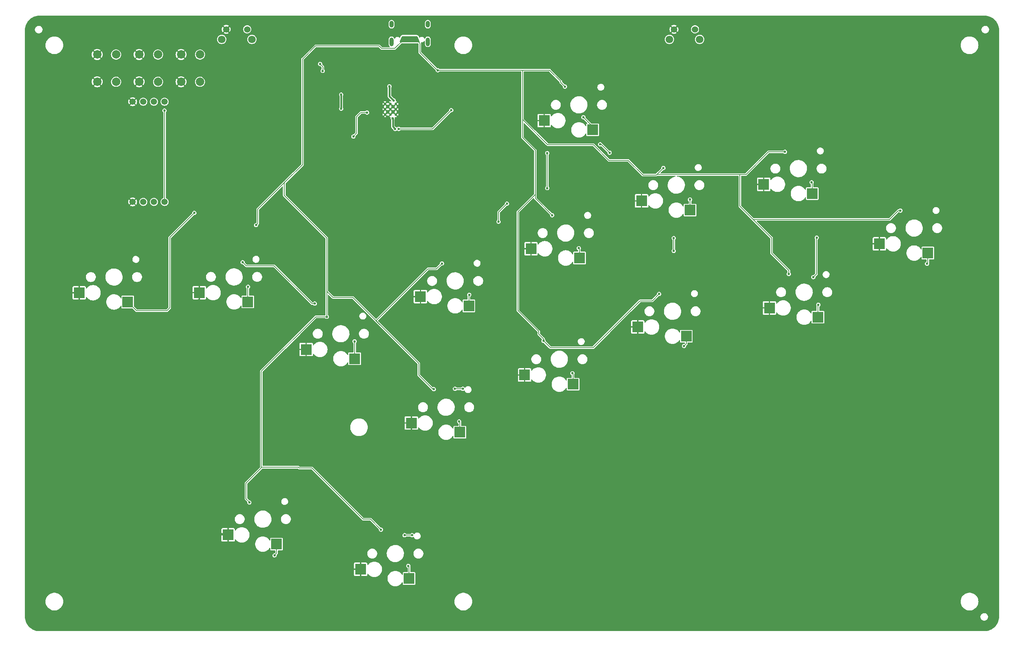
<source format=gbl>
G04 #@! TF.GenerationSoftware,KiCad,Pcbnew,7.0.9*
G04 #@! TF.CreationDate,2024-08-28T09:30:32-07:00*
G04 #@! TF.ProjectId,ergoSHIFT-rgb,6572676f-5348-4494-9654-2d7267622e6b,rev?*
G04 #@! TF.SameCoordinates,Original*
G04 #@! TF.FileFunction,Copper,L2,Bot*
G04 #@! TF.FilePolarity,Positive*
%FSLAX46Y46*%
G04 Gerber Fmt 4.6, Leading zero omitted, Abs format (unit mm)*
G04 Created by KiCad (PCBNEW 7.0.9) date 2024-08-28 09:30:32*
%MOMM*%
%LPD*%
G01*
G04 APERTURE LIST*
G04 #@! TA.AperFunction,ComponentPad*
%ADD10C,1.524000*%
G04 #@! TD*
G04 #@! TA.AperFunction,ComponentPad*
%ADD11C,1.800000*%
G04 #@! TD*
G04 #@! TA.AperFunction,SMDPad,CuDef*
%ADD12R,2.600000X2.600000*%
G04 #@! TD*
G04 #@! TA.AperFunction,ComponentPad*
%ADD13C,1.500000*%
G04 #@! TD*
G04 #@! TA.AperFunction,ComponentPad*
%ADD14C,2.000000*%
G04 #@! TD*
G04 #@! TA.AperFunction,ComponentPad*
%ADD15O,1.000000X2.100000*%
G04 #@! TD*
G04 #@! TA.AperFunction,ComponentPad*
%ADD16O,1.000000X1.600000*%
G04 #@! TD*
G04 #@! TA.AperFunction,ComponentPad*
%ADD17C,0.600000*%
G04 #@! TD*
G04 #@! TA.AperFunction,ViaPad*
%ADD18C,0.600000*%
G04 #@! TD*
G04 #@! TA.AperFunction,Conductor*
%ADD19C,0.400000*%
G04 #@! TD*
G04 #@! TA.AperFunction,Conductor*
%ADD20C,0.200000*%
G04 #@! TD*
G04 APERTURE END LIST*
D10*
X205200000Y-53750000D03*
X210200000Y-53750000D03*
D11*
X204100000Y-56150000D03*
X211300000Y-56150000D03*
D12*
X154165000Y-149760000D03*
X142615000Y-147560000D03*
X209025000Y-96830000D03*
X197475000Y-94630000D03*
D13*
X76190000Y-71000000D03*
X76190000Y-94876000D03*
X78730000Y-71000000D03*
X78730000Y-94876000D03*
X81270000Y-71000000D03*
X81270000Y-94876000D03*
X83810000Y-71000000D03*
X83810000Y-94876000D03*
D14*
X72250000Y-59750000D03*
X72250000Y-66250000D03*
X67750000Y-59750000D03*
X67750000Y-66250000D03*
X82250000Y-59750000D03*
X82250000Y-66250000D03*
X77750000Y-59750000D03*
X77750000Y-66250000D03*
D12*
X75025000Y-118725000D03*
X63475000Y-116525000D03*
D15*
X146524000Y-56720000D03*
D16*
X146524000Y-52540000D03*
D15*
X137884000Y-56720000D03*
D16*
X137884000Y-52540000D03*
D17*
X136346000Y-71520000D03*
X136346000Y-72795000D03*
X136346000Y-74070000D03*
X137621000Y-71520000D03*
X137621000Y-72795000D03*
X137621000Y-74070000D03*
X138896000Y-71520000D03*
X138896000Y-72795000D03*
X138896000Y-74070000D03*
D14*
X92250000Y-59750000D03*
X92250000Y-66250000D03*
X87750000Y-59750000D03*
X87750000Y-66250000D03*
D12*
X181145000Y-138320000D03*
X169595000Y-136120000D03*
X156325000Y-119650000D03*
X144775000Y-117450000D03*
X110495000Y-176420000D03*
X98945000Y-174220000D03*
X142065000Y-184620000D03*
X130515000Y-182420000D03*
X103645000Y-118700000D03*
X92095000Y-116500000D03*
D10*
X98500000Y-53750000D03*
X103500000Y-53750000D03*
D11*
X97400000Y-56150000D03*
X104600000Y-56150000D03*
D12*
X239495000Y-122340000D03*
X227945000Y-120140000D03*
X208125000Y-126880000D03*
X196575000Y-124680000D03*
X185815000Y-77700000D03*
X174265000Y-75500000D03*
X182675000Y-108240000D03*
X171125000Y-106040000D03*
X129095000Y-132240000D03*
X117545000Y-130040000D03*
X265695000Y-107060000D03*
X254145000Y-104860000D03*
X238125000Y-92890000D03*
X226575000Y-90690000D03*
D18*
X125895200Y-72656800D03*
X125895200Y-69304000D03*
X137372000Y-67339000D03*
X138184800Y-74933600D03*
X138769000Y-77499000D03*
X138388000Y-70695500D03*
X149900000Y-109550000D03*
X176150000Y-98050000D03*
X179200000Y-67400000D03*
X148900000Y-63500000D03*
X143586000Y-56036000D03*
X142293966Y-55944500D03*
X231650000Y-82950000D03*
X232550000Y-112050000D03*
X122450000Y-122250000D03*
X135375000Y-172975000D03*
X140936000Y-56036000D03*
X201650000Y-116800000D03*
X105600000Y-100400000D03*
X259150000Y-96950000D03*
X174100000Y-128000000D03*
X147950000Y-139500000D03*
X202650000Y-86800000D03*
X104000000Y-166500000D03*
X83782000Y-73114000D03*
X120862000Y-62005000D03*
X121497000Y-63656000D03*
X90894000Y-97498000D03*
X103700000Y-115100000D03*
X129100000Y-128100000D03*
X110000000Y-179100000D03*
X141900000Y-181600000D03*
X156400000Y-117000000D03*
X182500000Y-105900000D03*
X209000000Y-94300000D03*
X238000000Y-90200000D03*
X265500000Y-109600000D03*
X183600000Y-74700000D03*
X154000000Y-147200000D03*
X181000000Y-135700000D03*
X207600000Y-129200000D03*
X239600000Y-119400000D03*
X139611200Y-77482800D03*
X152108000Y-73012400D03*
X132050000Y-73594500D03*
X128793246Y-79293246D03*
X103340000Y-154140000D03*
X202800000Y-85600000D03*
X193764000Y-125692000D03*
X220180000Y-182080000D03*
X236500000Y-81700000D03*
X276060000Y-116040000D03*
X176400000Y-125400000D03*
X270980000Y-121120000D03*
X204940000Y-146520000D03*
X159220000Y-60160000D03*
X57620000Y-179540000D03*
X63600000Y-118500000D03*
X184061200Y-89268400D03*
X139658000Y-83849000D03*
X52540000Y-133820000D03*
X92000000Y-118300000D03*
X108420000Y-128740000D03*
X164300000Y-146520000D03*
X206700000Y-115600000D03*
X88100000Y-128740000D03*
X245580000Y-55080000D03*
X133312000Y-76924000D03*
X84036000Y-119342000D03*
X108420000Y-149060000D03*
X128232000Y-86068000D03*
X134328000Y-82512000D03*
X72860000Y-164300000D03*
X104000000Y-165000000D03*
X83020000Y-164300000D03*
X88100000Y-179540000D03*
X136203600Y-78337200D03*
X111366400Y-69507200D03*
X155410000Y-92926000D03*
X220180000Y-60160000D03*
X210020000Y-182080000D03*
X260820000Y-121120000D03*
X134836000Y-78956000D03*
X161201200Y-92265600D03*
X235420000Y-187160000D03*
X109200000Y-165000000D03*
X215100000Y-187160000D03*
X144230000Y-73816000D03*
X138900000Y-138900000D03*
X142252800Y-76670000D03*
X155410000Y-101562000D03*
X265900000Y-75400000D03*
X84798000Y-78194000D03*
X250660000Y-121120000D03*
X174460000Y-187160000D03*
X199860000Y-151600000D03*
X159220000Y-182080000D03*
X265900000Y-85560000D03*
X86068000Y-119342000D03*
X144900000Y-114800000D03*
X128740000Y-169380000D03*
X199860000Y-182080000D03*
X139700000Y-172000000D03*
X166840000Y-97752000D03*
X101308000Y-100038000D03*
X130264000Y-90132000D03*
X149060000Y-192240000D03*
X189700000Y-192240000D03*
X117500000Y-128000000D03*
X101400000Y-106300000D03*
X52540000Y-164300000D03*
X235928000Y-105473600D03*
X62700000Y-164300000D03*
X155000000Y-108200000D03*
X179540000Y-182080000D03*
X179540000Y-151600000D03*
X83782000Y-111214000D03*
X169380000Y-151600000D03*
X126700000Y-119600000D03*
X85052000Y-72860000D03*
X113500000Y-133820000D03*
X82512000Y-93307000D03*
X255740000Y-187160000D03*
X254000000Y-107500000D03*
X194780000Y-95720000D03*
X125600000Y-79300000D03*
X103340000Y-143980000D03*
X108420000Y-138900000D03*
X105372000Y-75400000D03*
X134578000Y-87532000D03*
X139100000Y-80700000D03*
X164554000Y-104864000D03*
X103340000Y-187160000D03*
X255740000Y-55080000D03*
X142400000Y-117500000D03*
X154140000Y-156680000D03*
X199860000Y-141440000D03*
X89624000Y-97244000D03*
X203300000Y-114550000D03*
X220180000Y-192240000D03*
X121424800Y-69608800D03*
X153000000Y-138300000D03*
X87846000Y-99276000D03*
X133820000Y-154140000D03*
X156273600Y-90640000D03*
X197100000Y-92200000D03*
X128232000Y-94704000D03*
X130264000Y-103340000D03*
X276060000Y-85560000D03*
X260820000Y-80480000D03*
X142800000Y-150000000D03*
X169380000Y-192240000D03*
X140039000Y-79531000D03*
X130264000Y-98768000D03*
X192240000Y-98260000D03*
X255740000Y-85560000D03*
X168800000Y-107600000D03*
X235420000Y-65240000D03*
X95212000Y-77940000D03*
X159220000Y-161760000D03*
X57620000Y-77940000D03*
X136868000Y-121374000D03*
X265900000Y-156680000D03*
X113500000Y-108420000D03*
X141182000Y-81436000D03*
X220180000Y-70320000D03*
X57620000Y-128740000D03*
X86068000Y-104102000D03*
X83782000Y-103340000D03*
X265900000Y-177000000D03*
X130111600Y-114719200D03*
X197574000Y-74130000D03*
X62700000Y-133820000D03*
X140600000Y-147500000D03*
X195000000Y-93900000D03*
X57620000Y-169380000D03*
X83020000Y-52540000D03*
X157188000Y-92926000D03*
X113500000Y-116040000D03*
X189700000Y-141440000D03*
X108300000Y-96600000D03*
X238050000Y-111050000D03*
X111000000Y-93700000D03*
X113500000Y-154140000D03*
X220180000Y-141440000D03*
X151800000Y-137200000D03*
X245580000Y-136360000D03*
X260700000Y-94550000D03*
X194780000Y-55080000D03*
X57620000Y-159220000D03*
X95212000Y-100038000D03*
X123660000Y-154140000D03*
X128740000Y-52540000D03*
X128232000Y-103340000D03*
X122898000Y-87846000D03*
X255740000Y-126200000D03*
X104051200Y-72606000D03*
X196600000Y-127100000D03*
X270980000Y-131280000D03*
X270980000Y-70320000D03*
X128000000Y-182000000D03*
X105727600Y-65240000D03*
X225260000Y-55080000D03*
X118580000Y-149060000D03*
X135344000Y-86068000D03*
X110452000Y-75400000D03*
X57620000Y-138900000D03*
X113500000Y-123660000D03*
X110452000Y-77940000D03*
X52540000Y-113500000D03*
X140424000Y-124930000D03*
X276060000Y-75400000D03*
X255740000Y-136360000D03*
X77940000Y-192240000D03*
X166840000Y-59906000D03*
X130895000Y-69498000D03*
X142456000Y-114008000D03*
X270980000Y-151600000D03*
X230340000Y-60160000D03*
X265900000Y-187160000D03*
X169380000Y-182080000D03*
X52540000Y-103340000D03*
X101816000Y-96600000D03*
X169600000Y-138600000D03*
X83020000Y-187160000D03*
X118580000Y-182080000D03*
X52540000Y-62700000D03*
X143472000Y-65621000D03*
X178800000Y-125700000D03*
X108420000Y-182080000D03*
X79972000Y-93307000D03*
X230340000Y-182080000D03*
X270980000Y-182080000D03*
X79972000Y-72225000D03*
X253850000Y-102250000D03*
X97400000Y-174000000D03*
X167094000Y-105626000D03*
X174900000Y-127000000D03*
X154140000Y-166840000D03*
X230340000Y-141440000D03*
X96736000Y-68542000D03*
X89878000Y-100038000D03*
X57620000Y-98260000D03*
X90100000Y-116100000D03*
X52540000Y-123660000D03*
X202196800Y-103441600D03*
X142202000Y-123660000D03*
X121500000Y-83400000D03*
X150888800Y-72860000D03*
X229832000Y-74130000D03*
X264100000Y-95600000D03*
X115500000Y-130000000D03*
X265900000Y-146520000D03*
X57620000Y-108420000D03*
X276060000Y-156680000D03*
X57620000Y-118580000D03*
X84925000Y-93307000D03*
X152311200Y-74180800D03*
X270980000Y-141440000D03*
X270980000Y-60160000D03*
X240500000Y-60160000D03*
X145881000Y-68863000D03*
X88100000Y-192240000D03*
X72860000Y-187160000D03*
X81496000Y-124930000D03*
X128079600Y-111468000D03*
X144230000Y-69879000D03*
X207500000Y-85600000D03*
X151600000Y-52540000D03*
X141236800Y-102882800D03*
X211544000Y-103340000D03*
X188785600Y-79921200D03*
X200520400Y-106083200D03*
X130264000Y-94704000D03*
X191376400Y-81496000D03*
X258534000Y-112484000D03*
X61400000Y-116400000D03*
X117300000Y-132100000D03*
X128232000Y-90132000D03*
X127700000Y-120900000D03*
X124422000Y-69253200D03*
X87795200Y-75400000D03*
X77940000Y-179540000D03*
X270980000Y-90640000D03*
X57620000Y-67780000D03*
X95470000Y-96500000D03*
X225260000Y-65240000D03*
X128943200Y-76162000D03*
X260820000Y-192240000D03*
X143472000Y-90132000D03*
X126047600Y-66306800D03*
X130619600Y-111772800D03*
X82766000Y-78194000D03*
X265900000Y-126200000D03*
X116040000Y-94704000D03*
X136450000Y-173350000D03*
X226650000Y-92950000D03*
X183858000Y-119088000D03*
X169200000Y-89300000D03*
X234800000Y-109700000D03*
X184620000Y-187160000D03*
X84544000Y-74892000D03*
X98260000Y-182080000D03*
X250660000Y-182080000D03*
X260820000Y-182080000D03*
X176390400Y-84086800D03*
X246088000Y-103848000D03*
X120104000Y-77940000D03*
X164300000Y-55080000D03*
X123660000Y-143980000D03*
X240500000Y-192240000D03*
X67780000Y-169380000D03*
X259550000Y-114262000D03*
X276060000Y-65240000D03*
X52540000Y-154140000D03*
X95212000Y-75400000D03*
X166586000Y-113500000D03*
X233350000Y-111100000D03*
X130518000Y-83528000D03*
X270980000Y-110960000D03*
X103340000Y-133820000D03*
X270980000Y-161760000D03*
X141436000Y-65586400D03*
X204940000Y-136360000D03*
X204940000Y-65240000D03*
X143472000Y-96228000D03*
X84899600Y-85052000D03*
X180900000Y-65200000D03*
X174460000Y-146520000D03*
X276060000Y-126200000D03*
X237100000Y-109800000D03*
X136868000Y-167094000D03*
X127978000Y-82512000D03*
X82766000Y-74892000D03*
X128232000Y-98768000D03*
X118580000Y-192240000D03*
X162268000Y-83985200D03*
X193256000Y-127978000D03*
X250660000Y-141440000D03*
X180400000Y-95600000D03*
X194780000Y-136360000D03*
X265900000Y-136360000D03*
X98260000Y-192240000D03*
X184620000Y-146520000D03*
X82766000Y-72606000D03*
X174000000Y-78000000D03*
X224150000Y-90800000D03*
X119088000Y-91402000D03*
X169700000Y-133500000D03*
X52540000Y-174460000D03*
X231850000Y-81850000D03*
X263000000Y-94500000D03*
X150000000Y-108400000D03*
X251700000Y-105000000D03*
X210020000Y-192240000D03*
X151400000Y-107100000D03*
X276060000Y-146520000D03*
X115200000Y-85500000D03*
X93180000Y-52540000D03*
X107658000Y-99784000D03*
X222212000Y-103340000D03*
X240500000Y-182080000D03*
X112100000Y-98900000D03*
X225700000Y-120100000D03*
X204940000Y-187160000D03*
X201950000Y-115700000D03*
X197000000Y-96900000D03*
X98930000Y-106210000D03*
X183908800Y-84645600D03*
X100647600Y-70218400D03*
X140674000Y-87532000D03*
X98260000Y-138900000D03*
X164554000Y-107658000D03*
X70350000Y-106110000D03*
X192392400Y-79362400D03*
X149400000Y-137100000D03*
X210020000Y-141440000D03*
X276060000Y-166840000D03*
X138900000Y-128740000D03*
X127470000Y-72352000D03*
X128740000Y-138900000D03*
X235420000Y-136360000D03*
X211544000Y-106388000D03*
X179540000Y-192240000D03*
X132546000Y-81436000D03*
X138007000Y-59338000D03*
X176900000Y-96900000D03*
X67780000Y-192240000D03*
X52540000Y-83020000D03*
X185128000Y-117310000D03*
X62700000Y-187160000D03*
X253454000Y-114262000D03*
X133820000Y-164300000D03*
X86250000Y-107820000D03*
X101100000Y-109700000D03*
X140420000Y-64621200D03*
X141440000Y-90132000D03*
X179700000Y-126700000D03*
X123660000Y-164300000D03*
X67780000Y-128740000D03*
X62700000Y-154140000D03*
X166586000Y-108166000D03*
X154140000Y-177000000D03*
X75704800Y-68491200D03*
X88404800Y-68542000D03*
X72860000Y-174460000D03*
X105372000Y-77940000D03*
X83020000Y-133820000D03*
X145504000Y-59084000D03*
X260820000Y-131280000D03*
X142600000Y-145000000D03*
X141440000Y-96228000D03*
X134324000Y-80547000D03*
X109690000Y-100292000D03*
X127825600Y-69304000D03*
X67780000Y-138900000D03*
X94297600Y-65240000D03*
X270980000Y-171920000D03*
X52540000Y-143980000D03*
X233896000Y-106286400D03*
X240500000Y-70320000D03*
X174460000Y-55080000D03*
X52540000Y-72860000D03*
X189700000Y-151600000D03*
X177850000Y-95800000D03*
X276060000Y-95720000D03*
X115024000Y-77940000D03*
X63500000Y-114400000D03*
X149009200Y-77432000D03*
X178625600Y-84899600D03*
X240500000Y-141440000D03*
X143472000Y-80734000D03*
X130010000Y-80988000D03*
X138900000Y-167094000D03*
X177101600Y-92214800D03*
X136356000Y-64011600D03*
X156934000Y-101562000D03*
X244564000Y-105626000D03*
X106300000Y-94800000D03*
X232778400Y-103492400D03*
X194780000Y-65240000D03*
X114300000Y-90500000D03*
X144230000Y-68863000D03*
X83020000Y-68440400D03*
X194780000Y-146520000D03*
X226550000Y-88400000D03*
X265900000Y-55080000D03*
X270980000Y-80480000D03*
X103238400Y-68796000D03*
X159220000Y-192240000D03*
X225260000Y-136360000D03*
X130264000Y-106896000D03*
X138900000Y-159220000D03*
X123660000Y-174460000D03*
X171900000Y-75400000D03*
X245580000Y-187160000D03*
X148552000Y-85814000D03*
X130300000Y-179800000D03*
X52540000Y-184620000D03*
X99000000Y-176300000D03*
X93180000Y-187160000D03*
X72700000Y-106100000D03*
X225260000Y-187160000D03*
X118580000Y-138900000D03*
X164300000Y-177000000D03*
X133820000Y-143980000D03*
X185890000Y-87033200D03*
X150025200Y-84391600D03*
X255740000Y-146520000D03*
X124472800Y-64926000D03*
X265900000Y-65240000D03*
X142252800Y-105270400D03*
X276060000Y-105880000D03*
X83770000Y-107930000D03*
X260820000Y-141440000D03*
X94297600Y-66967200D03*
X80226000Y-122898000D03*
X72860000Y-133820000D03*
X91900000Y-114400000D03*
X179700000Y-66400000D03*
X164808000Y-99022000D03*
X164300000Y-187160000D03*
X223736000Y-74384000D03*
X105321200Y-70726400D03*
X245580000Y-75400000D03*
X128740000Y-159220000D03*
X52540000Y-93180000D03*
X57620000Y-149060000D03*
X139662000Y-81750000D03*
X143726000Y-61624000D03*
X137372000Y-64621200D03*
X215100000Y-136360000D03*
X172428000Y-122390000D03*
X93180000Y-133820000D03*
X270980000Y-192240000D03*
X134578000Y-59465000D03*
X77940000Y-128740000D03*
X108978800Y-70269200D03*
X207480000Y-74384000D03*
X128740000Y-73622000D03*
X164300000Y-166840000D03*
X178524000Y-117056000D03*
X197574000Y-72098000D03*
X181500000Y-96900000D03*
X138646000Y-120104000D03*
X250660000Y-80480000D03*
X62700000Y-52540000D03*
X120104000Y-75400000D03*
X265900000Y-166840000D03*
X146820800Y-62640000D03*
X111200000Y-89600000D03*
X174287200Y-72655200D03*
X205600000Y-114600000D03*
X250660000Y-131280000D03*
X99000000Y-172300000D03*
X250660000Y-192240000D03*
X115024000Y-75400000D03*
X147028000Y-131280000D03*
X189700000Y-182080000D03*
X144081600Y-78397200D03*
X88100000Y-169380000D03*
X194100000Y-124600000D03*
X230340000Y-192240000D03*
X130475000Y-75300000D03*
X227900000Y-117750000D03*
X93180000Y-154140000D03*
X183000000Y-65200000D03*
X86068000Y-110960000D03*
X130264000Y-86068000D03*
X108200000Y-163700000D03*
X206400000Y-84500000D03*
X202704800Y-106337200D03*
X134324000Y-84357000D03*
X137626000Y-87532000D03*
X260820000Y-151600000D03*
X100800000Y-75400000D03*
X98260000Y-128740000D03*
X77940000Y-138900000D03*
X210020000Y-70320000D03*
X118580000Y-169380000D03*
X147231200Y-76670000D03*
X130250000Y-77650000D03*
X230340000Y-70320000D03*
X128232000Y-106896000D03*
X132546000Y-85500000D03*
X184100000Y-66400000D03*
X139916000Y-114008000D03*
X108420000Y-192240000D03*
X276060000Y-177000000D03*
X215100000Y-65240000D03*
X199860000Y-192240000D03*
X100800000Y-77940000D03*
X105880000Y-67221200D03*
X148100000Y-138400000D03*
X276060000Y-136360000D03*
X105500000Y-163750000D03*
X79972000Y-85052000D03*
X83020000Y-174460000D03*
X93180000Y-164300000D03*
X118580000Y-159220000D03*
X167600000Y-136000000D03*
X250660000Y-60160000D03*
X159220000Y-171920000D03*
X67780000Y-179540000D03*
X137122000Y-86068000D03*
X166840000Y-57620000D03*
X82664400Y-97244000D03*
X62700000Y-143980000D03*
X113500000Y-52540000D03*
X148044000Y-129248000D03*
X235013600Y-103441600D03*
X117800000Y-87000000D03*
X233200000Y-80650000D03*
X231102000Y-72606000D03*
X184620000Y-55080000D03*
X260820000Y-60160000D03*
X130400000Y-184750000D03*
X171100000Y-103500000D03*
X125692000Y-84798000D03*
X160083600Y-90081200D03*
X113500000Y-143980000D03*
X216116000Y-74384000D03*
X145100000Y-119900000D03*
X235420000Y-55080000D03*
X140170000Y-78448000D03*
X98260000Y-149060000D03*
X128740000Y-192240000D03*
X72860000Y-52540000D03*
X79972000Y-78194000D03*
X177508000Y-118834000D03*
X138900000Y-149060000D03*
X57620000Y-88100000D03*
X171100000Y-108600000D03*
X254470000Y-112484000D03*
X128028800Y-114109600D03*
X88100000Y-138900000D03*
X82639000Y-85052000D03*
X194780000Y-187160000D03*
X153800000Y-107000000D03*
X138646000Y-86068000D03*
X204100000Y-84500000D03*
X255740000Y-75400000D03*
X113500000Y-187160000D03*
X98260000Y-159220000D03*
X77940000Y-169380000D03*
X130485825Y-74520572D03*
X235600000Y-80600000D03*
X121120000Y-52540000D03*
X123660000Y-187160000D03*
X222212000Y-106388000D03*
X141690000Y-84484000D03*
X151400000Y-110500000D03*
X62700000Y-174460000D03*
X227700000Y-122600000D03*
X164300000Y-156680000D03*
X259150000Y-95850000D03*
X132550000Y-78194000D03*
X87592000Y-97244000D03*
X196600000Y-122000000D03*
X122491600Y-72606000D03*
X173698000Y-120612000D03*
X119600000Y-119100000D03*
X102400000Y-109250000D03*
X142800000Y-174300000D03*
X141000000Y-174300000D03*
X153000000Y-139400000D03*
X154900000Y-139400000D03*
X165400000Y-95300000D03*
X163400000Y-99600000D03*
X175000000Y-83250000D03*
X175000000Y-91600000D03*
X189850000Y-83150000D03*
X187600000Y-81150000D03*
X205150000Y-106550000D03*
X205150000Y-103500000D03*
X239200000Y-103400000D03*
X238400000Y-112800000D03*
D19*
X125895200Y-72656800D02*
X125895200Y-69304000D01*
X138197500Y-76927500D02*
X138781700Y-77511700D01*
X138388000Y-70746300D02*
X137372000Y-69730300D01*
X137372000Y-67389800D02*
X137372000Y-69730300D01*
X138197500Y-74946300D02*
X138197500Y-76927500D01*
D20*
X185950000Y-129600000D02*
X197100000Y-118450000D01*
X194300000Y-85000000D02*
X197800000Y-88500000D01*
X115900000Y-158300000D02*
X115700000Y-158100000D01*
X172150000Y-93100000D02*
X172150000Y-94050000D01*
X220900000Y-88350000D02*
X220900000Y-95900000D01*
X122450000Y-103500000D02*
X122450000Y-116050000D01*
X200000000Y-118450000D02*
X201650000Y-116800000D01*
X112322000Y-90328000D02*
X112322000Y-93372000D01*
X175100000Y-81250000D02*
X186000000Y-81250000D01*
X220900000Y-88350000D02*
X222350000Y-88350000D01*
X106850000Y-158100000D02*
X106850000Y-135250000D01*
X174100000Y-127500000D02*
X174100000Y-128000000D01*
X146543471Y-110850000D02*
X134204265Y-123189206D01*
X169100000Y-75250000D02*
X175100000Y-81250000D01*
X119850000Y-122250000D02*
X122450000Y-122250000D01*
X122450000Y-122250000D02*
X122450000Y-116150000D01*
X122450000Y-116050000D02*
X122450000Y-116150000D01*
X149900000Y-109550000D02*
X148600000Y-110850000D01*
X169100000Y-63500000D02*
X169100000Y-75250000D01*
X112675000Y-89975000D02*
X112322000Y-90328000D01*
X227750000Y-82950000D02*
X231650000Y-82950000D01*
X169100000Y-75250000D02*
X169100000Y-79550000D01*
X106850000Y-135250000D02*
X119850000Y-122250000D01*
X172950000Y-126350000D02*
X174100000Y-127500000D01*
X174100000Y-128000000D02*
X175700000Y-129600000D01*
X115700000Y-158100000D02*
X106850000Y-158100000D01*
X135375000Y-172975000D02*
X132900000Y-170500000D01*
X128658529Y-117650000D02*
X123950000Y-117650000D01*
X201100000Y-88350000D02*
X220900000Y-88350000D01*
X175700000Y-129600000D02*
X185950000Y-129600000D01*
X132900000Y-170500000D02*
X131150000Y-170500000D01*
X103200000Y-165600000D02*
X103200000Y-161950000D01*
X175600000Y-63500000D02*
X178200000Y-66100000D01*
X104000000Y-166500000D02*
X104000000Y-166400000D01*
X104000000Y-166400000D02*
X103200000Y-165600000D01*
X112322000Y-93372000D02*
X122450000Y-103500000D01*
X134204265Y-123189206D02*
X134204265Y-123195735D01*
X172950000Y-125700000D02*
X172950000Y-126350000D01*
X201100000Y-88350000D02*
X202650000Y-86800000D01*
X136554265Y-125545735D02*
X128658529Y-117650000D01*
X168000000Y-97250000D02*
X168000000Y-120750000D01*
X172150000Y-94050000D02*
X176150000Y-98050000D01*
X116700000Y-85950000D02*
X112675000Y-89975000D01*
X135500000Y-58300000D02*
X134900000Y-57700000D01*
X119800000Y-57700000D02*
X116700000Y-60800000D01*
X147950000Y-139500000D02*
X147700000Y-139500000D01*
X228450000Y-107100000D02*
X232550000Y-111200000D01*
X148900000Y-63500000D02*
X169100000Y-63500000D01*
X200950000Y-88500000D02*
X201100000Y-88350000D01*
X189750000Y-85000000D02*
X194300000Y-85000000D01*
X169100000Y-79550000D02*
X172150000Y-82600000D01*
X172150000Y-82600000D02*
X172150000Y-93100000D01*
X228450000Y-103450000D02*
X228450000Y-107100000D01*
X106000000Y-100000000D02*
X105600000Y-100400000D01*
X147700000Y-139500000D02*
X144400000Y-136200000D01*
X197100000Y-118450000D02*
X200000000Y-118450000D01*
X178200000Y-66100000D02*
X178200000Y-66400000D01*
X144650000Y-57100000D02*
X144650000Y-59300000D01*
X224050000Y-99050000D02*
X225075000Y-100075000D01*
X134204265Y-123195735D02*
X136554265Y-125545735D01*
X144650000Y-59300000D02*
X148850000Y-63500000D01*
X169100000Y-63500000D02*
X175600000Y-63500000D01*
X148850000Y-63500000D02*
X148900000Y-63500000D01*
X232550000Y-111200000D02*
X232550000Y-112050000D01*
X138672000Y-58300000D02*
X135500000Y-58300000D01*
X225075000Y-100075000D02*
X228450000Y-103450000D01*
X118950000Y-158300000D02*
X115900000Y-158300000D01*
X168000000Y-120750000D02*
X172950000Y-125700000D01*
X140936000Y-56036000D02*
X138672000Y-58300000D01*
X106850000Y-158300000D02*
X106850000Y-158100000D01*
X131150000Y-170500000D02*
X118950000Y-158300000D01*
X256550000Y-99050000D02*
X258650000Y-96950000D01*
X224050000Y-99050000D02*
X256550000Y-99050000D01*
X122450000Y-116150000D02*
X123950000Y-117650000D01*
X172150000Y-93100000D02*
X168000000Y-97250000D01*
X197800000Y-88500000D02*
X200950000Y-88500000D01*
X112675000Y-89975000D02*
X106000000Y-96650000D01*
X148600000Y-110850000D02*
X146543471Y-110850000D01*
X222350000Y-88350000D02*
X227750000Y-82950000D01*
X103200000Y-161950000D02*
X106850000Y-158300000D01*
X116700000Y-60800000D02*
X116700000Y-85950000D01*
X220900000Y-95900000D02*
X225075000Y-100075000D01*
X186000000Y-81250000D02*
X189750000Y-85000000D01*
X258650000Y-96950000D02*
X259150000Y-96950000D01*
X134900000Y-57700000D02*
X119800000Y-57700000D01*
X178200000Y-66400000D02*
X179200000Y-67400000D01*
X106000000Y-96650000D02*
X106000000Y-100000000D01*
X143586000Y-56036000D02*
X144650000Y-57100000D01*
X144400000Y-133391471D02*
X136554265Y-125545735D01*
X144400000Y-136200000D02*
X144400000Y-133391471D01*
X83810000Y-73142000D02*
X83810000Y-94876000D01*
X83782000Y-73114000D02*
X83810000Y-73142000D01*
X121522400Y-63706800D02*
X121522400Y-62690800D01*
X121522400Y-62690800D02*
X120887400Y-62055800D01*
X90894000Y-97498000D02*
X85052000Y-103340000D01*
X85052000Y-103340000D02*
X85052000Y-120104000D01*
X85052000Y-120104000D02*
X84356000Y-120800000D01*
X77100000Y-120800000D02*
X75025000Y-118725000D01*
X84356000Y-120800000D02*
X77100000Y-120800000D01*
X103700000Y-115100000D02*
X103645000Y-115155000D01*
X103645000Y-115155000D02*
X103645000Y-118700000D01*
X129095000Y-128105000D02*
X129095000Y-132240000D01*
X129100000Y-128100000D02*
X129095000Y-128105000D01*
X110495000Y-178605000D02*
X110495000Y-176420000D01*
X110000000Y-179100000D02*
X110495000Y-178605000D01*
X141900000Y-181600000D02*
X142065000Y-181765000D01*
X142065000Y-181765000D02*
X142065000Y-184620000D01*
X156325000Y-117075000D02*
X156325000Y-119650000D01*
X156400000Y-117000000D02*
X156325000Y-117075000D01*
X182500000Y-105900000D02*
X182675000Y-106075000D01*
X182675000Y-106075000D02*
X182675000Y-108240000D01*
X209000000Y-94300000D02*
X209025000Y-94325000D01*
X209025000Y-94325000D02*
X209025000Y-96830000D01*
X238125000Y-90325000D02*
X238125000Y-92890000D01*
X238000000Y-90200000D02*
X238125000Y-90325000D01*
X265500000Y-109600000D02*
X265695000Y-109405000D01*
X265695000Y-109405000D02*
X265695000Y-107060000D01*
X185815000Y-76915000D02*
X185815000Y-77700000D01*
X183600000Y-74700000D02*
X185815000Y-76915000D01*
X154000000Y-147200000D02*
X154165000Y-147365000D01*
X154165000Y-147365000D02*
X154165000Y-149760000D01*
X181000000Y-135700000D02*
X181145000Y-135845000D01*
X181145000Y-135845000D02*
X181145000Y-138320000D01*
X207600000Y-129200000D02*
X208125000Y-128675000D01*
X208125000Y-128675000D02*
X208125000Y-126880000D01*
X239495000Y-119505000D02*
X239495000Y-122340000D01*
X239600000Y-119400000D02*
X239495000Y-119505000D01*
X147637600Y-77482800D02*
X152108000Y-73012400D01*
X139611200Y-77482800D02*
X147637600Y-77482800D01*
X129543200Y-74606800D02*
X130555500Y-73594500D01*
X128793246Y-79293246D02*
X129543200Y-78543292D01*
X130555500Y-73594500D02*
X132050000Y-73594500D01*
X129543200Y-78543292D02*
X129543200Y-74606800D01*
X118900000Y-119100000D02*
X119600000Y-119100000D01*
X103250000Y-110100000D02*
X109900000Y-110100000D01*
X109900000Y-110100000D02*
X118900000Y-119100000D01*
X102400000Y-109250000D02*
X103250000Y-110100000D01*
X141000000Y-174300000D02*
X142800000Y-174300000D01*
X153000000Y-139400000D02*
X154900000Y-139400000D01*
X163400000Y-97300000D02*
X165400000Y-95300000D01*
X163400000Y-99600000D02*
X163400000Y-97300000D01*
X175000000Y-83250000D02*
X175000000Y-91600000D01*
X187850000Y-81150000D02*
X189850000Y-83150000D01*
X187600000Y-81150000D02*
X187850000Y-81150000D01*
X205150000Y-103500000D02*
X205150000Y-106550000D01*
X239150000Y-103450000D02*
X239200000Y-103400000D01*
X238400000Y-112800000D02*
X239150000Y-112050000D01*
X239150000Y-112050000D02*
X239150000Y-103450000D01*
G04 #@! TA.AperFunction,Conductor*
G36*
X279171208Y-50500560D02*
G01*
X279308334Y-50507295D01*
X279510607Y-50517232D01*
X279515403Y-50517705D01*
X279850331Y-50567387D01*
X279855056Y-50568327D01*
X280183514Y-50650601D01*
X280188121Y-50651999D01*
X280506914Y-50766065D01*
X280511399Y-50767923D01*
X280817461Y-50912680D01*
X280821725Y-50914958D01*
X281112147Y-51089030D01*
X281116169Y-51091719D01*
X281388109Y-51293404D01*
X281391856Y-51296478D01*
X281642726Y-51523854D01*
X281646145Y-51527273D01*
X281868015Y-51772069D01*
X281873517Y-51778139D01*
X281876601Y-51781897D01*
X282078276Y-52053824D01*
X282080972Y-52057857D01*
X282255036Y-52348267D01*
X282257322Y-52352544D01*
X282402075Y-52658599D01*
X282403935Y-52663089D01*
X282516367Y-52977314D01*
X282517994Y-52981859D01*
X282519401Y-52986498D01*
X282599916Y-53307930D01*
X282601668Y-53314925D01*
X282602614Y-53319684D01*
X282638458Y-53561321D01*
X282652291Y-53654574D01*
X282652767Y-53659411D01*
X282669440Y-53998791D01*
X282669500Y-54001220D01*
X282669500Y-193668779D01*
X282669440Y-193671208D01*
X282652767Y-194010588D01*
X282652291Y-194015425D01*
X282602616Y-194350307D01*
X282601668Y-194355074D01*
X282522659Y-194670500D01*
X282519405Y-194683489D01*
X282517994Y-194688140D01*
X282403935Y-195006910D01*
X282402075Y-195011400D01*
X282257322Y-195317455D01*
X282255031Y-195321742D01*
X282080977Y-195612134D01*
X282078276Y-195616175D01*
X281876601Y-195888102D01*
X281873517Y-195891860D01*
X281646154Y-196142717D01*
X281642717Y-196146154D01*
X281391860Y-196373517D01*
X281388102Y-196376601D01*
X281116175Y-196578276D01*
X281112134Y-196580977D01*
X280821742Y-196755031D01*
X280817455Y-196757322D01*
X280511400Y-196902075D01*
X280506910Y-196903935D01*
X280188140Y-197017994D01*
X280183495Y-197019402D01*
X279930510Y-197082772D01*
X279855074Y-197101668D01*
X279850311Y-197102615D01*
X279515423Y-197152291D01*
X279510588Y-197152767D01*
X279171208Y-197169440D01*
X279168779Y-197169500D01*
X54001221Y-197169500D01*
X53998792Y-197169440D01*
X53659411Y-197152767D01*
X53654578Y-197152291D01*
X53319684Y-197102614D01*
X53314927Y-197101668D01*
X52986498Y-197019401D01*
X52981865Y-197017996D01*
X52822474Y-196960964D01*
X52663089Y-196903935D01*
X52658599Y-196902075D01*
X52352544Y-196757322D01*
X52348267Y-196755036D01*
X52057857Y-196580972D01*
X52053824Y-196578276D01*
X51781897Y-196376601D01*
X51778139Y-196373517D01*
X51527273Y-196146145D01*
X51523854Y-196142726D01*
X51296478Y-195891856D01*
X51293404Y-195888109D01*
X51091719Y-195616169D01*
X51089030Y-195612147D01*
X50914958Y-195321725D01*
X50912677Y-195317455D01*
X50767924Y-195011400D01*
X50766064Y-195006910D01*
X50651999Y-194688121D01*
X50650601Y-194683514D01*
X50568327Y-194355056D01*
X50567387Y-194350331D01*
X50517705Y-194015403D01*
X50517232Y-194010607D01*
X50509798Y-193859277D01*
X278201500Y-193859277D01*
X278233663Y-194010588D01*
X278241118Y-194045663D01*
X278241120Y-194045669D01*
X278318620Y-194219739D01*
X278318622Y-194219742D01*
X278318624Y-194219746D01*
X278430629Y-194373908D01*
X278572238Y-194501413D01*
X278652474Y-194547737D01*
X278737252Y-194596685D01*
X278737257Y-194596687D01*
X278737262Y-194596690D01*
X278918490Y-194655575D01*
X279060494Y-194670500D01*
X279060497Y-194670500D01*
X279155503Y-194670500D01*
X279155506Y-194670500D01*
X279297510Y-194655575D01*
X279478738Y-194596690D01*
X279643762Y-194501413D01*
X279785371Y-194373908D01*
X279897376Y-194219747D01*
X279974881Y-194045667D01*
X280014500Y-193859277D01*
X280014500Y-193668723D01*
X279974881Y-193482333D01*
X279897376Y-193308254D01*
X279785371Y-193154092D01*
X279643762Y-193026587D01*
X279609846Y-193007006D01*
X279478747Y-192931314D01*
X279478733Y-192931308D01*
X279297515Y-192872426D01*
X279297512Y-192872425D01*
X279297510Y-192872425D01*
X279181258Y-192860206D01*
X279155507Y-192857500D01*
X279155506Y-192857500D01*
X279060494Y-192857500D01*
X279060492Y-192857500D01*
X279008988Y-192862913D01*
X278918490Y-192872425D01*
X278918488Y-192872425D01*
X278918484Y-192872426D01*
X278737266Y-192931308D01*
X278737252Y-192931314D01*
X278572241Y-193026585D01*
X278572240Y-193026585D01*
X278430630Y-193154090D01*
X278318622Y-193308256D01*
X278318618Y-193308263D01*
X278241121Y-193482326D01*
X278241120Y-193482330D01*
X278241119Y-193482333D01*
X278201500Y-193668723D01*
X278201500Y-193859277D01*
X50509798Y-193859277D01*
X50507295Y-193808334D01*
X50500560Y-193671208D01*
X50500500Y-193668779D01*
X50500500Y-190120003D01*
X55444592Y-190120003D01*
X55464201Y-190406682D01*
X55464202Y-190406686D01*
X55522666Y-190688032D01*
X55618896Y-190958797D01*
X55751099Y-191213936D01*
X55916811Y-191448698D01*
X56112947Y-191658708D01*
X56335853Y-191840055D01*
X56335859Y-191840059D01*
X56335861Y-191840060D01*
X56581370Y-191989358D01*
X56581382Y-191989365D01*
X56768237Y-192070526D01*
X56844942Y-192103844D01*
X57121642Y-192181371D01*
X57406322Y-192220500D01*
X57406328Y-192220500D01*
X57693672Y-192220500D01*
X57693678Y-192220500D01*
X57978358Y-192181371D01*
X58255058Y-192103844D01*
X58416351Y-192033784D01*
X58518617Y-191989365D01*
X58518620Y-191989362D01*
X58518625Y-191989361D01*
X58764147Y-191840055D01*
X58987053Y-191658708D01*
X59183189Y-191448698D01*
X59348901Y-191213936D01*
X59481104Y-190958797D01*
X59577334Y-190688032D01*
X59635798Y-190406686D01*
X59655408Y-190120003D01*
X152894592Y-190120003D01*
X152914201Y-190406682D01*
X152914202Y-190406686D01*
X152972666Y-190688032D01*
X153068896Y-190958797D01*
X153201099Y-191213936D01*
X153366811Y-191448698D01*
X153562947Y-191658708D01*
X153785853Y-191840055D01*
X153785859Y-191840059D01*
X153785861Y-191840060D01*
X154031370Y-191989358D01*
X154031382Y-191989365D01*
X154218237Y-192070526D01*
X154294942Y-192103844D01*
X154571642Y-192181371D01*
X154856322Y-192220500D01*
X154856328Y-192220500D01*
X155143672Y-192220500D01*
X155143678Y-192220500D01*
X155428358Y-192181371D01*
X155705058Y-192103844D01*
X155866351Y-192033784D01*
X155968617Y-191989365D01*
X155968620Y-191989362D01*
X155968625Y-191989361D01*
X156214147Y-191840055D01*
X156437053Y-191658708D01*
X156633189Y-191448698D01*
X156798901Y-191213936D01*
X156931104Y-190958797D01*
X157027334Y-190688032D01*
X157085798Y-190406686D01*
X157105408Y-190120003D01*
X273514592Y-190120003D01*
X273534201Y-190406682D01*
X273534202Y-190406686D01*
X273592666Y-190688032D01*
X273688896Y-190958797D01*
X273821099Y-191213936D01*
X273986811Y-191448698D01*
X274182947Y-191658708D01*
X274405853Y-191840055D01*
X274405859Y-191840059D01*
X274405861Y-191840060D01*
X274651370Y-191989358D01*
X274651382Y-191989365D01*
X274838237Y-192070526D01*
X274914942Y-192103844D01*
X275191642Y-192181371D01*
X275476322Y-192220500D01*
X275476328Y-192220500D01*
X275763672Y-192220500D01*
X275763678Y-192220500D01*
X276048358Y-192181371D01*
X276325058Y-192103844D01*
X276486351Y-192033784D01*
X276588617Y-191989365D01*
X276588620Y-191989362D01*
X276588625Y-191989361D01*
X276834147Y-191840055D01*
X277057053Y-191658708D01*
X277253189Y-191448698D01*
X277418901Y-191213936D01*
X277551104Y-190958797D01*
X277647334Y-190688032D01*
X277705798Y-190406686D01*
X277725408Y-190120000D01*
X277705798Y-189833314D01*
X277647334Y-189551968D01*
X277551104Y-189281203D01*
X277418901Y-189026064D01*
X277253189Y-188791302D01*
X277057053Y-188581292D01*
X276834147Y-188399945D01*
X276834142Y-188399942D01*
X276834138Y-188399939D01*
X276588629Y-188250641D01*
X276588617Y-188250634D01*
X276325063Y-188136158D01*
X276325061Y-188136157D01*
X276325058Y-188136156D01*
X276048358Y-188058629D01*
X275763678Y-188019500D01*
X275476322Y-188019500D01*
X275191642Y-188058629D01*
X274914942Y-188136156D01*
X274914939Y-188136156D01*
X274914936Y-188136158D01*
X274651382Y-188250634D01*
X274651370Y-188250641D01*
X274405861Y-188399939D01*
X274405847Y-188399949D01*
X274182952Y-188581287D01*
X274182951Y-188581288D01*
X273986810Y-188791303D01*
X273986805Y-188791309D01*
X273821098Y-189026065D01*
X273688895Y-189281204D01*
X273654042Y-189379272D01*
X273596498Y-189541188D01*
X273592665Y-189551972D01*
X273534203Y-189833308D01*
X273534201Y-189833317D01*
X273514592Y-190119996D01*
X273514592Y-190120003D01*
X157105408Y-190120003D01*
X157105408Y-190120000D01*
X157085798Y-189833314D01*
X157027334Y-189551968D01*
X156931104Y-189281203D01*
X156798901Y-189026064D01*
X156633189Y-188791302D01*
X156437053Y-188581292D01*
X156214147Y-188399945D01*
X156214142Y-188399942D01*
X156214138Y-188399939D01*
X155968629Y-188250641D01*
X155968617Y-188250634D01*
X155705063Y-188136158D01*
X155705061Y-188136157D01*
X155705058Y-188136156D01*
X155428358Y-188058629D01*
X155143678Y-188019500D01*
X154856322Y-188019500D01*
X154571642Y-188058629D01*
X154294942Y-188136156D01*
X154294939Y-188136156D01*
X154294936Y-188136158D01*
X154031382Y-188250634D01*
X154031370Y-188250641D01*
X153785861Y-188399939D01*
X153785847Y-188399949D01*
X153562952Y-188581287D01*
X153562951Y-188581288D01*
X153366810Y-188791303D01*
X153366805Y-188791309D01*
X153201098Y-189026065D01*
X153068895Y-189281204D01*
X153034042Y-189379272D01*
X152976498Y-189541188D01*
X152972665Y-189551972D01*
X152914203Y-189833308D01*
X152914201Y-189833317D01*
X152894592Y-190119996D01*
X152894592Y-190120003D01*
X59655408Y-190120003D01*
X59655408Y-190120000D01*
X59635798Y-189833314D01*
X59577334Y-189551968D01*
X59481104Y-189281203D01*
X59348901Y-189026064D01*
X59183189Y-188791302D01*
X58987053Y-188581292D01*
X58764147Y-188399945D01*
X58764142Y-188399942D01*
X58764138Y-188399939D01*
X58518629Y-188250641D01*
X58518617Y-188250634D01*
X58255063Y-188136158D01*
X58255061Y-188136157D01*
X58255058Y-188136156D01*
X57978358Y-188058629D01*
X57693678Y-188019500D01*
X57406322Y-188019500D01*
X57121642Y-188058629D01*
X56844942Y-188136156D01*
X56844939Y-188136156D01*
X56844936Y-188136158D01*
X56581382Y-188250634D01*
X56581370Y-188250641D01*
X56335861Y-188399939D01*
X56335847Y-188399949D01*
X56112952Y-188581287D01*
X56112951Y-188581288D01*
X55916810Y-188791303D01*
X55916805Y-188791309D01*
X55751098Y-189026065D01*
X55618895Y-189281204D01*
X55584042Y-189379272D01*
X55526498Y-189541188D01*
X55522665Y-189551972D01*
X55464203Y-189833308D01*
X55464201Y-189833317D01*
X55444592Y-190119996D01*
X55444592Y-190120003D01*
X50500500Y-190120003D01*
X50500500Y-184757180D01*
X136959500Y-184757180D01*
X137000389Y-185028461D01*
X137000391Y-185028471D01*
X137081257Y-185290634D01*
X137177450Y-185490378D01*
X137200295Y-185537816D01*
X137354844Y-185764498D01*
X137354847Y-185764501D01*
X137354849Y-185764504D01*
X137541449Y-185965612D01*
X137541455Y-185965618D01*
X137735673Y-186120500D01*
X137755951Y-186136671D01*
X137755955Y-186136673D01*
X137755956Y-186136674D01*
X137993536Y-186273841D01*
X137993540Y-186273843D01*
X137993549Y-186273848D01*
X138248938Y-186374081D01*
X138516413Y-186435130D01*
X138598450Y-186441278D01*
X138721501Y-186450500D01*
X138721507Y-186450500D01*
X138858499Y-186450500D01*
X138970362Y-186442116D01*
X139063587Y-186435130D01*
X139331062Y-186374081D01*
X139586451Y-186273848D01*
X139824049Y-186136671D01*
X139917063Y-186062494D01*
X140038544Y-185965618D01*
X140038550Y-185965612D01*
X140225150Y-185764504D01*
X140225156Y-185764498D01*
X140379705Y-185537817D01*
X140379710Y-185537806D01*
X140379763Y-185537716D01*
X140379788Y-185537692D01*
X140381791Y-185534756D01*
X140382507Y-185535244D01*
X140425232Y-185496774D01*
X140486083Y-185490378D01*
X140539071Y-185520971D01*
X140563958Y-185576866D01*
X140564500Y-185587215D01*
X140564500Y-185939746D01*
X140564501Y-185939758D01*
X140576132Y-185998227D01*
X140576133Y-185998231D01*
X140620448Y-186064552D01*
X140686769Y-186108867D01*
X140731231Y-186117711D01*
X140745241Y-186120498D01*
X140745246Y-186120498D01*
X140745252Y-186120500D01*
X140745253Y-186120500D01*
X143384747Y-186120500D01*
X143384748Y-186120500D01*
X143443231Y-186108867D01*
X143509552Y-186064552D01*
X143553867Y-185998231D01*
X143565500Y-185939748D01*
X143565500Y-183300252D01*
X143553867Y-183241769D01*
X143509552Y-183175448D01*
X143509548Y-183175445D01*
X143443233Y-183131134D01*
X143443231Y-183131133D01*
X143443228Y-183131132D01*
X143443227Y-183131132D01*
X143384758Y-183119501D01*
X143384748Y-183119500D01*
X143384747Y-183119500D01*
X142464500Y-183119500D01*
X142406309Y-183100593D01*
X142370345Y-183051093D01*
X142365500Y-183020500D01*
X142365500Y-181830167D01*
X142367731Y-181816494D01*
X142366505Y-181816323D01*
X142367771Y-181807240D01*
X142367773Y-181807235D01*
X142367758Y-181806914D01*
X142367970Y-181805818D01*
X142369040Y-181798150D01*
X142369442Y-181798206D01*
X142376600Y-181761211D01*
X142377031Y-181760267D01*
X142385165Y-181742457D01*
X142405647Y-181600000D01*
X142385165Y-181457543D01*
X142325377Y-181326627D01*
X142231128Y-181217857D01*
X142231127Y-181217856D01*
X142231126Y-181217855D01*
X142110057Y-181140049D01*
X142110054Y-181140047D01*
X142110053Y-181140047D01*
X142110050Y-181140046D01*
X141971964Y-181099500D01*
X141971961Y-181099500D01*
X141828039Y-181099500D01*
X141828035Y-181099500D01*
X141689949Y-181140046D01*
X141689942Y-181140049D01*
X141568873Y-181217855D01*
X141474622Y-181326628D01*
X141414834Y-181457543D01*
X141394353Y-181599997D01*
X141394353Y-181600002D01*
X141414834Y-181742456D01*
X141444418Y-181807234D01*
X141474623Y-181873373D01*
X141568872Y-181982143D01*
X141568873Y-181982144D01*
X141689942Y-182059950D01*
X141689947Y-182059953D01*
X141689949Y-182059953D01*
X141689950Y-182059954D01*
X141693390Y-182060964D01*
X141695860Y-182062652D01*
X141696388Y-182062894D01*
X141696346Y-182062985D01*
X141743898Y-182095499D01*
X141764460Y-182153126D01*
X141764500Y-182155954D01*
X141764500Y-183020500D01*
X141745593Y-183078691D01*
X141696093Y-183114655D01*
X141665500Y-183119500D01*
X140745252Y-183119500D01*
X140745251Y-183119500D01*
X140745241Y-183119501D01*
X140686772Y-183131132D01*
X140686766Y-183131134D01*
X140620451Y-183175445D01*
X140620445Y-183175451D01*
X140576134Y-183241766D01*
X140576132Y-183241772D01*
X140564501Y-183300241D01*
X140564500Y-183300253D01*
X140564500Y-183652785D01*
X140545593Y-183710976D01*
X140496093Y-183746940D01*
X140434907Y-183746940D01*
X140385407Y-183710976D01*
X140379770Y-183702296D01*
X140379712Y-183702196D01*
X140379707Y-183702189D01*
X140379705Y-183702184D01*
X140225156Y-183475502D01*
X140225150Y-183475495D01*
X140038550Y-183274387D01*
X140038544Y-183274381D01*
X139824057Y-183103335D01*
X139824043Y-183103325D01*
X139586463Y-182966158D01*
X139586454Y-182966153D01*
X139586451Y-182966152D01*
X139586447Y-182966150D01*
X139586444Y-182966149D01*
X139331064Y-182865919D01*
X139063591Y-182804871D01*
X139063582Y-182804869D01*
X138858499Y-182789500D01*
X138858493Y-182789500D01*
X138721507Y-182789500D01*
X138721501Y-182789500D01*
X138516417Y-182804869D01*
X138516408Y-182804871D01*
X138248935Y-182865919D01*
X137993555Y-182966149D01*
X137993536Y-182966158D01*
X137755956Y-183103325D01*
X137755942Y-183103335D01*
X137541455Y-183274381D01*
X137541449Y-183274387D01*
X137354849Y-183475495D01*
X137354844Y-183475501D01*
X137354844Y-183475502D01*
X137200295Y-183702183D01*
X137200295Y-183702184D01*
X137200291Y-183702190D01*
X137081257Y-183949365D01*
X137000391Y-184211528D01*
X137000389Y-184211538D01*
X136959500Y-184482819D01*
X136959500Y-184757180D01*
X50500500Y-184757180D01*
X50500500Y-183764791D01*
X128915001Y-183764791D01*
X128917909Y-183789874D01*
X128963213Y-183892477D01*
X129042522Y-183971786D01*
X129145127Y-184017090D01*
X129170203Y-184019999D01*
X130364998Y-184019999D01*
X130365000Y-184019998D01*
X130665000Y-184019998D01*
X130665001Y-184019999D01*
X131859790Y-184019999D01*
X131859791Y-184019998D01*
X131884874Y-184017090D01*
X131987477Y-183971786D01*
X132066786Y-183892477D01*
X132112090Y-183789872D01*
X132114999Y-183764797D01*
X132114999Y-183533660D01*
X132133906Y-183475470D01*
X132183406Y-183439506D01*
X132244591Y-183439505D01*
X132294091Y-183475469D01*
X132295778Y-183477864D01*
X132354844Y-183564498D01*
X132354847Y-183564501D01*
X132354849Y-183564504D01*
X132541449Y-183765612D01*
X132541455Y-183765618D01*
X132700533Y-183892477D01*
X132755951Y-183936671D01*
X132755955Y-183936673D01*
X132755956Y-183936674D01*
X132993536Y-184073841D01*
X132993540Y-184073843D01*
X132993549Y-184073848D01*
X133248938Y-184174081D01*
X133516413Y-184235130D01*
X133598450Y-184241278D01*
X133721501Y-184250500D01*
X133721507Y-184250500D01*
X133858499Y-184250500D01*
X133970362Y-184242116D01*
X134063587Y-184235130D01*
X134331062Y-184174081D01*
X134586451Y-184073848D01*
X134824049Y-183936671D01*
X134917063Y-183862494D01*
X135038544Y-183765618D01*
X135038550Y-183765612D01*
X135225150Y-183564504D01*
X135225156Y-183564498D01*
X135379705Y-183337817D01*
X135498743Y-183090632D01*
X135579610Y-182828467D01*
X135620500Y-182557177D01*
X135620500Y-182282823D01*
X135579610Y-182011533D01*
X135498743Y-181749368D01*
X135495414Y-181742456D01*
X135379708Y-181502191D01*
X135379705Y-181502184D01*
X135225156Y-181275502D01*
X135225150Y-181275495D01*
X135038550Y-181074387D01*
X135038544Y-181074381D01*
X134824057Y-180903335D01*
X134824043Y-180903325D01*
X134586463Y-180766158D01*
X134586454Y-180766153D01*
X134586451Y-180766152D01*
X134586447Y-180766150D01*
X134586444Y-180766149D01*
X134331064Y-180665919D01*
X134063591Y-180604871D01*
X134063582Y-180604869D01*
X133858499Y-180589500D01*
X133858493Y-180589500D01*
X133721507Y-180589500D01*
X133721501Y-180589500D01*
X133516417Y-180604869D01*
X133516408Y-180604871D01*
X133248935Y-180665919D01*
X132993555Y-180766149D01*
X132993536Y-180766158D01*
X132755956Y-180903325D01*
X132755942Y-180903335D01*
X132541455Y-181074381D01*
X132541449Y-181074387D01*
X132354845Y-181275499D01*
X132295796Y-181362108D01*
X132247394Y-181399536D01*
X132186236Y-181401366D01*
X132135683Y-181366899D01*
X132115043Y-181309300D01*
X132114999Y-181306339D01*
X132114999Y-181075210D01*
X132114998Y-181075208D01*
X132112090Y-181050125D01*
X132066786Y-180947522D01*
X131987477Y-180868213D01*
X131884872Y-180822909D01*
X131859797Y-180820000D01*
X130665001Y-180820000D01*
X130665000Y-180820001D01*
X130665000Y-184019998D01*
X130365000Y-184019998D01*
X130365000Y-182570001D01*
X130364999Y-182570000D01*
X128915002Y-182570000D01*
X128915001Y-182570001D01*
X128915001Y-183764791D01*
X50500500Y-183764791D01*
X50500500Y-182269999D01*
X128915000Y-182269999D01*
X128915001Y-182270000D01*
X130364999Y-182270000D01*
X130365000Y-182269999D01*
X130365000Y-180820001D01*
X130364999Y-180820000D01*
X129170210Y-180820000D01*
X129170208Y-180820001D01*
X129145125Y-180822909D01*
X129042522Y-180868213D01*
X128963213Y-180947522D01*
X128917909Y-181050127D01*
X128915000Y-181075202D01*
X128915000Y-182269999D01*
X50500500Y-182269999D01*
X50500500Y-176557180D01*
X105389500Y-176557180D01*
X105430389Y-176828461D01*
X105430391Y-176828471D01*
X105511257Y-177090634D01*
X105622183Y-177320971D01*
X105630295Y-177337816D01*
X105784844Y-177564498D01*
X105784847Y-177564501D01*
X105784849Y-177564504D01*
X105971449Y-177765612D01*
X105971455Y-177765618D01*
X106185942Y-177936664D01*
X106185951Y-177936671D01*
X106185955Y-177936673D01*
X106185956Y-177936674D01*
X106423536Y-178073841D01*
X106423540Y-178073843D01*
X106423549Y-178073848D01*
X106593808Y-178140670D01*
X106678899Y-178174066D01*
X106678938Y-178174081D01*
X106946413Y-178235130D01*
X107028450Y-178241278D01*
X107151501Y-178250500D01*
X107151507Y-178250500D01*
X107288499Y-178250500D01*
X107400362Y-178242116D01*
X107493587Y-178235130D01*
X107761062Y-178174081D01*
X108016451Y-178073848D01*
X108254049Y-177936671D01*
X108347063Y-177862494D01*
X108468544Y-177765618D01*
X108468550Y-177765612D01*
X108515200Y-177715335D01*
X108655156Y-177564498D01*
X108809705Y-177337817D01*
X108809710Y-177337806D01*
X108809763Y-177337716D01*
X108809788Y-177337692D01*
X108811791Y-177334756D01*
X108812507Y-177335244D01*
X108855232Y-177296774D01*
X108916083Y-177290378D01*
X108969071Y-177320971D01*
X108993958Y-177376866D01*
X108994500Y-177387215D01*
X108994500Y-177739746D01*
X108994501Y-177739758D01*
X109000784Y-177771342D01*
X109006133Y-177798231D01*
X109050448Y-177864552D01*
X109116769Y-177908867D01*
X109161231Y-177917711D01*
X109175241Y-177920498D01*
X109175246Y-177920498D01*
X109175252Y-177920500D01*
X110095500Y-177920500D01*
X110153691Y-177939407D01*
X110189655Y-177988907D01*
X110194500Y-178019500D01*
X110194500Y-178439521D01*
X110175593Y-178497712D01*
X110165505Y-178509523D01*
X110104523Y-178570504D01*
X110050008Y-178598281D01*
X110034521Y-178599500D01*
X109928035Y-178599500D01*
X109789949Y-178640046D01*
X109789942Y-178640049D01*
X109668873Y-178717855D01*
X109574622Y-178826628D01*
X109514834Y-178957543D01*
X109494353Y-179099997D01*
X109494353Y-179100002D01*
X109514834Y-179242456D01*
X109542703Y-179303479D01*
X109574623Y-179373373D01*
X109630571Y-179437941D01*
X109668873Y-179482144D01*
X109769485Y-179546803D01*
X109789947Y-179559953D01*
X109896403Y-179591211D01*
X109928035Y-179600499D01*
X109928036Y-179600499D01*
X109928039Y-179600500D01*
X109928041Y-179600500D01*
X110071959Y-179600500D01*
X110071961Y-179600500D01*
X110210053Y-179559953D01*
X110331128Y-179482143D01*
X110425377Y-179373373D01*
X110485165Y-179242457D01*
X110505647Y-179100000D01*
X110502558Y-179078517D01*
X110512990Y-179018228D01*
X110530543Y-178994426D01*
X110661405Y-178863564D01*
X110672664Y-178855493D01*
X110671905Y-178854487D01*
X110679221Y-178848961D01*
X110679228Y-178848958D01*
X110711632Y-178813411D01*
X110713186Y-178811783D01*
X110727174Y-178797797D01*
X110729181Y-178794865D01*
X110733440Y-178789490D01*
X110742572Y-178779473D01*
X132108600Y-178779473D01*
X132148831Y-178994690D01*
X132189629Y-179100000D01*
X132227924Y-179198851D01*
X132227927Y-179198856D01*
X132335983Y-179373373D01*
X132343184Y-179385002D01*
X132490686Y-179546805D01*
X132665409Y-179678749D01*
X132861401Y-179776342D01*
X133071988Y-179836259D01*
X133235384Y-179851400D01*
X133235389Y-179851400D01*
X133344611Y-179851400D01*
X133344616Y-179851400D01*
X133508012Y-179836259D01*
X133718599Y-179776342D01*
X133914591Y-179678749D01*
X134089314Y-179546805D01*
X134236816Y-179385002D01*
X134352076Y-179198851D01*
X134431169Y-178994690D01*
X134471400Y-178779473D01*
X134471400Y-178598456D01*
X136741255Y-178598456D01*
X136745795Y-178728478D01*
X136751236Y-178884283D01*
X136800898Y-179165933D01*
X136825762Y-179242456D01*
X136889279Y-179437941D01*
X137014653Y-179694997D01*
X137174583Y-179932102D01*
X137174589Y-179932109D01*
X137174594Y-179932115D01*
X137365949Y-180144636D01*
X137365952Y-180144638D01*
X137365955Y-180144642D01*
X137365959Y-180144645D01*
X137585036Y-180328474D01*
X137585041Y-180328478D01*
X137585044Y-180328480D01*
X137827586Y-180480037D01*
X138088861Y-180596364D01*
X138363782Y-180675197D01*
X138647000Y-180715000D01*
X138647001Y-180715000D01*
X138861414Y-180715000D01*
X138861419Y-180715000D01*
X139075304Y-180700044D01*
X139355055Y-180640581D01*
X139623808Y-180542763D01*
X139876331Y-180408494D01*
X140107711Y-180240387D01*
X140313442Y-180041714D01*
X140462132Y-179851400D01*
X140489517Y-179816349D01*
X140489517Y-179816347D01*
X140489522Y-179816342D01*
X140632522Y-179568658D01*
X140739660Y-179303483D01*
X140808850Y-179025978D01*
X140834759Y-178779473D01*
X143108600Y-178779473D01*
X143148831Y-178994690D01*
X143189629Y-179100000D01*
X143227924Y-179198851D01*
X143227927Y-179198856D01*
X143335983Y-179373373D01*
X143343184Y-179385002D01*
X143490686Y-179546805D01*
X143665409Y-179678749D01*
X143861401Y-179776342D01*
X144071988Y-179836259D01*
X144235384Y-179851400D01*
X144235389Y-179851400D01*
X144344611Y-179851400D01*
X144344616Y-179851400D01*
X144508012Y-179836259D01*
X144718599Y-179776342D01*
X144914591Y-179678749D01*
X145089314Y-179546805D01*
X145236816Y-179385002D01*
X145352076Y-179198851D01*
X145431169Y-178994690D01*
X145471400Y-178779473D01*
X145471400Y-178560527D01*
X145431169Y-178345310D01*
X145352076Y-178141149D01*
X145236816Y-177954998D01*
X145089314Y-177793195D01*
X144914591Y-177661251D01*
X144718599Y-177563658D01*
X144508013Y-177503741D01*
X144344618Y-177488600D01*
X144344616Y-177488600D01*
X144235384Y-177488600D01*
X144235381Y-177488600D01*
X144071986Y-177503741D01*
X143861400Y-177563658D01*
X143665416Y-177661247D01*
X143665407Y-177661252D01*
X143490685Y-177793196D01*
X143343184Y-177954997D01*
X143343182Y-177955000D01*
X143227927Y-178141143D01*
X143227924Y-178141148D01*
X143148830Y-178345312D01*
X143128192Y-178455717D01*
X143108600Y-178560527D01*
X143108600Y-178779473D01*
X140834759Y-178779473D01*
X140838745Y-178741544D01*
X140828764Y-178455717D01*
X140789868Y-178235128D01*
X140779101Y-178174066D01*
X140768406Y-178141149D01*
X140690721Y-177902059D01*
X140565347Y-177645003D01*
X140405417Y-177407898D01*
X140405408Y-177407888D01*
X140405405Y-177407884D01*
X140214050Y-177195363D01*
X140214047Y-177195360D01*
X140214045Y-177195358D01*
X140099941Y-177099613D01*
X139994963Y-177011525D01*
X139994956Y-177011520D01*
X139752413Y-176859962D01*
X139491139Y-176743636D01*
X139216224Y-176664804D01*
X139216219Y-176664803D01*
X139216218Y-176664803D01*
X138933000Y-176625000D01*
X138718581Y-176625000D01*
X138638184Y-176630621D01*
X138504702Y-176639955D01*
X138504697Y-176639955D01*
X138504696Y-176639956D01*
X138414104Y-176659211D01*
X138224947Y-176699418D01*
X137956191Y-176797237D01*
X137703668Y-176931506D01*
X137472292Y-177099610D01*
X137266555Y-177298289D01*
X137266551Y-177298293D01*
X137090482Y-177523650D01*
X137090481Y-177523653D01*
X136947475Y-177771347D01*
X136840339Y-178036518D01*
X136840338Y-178036520D01*
X136771152Y-178314010D01*
X136771151Y-178314013D01*
X136742402Y-178587546D01*
X136741255Y-178598456D01*
X134471400Y-178598456D01*
X134471400Y-178560527D01*
X134431169Y-178345310D01*
X134352076Y-178141149D01*
X134236816Y-177954998D01*
X134089314Y-177793195D01*
X133914591Y-177661251D01*
X133718599Y-177563658D01*
X133508013Y-177503741D01*
X133344618Y-177488600D01*
X133344616Y-177488600D01*
X133235384Y-177488600D01*
X133235381Y-177488600D01*
X133071986Y-177503741D01*
X132861400Y-177563658D01*
X132665416Y-177661247D01*
X132665407Y-177661252D01*
X132490685Y-177793196D01*
X132343184Y-177954997D01*
X132343182Y-177955000D01*
X132227927Y-178141143D01*
X132227924Y-178141148D01*
X132148830Y-178345312D01*
X132128192Y-178455717D01*
X132108600Y-178560527D01*
X132108600Y-178779473D01*
X110742572Y-178779473D01*
X110742573Y-178779472D01*
X110754916Y-178765933D01*
X110758466Y-178756767D01*
X110769107Y-178736581D01*
X110774657Y-178728480D01*
X110781956Y-178697443D01*
X110783980Y-178690908D01*
X110795500Y-178661173D01*
X110795500Y-178651348D01*
X110798129Y-178628683D01*
X110800379Y-178619119D01*
X110795975Y-178587546D01*
X110795500Y-178580699D01*
X110795500Y-178019500D01*
X110814407Y-177961309D01*
X110863907Y-177925345D01*
X110894500Y-177920500D01*
X111814747Y-177920500D01*
X111814748Y-177920500D01*
X111873231Y-177908867D01*
X111939552Y-177864552D01*
X111983867Y-177798231D01*
X111995500Y-177739748D01*
X111995500Y-175100252D01*
X111983867Y-175041769D01*
X111939552Y-174975448D01*
X111939548Y-174975445D01*
X111873233Y-174931134D01*
X111873231Y-174931133D01*
X111873228Y-174931132D01*
X111873227Y-174931132D01*
X111814758Y-174919501D01*
X111814748Y-174919500D01*
X109175252Y-174919500D01*
X109175251Y-174919500D01*
X109175241Y-174919501D01*
X109116772Y-174931132D01*
X109116766Y-174931134D01*
X109050451Y-174975445D01*
X109050445Y-174975451D01*
X109006134Y-175041766D01*
X109006132Y-175041772D01*
X108994501Y-175100241D01*
X108994500Y-175100253D01*
X108994500Y-175452785D01*
X108975593Y-175510976D01*
X108926093Y-175546940D01*
X108864907Y-175546940D01*
X108815407Y-175510976D01*
X108809770Y-175502296D01*
X108809712Y-175502196D01*
X108809707Y-175502189D01*
X108809705Y-175502184D01*
X108655156Y-175275502D01*
X108655150Y-175275495D01*
X108468550Y-175074387D01*
X108468544Y-175074381D01*
X108254057Y-174903335D01*
X108254043Y-174903325D01*
X108016463Y-174766158D01*
X108016454Y-174766153D01*
X108016451Y-174766152D01*
X108016447Y-174766150D01*
X108016444Y-174766149D01*
X107761064Y-174665919D01*
X107493591Y-174604871D01*
X107493582Y-174604869D01*
X107288499Y-174589500D01*
X107288493Y-174589500D01*
X107151507Y-174589500D01*
X107151501Y-174589500D01*
X106946417Y-174604869D01*
X106946408Y-174604871D01*
X106678935Y-174665919D01*
X106423555Y-174766149D01*
X106423536Y-174766158D01*
X106185956Y-174903325D01*
X106185942Y-174903335D01*
X105971455Y-175074381D01*
X105971449Y-175074387D01*
X105784849Y-175275495D01*
X105784844Y-175275501D01*
X105784844Y-175275502D01*
X105630295Y-175502183D01*
X105630295Y-175502184D01*
X105630291Y-175502190D01*
X105511257Y-175749365D01*
X105430391Y-176011528D01*
X105430389Y-176011538D01*
X105389500Y-176282819D01*
X105389500Y-176557180D01*
X50500500Y-176557180D01*
X50500500Y-175564791D01*
X97345001Y-175564791D01*
X97347909Y-175589874D01*
X97393213Y-175692477D01*
X97472522Y-175771786D01*
X97575127Y-175817090D01*
X97600203Y-175819999D01*
X98794998Y-175819999D01*
X98795000Y-175819998D01*
X99095000Y-175819998D01*
X99095001Y-175819999D01*
X100289790Y-175819999D01*
X100289791Y-175819998D01*
X100314874Y-175817090D01*
X100417477Y-175771786D01*
X100496786Y-175692477D01*
X100542090Y-175589872D01*
X100544999Y-175564797D01*
X100544999Y-175333660D01*
X100563906Y-175275470D01*
X100613406Y-175239506D01*
X100674591Y-175239505D01*
X100724091Y-175275469D01*
X100725778Y-175277864D01*
X100784844Y-175364498D01*
X100784847Y-175364501D01*
X100784849Y-175364504D01*
X100971449Y-175565612D01*
X100971455Y-175565618D01*
X101130533Y-175692477D01*
X101185951Y-175736671D01*
X101185955Y-175736673D01*
X101185956Y-175736674D01*
X101423536Y-175873841D01*
X101423540Y-175873843D01*
X101423549Y-175873848D01*
X101678938Y-175974081D01*
X101946413Y-176035130D01*
X102028450Y-176041278D01*
X102151501Y-176050500D01*
X102151507Y-176050500D01*
X102288499Y-176050500D01*
X102400362Y-176042116D01*
X102493587Y-176035130D01*
X102761062Y-175974081D01*
X103016451Y-175873848D01*
X103254049Y-175736671D01*
X103347063Y-175662494D01*
X103468544Y-175565618D01*
X103468550Y-175565612D01*
X103655150Y-175364504D01*
X103655156Y-175364498D01*
X103809705Y-175137817D01*
X103928743Y-174890632D01*
X104009610Y-174628467D01*
X104050500Y-174357177D01*
X104050500Y-174300002D01*
X140494353Y-174300002D01*
X140514834Y-174442456D01*
X140547952Y-174514972D01*
X140574623Y-174573373D01*
X140627736Y-174634669D01*
X140668873Y-174682144D01*
X140789942Y-174759950D01*
X140789947Y-174759953D01*
X140896403Y-174791211D01*
X140928035Y-174800499D01*
X140928036Y-174800499D01*
X140928039Y-174800500D01*
X140928041Y-174800500D01*
X141071959Y-174800500D01*
X141071961Y-174800500D01*
X141210053Y-174759953D01*
X141331128Y-174682143D01*
X141372264Y-174634668D01*
X141424660Y-174603073D01*
X141447083Y-174600500D01*
X142352917Y-174600500D01*
X142411108Y-174619407D01*
X142427733Y-174634667D01*
X142468872Y-174682143D01*
X142589947Y-174759953D01*
X142696403Y-174791211D01*
X142728035Y-174800499D01*
X142728036Y-174800499D01*
X142728039Y-174800500D01*
X142728041Y-174800500D01*
X142871959Y-174800500D01*
X142871961Y-174800500D01*
X143010053Y-174759953D01*
X143086654Y-174710724D01*
X143145827Y-174695170D01*
X143202844Y-174717369D01*
X143235566Y-174767519D01*
X143238326Y-174777458D01*
X143322460Y-174936155D01*
X143322465Y-174936162D01*
X143438747Y-175073060D01*
X143438752Y-175073065D01*
X143581741Y-175181762D01*
X143581745Y-175181765D01*
X143744766Y-175257186D01*
X143744767Y-175257186D01*
X143744771Y-175257188D01*
X143920188Y-175295800D01*
X143920189Y-175295800D01*
X144054768Y-175295800D01*
X144054769Y-175295800D01*
X144188569Y-175281248D01*
X144358789Y-175223895D01*
X144512699Y-175131290D01*
X144643104Y-175007764D01*
X144743906Y-174859092D01*
X144810391Y-174692227D01*
X144839451Y-174514972D01*
X144829726Y-174335613D01*
X144781672Y-174162538D01*
X144779024Y-174157543D01*
X144697539Y-174003844D01*
X144697537Y-174003842D01*
X144697536Y-174003839D01*
X144581251Y-173866938D01*
X144581247Y-173866934D01*
X144438258Y-173758237D01*
X144438257Y-173758236D01*
X144438255Y-173758235D01*
X144275234Y-173682814D01*
X144275232Y-173682813D01*
X144275228Y-173682811D01*
X144099812Y-173644200D01*
X144099811Y-173644200D01*
X143965231Y-173644200D01*
X143831431Y-173658752D01*
X143831428Y-173658752D01*
X143831427Y-173658753D01*
X143661210Y-173716105D01*
X143507299Y-173808711D01*
X143376895Y-173932236D01*
X143346820Y-173976595D01*
X143298515Y-174014148D01*
X143237362Y-174016136D01*
X143190060Y-173985868D01*
X143131129Y-173917857D01*
X143131127Y-173917856D01*
X143010057Y-173840049D01*
X143010054Y-173840047D01*
X143010053Y-173840047D01*
X143010050Y-173840046D01*
X142871964Y-173799500D01*
X142871961Y-173799500D01*
X142728039Y-173799500D01*
X142728035Y-173799500D01*
X142589949Y-173840046D01*
X142589942Y-173840049D01*
X142468876Y-173917854D01*
X142468871Y-173917858D01*
X142427736Y-173965331D01*
X142375340Y-173996927D01*
X142352917Y-173999500D01*
X141447083Y-173999500D01*
X141388892Y-173980593D01*
X141372264Y-173965331D01*
X141343587Y-173932236D01*
X141331128Y-173917857D01*
X141251898Y-173866939D01*
X141210057Y-173840049D01*
X141210054Y-173840047D01*
X141210053Y-173840047D01*
X141210050Y-173840046D01*
X141071964Y-173799500D01*
X141071961Y-173799500D01*
X140928039Y-173799500D01*
X140928035Y-173799500D01*
X140789949Y-173840046D01*
X140789942Y-173840049D01*
X140668873Y-173917855D01*
X140574622Y-174026628D01*
X140514834Y-174157543D01*
X140494353Y-174299997D01*
X140494353Y-174300002D01*
X104050500Y-174300002D01*
X104050500Y-174082823D01*
X104009610Y-173811533D01*
X103928743Y-173549368D01*
X103893169Y-173475499D01*
X103809708Y-173302191D01*
X103809705Y-173302184D01*
X103655156Y-173075502D01*
X103655150Y-173075495D01*
X103468550Y-172874387D01*
X103468544Y-172874381D01*
X103254057Y-172703335D01*
X103254043Y-172703325D01*
X103016463Y-172566158D01*
X103016454Y-172566153D01*
X103016451Y-172566152D01*
X103016447Y-172566150D01*
X103016444Y-172566149D01*
X102761064Y-172465919D01*
X102493591Y-172404871D01*
X102493582Y-172404869D01*
X102288499Y-172389500D01*
X102288493Y-172389500D01*
X102151507Y-172389500D01*
X102151501Y-172389500D01*
X101946417Y-172404869D01*
X101946408Y-172404871D01*
X101678935Y-172465919D01*
X101423555Y-172566149D01*
X101423536Y-172566158D01*
X101185956Y-172703325D01*
X101185942Y-172703335D01*
X100971455Y-172874381D01*
X100971449Y-172874387D01*
X100784845Y-173075499D01*
X100725796Y-173162108D01*
X100677394Y-173199536D01*
X100616236Y-173201366D01*
X100565683Y-173166899D01*
X100545043Y-173109300D01*
X100544999Y-173106339D01*
X100544999Y-172875210D01*
X100544998Y-172875208D01*
X100542090Y-172850125D01*
X100496786Y-172747522D01*
X100417477Y-172668213D01*
X100314872Y-172622909D01*
X100289797Y-172620000D01*
X99095001Y-172620000D01*
X99095000Y-172620001D01*
X99095000Y-175819998D01*
X98795000Y-175819998D01*
X98795000Y-174370001D01*
X98794999Y-174370000D01*
X97345002Y-174370000D01*
X97345001Y-174370001D01*
X97345001Y-175564791D01*
X50500500Y-175564791D01*
X50500500Y-174069999D01*
X97345000Y-174069999D01*
X97345001Y-174070000D01*
X98794999Y-174070000D01*
X98795000Y-174069999D01*
X98795000Y-172620001D01*
X98794999Y-172620000D01*
X97600210Y-172620000D01*
X97600208Y-172620001D01*
X97575125Y-172622909D01*
X97472522Y-172668213D01*
X97393213Y-172747522D01*
X97347909Y-172850127D01*
X97345000Y-172875202D01*
X97345000Y-174069999D01*
X50500500Y-174069999D01*
X50500500Y-170579472D01*
X100538600Y-170579472D01*
X100577531Y-170787740D01*
X100578831Y-170794690D01*
X100657924Y-170998851D01*
X100773184Y-171185002D01*
X100920686Y-171346805D01*
X101095409Y-171478749D01*
X101291401Y-171576342D01*
X101501988Y-171636259D01*
X101665384Y-171651400D01*
X101665389Y-171651400D01*
X101774611Y-171651400D01*
X101774616Y-171651400D01*
X101938012Y-171636259D01*
X102148599Y-171576342D01*
X102344591Y-171478749D01*
X102519314Y-171346805D01*
X102666816Y-171185002D01*
X102782076Y-170998851D01*
X102861169Y-170794690D01*
X102901400Y-170579473D01*
X102901400Y-170398453D01*
X105171255Y-170398453D01*
X105181236Y-170684283D01*
X105230898Y-170965933D01*
X105263259Y-171065531D01*
X105319279Y-171237941D01*
X105444653Y-171494997D01*
X105604583Y-171732102D01*
X105604589Y-171732109D01*
X105604594Y-171732115D01*
X105795949Y-171944636D01*
X105795952Y-171944638D01*
X105795955Y-171944642D01*
X105795959Y-171944645D01*
X106015036Y-172128474D01*
X106015041Y-172128478D01*
X106015044Y-172128480D01*
X106257586Y-172280037D01*
X106518861Y-172396364D01*
X106793782Y-172475197D01*
X107077000Y-172515000D01*
X107077001Y-172515000D01*
X107291414Y-172515000D01*
X107291419Y-172515000D01*
X107505304Y-172500044D01*
X107785055Y-172440581D01*
X108053808Y-172342763D01*
X108306331Y-172208494D01*
X108537711Y-172040387D01*
X108743442Y-171841714D01*
X108892132Y-171651400D01*
X108919517Y-171616349D01*
X108919517Y-171616347D01*
X108919522Y-171616342D01*
X109062522Y-171368658D01*
X109169660Y-171103483D01*
X109238850Y-170825978D01*
X109264759Y-170579472D01*
X111538600Y-170579472D01*
X111577531Y-170787740D01*
X111578831Y-170794690D01*
X111657924Y-170998851D01*
X111773184Y-171185002D01*
X111920686Y-171346805D01*
X112095409Y-171478749D01*
X112291401Y-171576342D01*
X112501988Y-171636259D01*
X112665384Y-171651400D01*
X112665389Y-171651400D01*
X112774611Y-171651400D01*
X112774616Y-171651400D01*
X112938012Y-171636259D01*
X113148599Y-171576342D01*
X113344591Y-171478749D01*
X113519314Y-171346805D01*
X113666816Y-171185002D01*
X113782076Y-170998851D01*
X113861169Y-170794690D01*
X113901400Y-170579473D01*
X113901400Y-170360527D01*
X113861169Y-170145310D01*
X113782076Y-169941149D01*
X113666816Y-169754998D01*
X113519314Y-169593195D01*
X113344591Y-169461251D01*
X113148599Y-169363658D01*
X112938013Y-169303741D01*
X112774618Y-169288600D01*
X112774616Y-169288600D01*
X112665384Y-169288600D01*
X112665381Y-169288600D01*
X112501986Y-169303741D01*
X112291400Y-169363658D01*
X112095416Y-169461247D01*
X112095407Y-169461252D01*
X111920685Y-169593196D01*
X111773184Y-169754997D01*
X111773182Y-169755000D01*
X111657927Y-169941143D01*
X111657924Y-169941148D01*
X111578830Y-170145312D01*
X111538600Y-170360527D01*
X111538600Y-170579472D01*
X109264759Y-170579472D01*
X109268745Y-170541544D01*
X109258764Y-170255717D01*
X109209100Y-169974062D01*
X109120721Y-169702059D01*
X108995347Y-169445003D01*
X108835417Y-169207898D01*
X108835408Y-169207888D01*
X108835405Y-169207884D01*
X108644050Y-168995363D01*
X108644047Y-168995360D01*
X108644045Y-168995358D01*
X108529941Y-168899613D01*
X108424963Y-168811525D01*
X108424956Y-168811520D01*
X108182413Y-168659962D01*
X107921139Y-168543636D01*
X107646224Y-168464804D01*
X107646219Y-168464803D01*
X107646218Y-168464803D01*
X107363000Y-168425000D01*
X107148581Y-168425000D01*
X107068184Y-168430621D01*
X106934702Y-168439955D01*
X106934697Y-168439955D01*
X106934696Y-168439956D01*
X106844104Y-168459211D01*
X106654947Y-168499418D01*
X106386191Y-168597237D01*
X106133668Y-168731506D01*
X105902292Y-168899610D01*
X105696555Y-169098289D01*
X105696551Y-169098293D01*
X105520482Y-169323650D01*
X105520481Y-169323653D01*
X105377475Y-169571347D01*
X105270339Y-169836518D01*
X105270338Y-169836520D01*
X105201152Y-170114010D01*
X105201151Y-170114013D01*
X105171255Y-170398453D01*
X102901400Y-170398453D01*
X102901400Y-170360527D01*
X102861169Y-170145310D01*
X102782076Y-169941149D01*
X102666816Y-169754998D01*
X102519314Y-169593195D01*
X102344591Y-169461251D01*
X102148599Y-169363658D01*
X101938013Y-169303741D01*
X101774618Y-169288600D01*
X101774616Y-169288600D01*
X101665384Y-169288600D01*
X101665381Y-169288600D01*
X101501986Y-169303741D01*
X101291400Y-169363658D01*
X101095416Y-169461247D01*
X101095407Y-169461252D01*
X100920685Y-169593196D01*
X100773184Y-169754997D01*
X100773182Y-169755000D01*
X100657927Y-169941143D01*
X100657924Y-169941148D01*
X100578830Y-170145312D01*
X100538600Y-170360527D01*
X100538600Y-170579472D01*
X50500500Y-170579472D01*
X50500500Y-161935879D01*
X102894621Y-161935879D01*
X102899025Y-161967452D01*
X102899500Y-161974298D01*
X102899500Y-165534835D01*
X102897280Y-165548513D01*
X102898494Y-165548683D01*
X102897226Y-165557766D01*
X102899447Y-165605783D01*
X102899500Y-165608069D01*
X102899500Y-165627842D01*
X102900152Y-165631332D01*
X102900943Y-165638149D01*
X102902414Y-165669987D01*
X102902415Y-165669994D01*
X102906384Y-165678982D01*
X102913133Y-165700773D01*
X102914939Y-165710433D01*
X102931717Y-165737533D01*
X102934915Y-165743600D01*
X102947793Y-165772763D01*
X102947794Y-165772765D01*
X102954745Y-165779716D01*
X102968907Y-165797596D01*
X102972773Y-165803839D01*
X102974081Y-165805952D01*
X102999511Y-165825156D01*
X103004690Y-165829662D01*
X103482023Y-166306994D01*
X103509800Y-166361511D01*
X103510011Y-166391086D01*
X103494353Y-166499995D01*
X103494353Y-166500002D01*
X103514834Y-166642456D01*
X103557629Y-166736162D01*
X103574623Y-166773373D01*
X103661006Y-166873065D01*
X103668873Y-166882144D01*
X103745343Y-166931288D01*
X103789947Y-166959953D01*
X103864233Y-166981765D01*
X103928035Y-167000499D01*
X103928036Y-167000499D01*
X103928039Y-167000500D01*
X103928041Y-167000500D01*
X104071959Y-167000500D01*
X104071961Y-167000500D01*
X104210053Y-166959953D01*
X104331128Y-166882143D01*
X104425377Y-166773373D01*
X104485165Y-166642457D01*
X104505647Y-166500000D01*
X104505646Y-166499995D01*
X104485165Y-166357543D01*
X104425377Y-166226628D01*
X104425377Y-166226627D01*
X104423991Y-166225027D01*
X111610549Y-166225027D01*
X111620274Y-166404388D01*
X111668326Y-166577456D01*
X111668330Y-166577467D01*
X111752460Y-166736155D01*
X111752465Y-166736162D01*
X111868747Y-166873060D01*
X111868752Y-166873065D01*
X111945346Y-166931290D01*
X112011745Y-166981765D01*
X112174766Y-167057186D01*
X112174767Y-167057186D01*
X112174771Y-167057188D01*
X112350188Y-167095800D01*
X112350189Y-167095800D01*
X112484768Y-167095800D01*
X112484769Y-167095800D01*
X112618569Y-167081248D01*
X112788789Y-167023895D01*
X112942699Y-166931290D01*
X113073104Y-166807764D01*
X113173906Y-166659092D01*
X113240391Y-166492227D01*
X113269451Y-166314972D01*
X113259726Y-166135613D01*
X113211672Y-165962538D01*
X113168395Y-165880908D01*
X113127539Y-165803844D01*
X113127537Y-165803842D01*
X113127536Y-165803839D01*
X113011251Y-165666938D01*
X113011247Y-165666934D01*
X112868258Y-165558237D01*
X112868257Y-165558236D01*
X112868255Y-165558235D01*
X112705234Y-165482814D01*
X112705232Y-165482813D01*
X112705228Y-165482811D01*
X112529812Y-165444200D01*
X112529811Y-165444200D01*
X112395231Y-165444200D01*
X112261431Y-165458752D01*
X112261428Y-165458752D01*
X112261427Y-165458753D01*
X112091210Y-165516105D01*
X111937299Y-165608711D01*
X111806893Y-165732238D01*
X111706094Y-165880907D01*
X111639609Y-166047772D01*
X111639609Y-166047773D01*
X111610549Y-166225027D01*
X104423991Y-166225027D01*
X104331128Y-166117857D01*
X104331127Y-166117856D01*
X104331126Y-166117855D01*
X104210057Y-166040049D01*
X104210054Y-166040047D01*
X104210053Y-166040047D01*
X104210050Y-166040046D01*
X104071964Y-165999500D01*
X104071961Y-165999500D01*
X104065479Y-165999500D01*
X104007288Y-165980593D01*
X103995475Y-165970504D01*
X103529496Y-165504525D01*
X103501719Y-165450008D01*
X103500500Y-165434521D01*
X103500500Y-162115479D01*
X103519407Y-162057288D01*
X103529496Y-162045475D01*
X103883534Y-161691437D01*
X107016407Y-158558563D01*
X107027665Y-158550494D01*
X107026905Y-158549487D01*
X107034221Y-158543961D01*
X107034228Y-158543958D01*
X107066643Y-158508398D01*
X107068155Y-158506815D01*
X107082175Y-158492797D01*
X107084188Y-158489857D01*
X107088437Y-158484492D01*
X107109916Y-158460933D01*
X107109918Y-158460927D01*
X107114744Y-158453134D01*
X107116556Y-158454256D01*
X107147476Y-158416309D01*
X107201144Y-158400500D01*
X115534521Y-158400500D01*
X115592712Y-158419407D01*
X115604525Y-158429496D01*
X115641436Y-158466407D01*
X115649537Y-158477647D01*
X115650516Y-158476909D01*
X115656044Y-158484230D01*
X115691569Y-158516616D01*
X115693223Y-158518195D01*
X115707201Y-158532172D01*
X115707203Y-158532174D01*
X115710128Y-158534178D01*
X115715505Y-158538437D01*
X115739063Y-158559913D01*
X115739064Y-158559913D01*
X115739067Y-158559916D01*
X115748233Y-158563467D01*
X115768412Y-158574103D01*
X115776520Y-158579657D01*
X115807558Y-158586957D01*
X115814096Y-158588982D01*
X115843827Y-158600500D01*
X115853652Y-158600500D01*
X115876316Y-158603129D01*
X115885881Y-158605379D01*
X115910494Y-158601945D01*
X115917453Y-158600975D01*
X115924299Y-158600500D01*
X118784521Y-158600500D01*
X118842712Y-158619407D01*
X118854525Y-158629496D01*
X130891436Y-170666407D01*
X130899537Y-170677647D01*
X130900516Y-170676909D01*
X130906044Y-170684230D01*
X130941569Y-170716616D01*
X130943223Y-170718195D01*
X130957201Y-170732172D01*
X130957203Y-170732174D01*
X130960128Y-170734178D01*
X130965505Y-170738437D01*
X130989064Y-170759914D01*
X130989065Y-170759914D01*
X130989067Y-170759916D01*
X130998230Y-170763466D01*
X131018416Y-170774105D01*
X131026519Y-170779656D01*
X131057553Y-170786955D01*
X131064090Y-170788979D01*
X131093827Y-170800500D01*
X131103652Y-170800500D01*
X131126316Y-170803129D01*
X131135881Y-170805379D01*
X131160494Y-170801945D01*
X131167453Y-170800975D01*
X131174299Y-170800500D01*
X132734521Y-170800500D01*
X132792712Y-170819407D01*
X132804525Y-170829496D01*
X134844453Y-172869425D01*
X134872230Y-172923942D01*
X134872441Y-172953515D01*
X134869354Y-172974997D01*
X134869353Y-172975003D01*
X134889834Y-173117456D01*
X134928155Y-173201366D01*
X134949623Y-173248373D01*
X135043872Y-173357143D01*
X135043873Y-173357144D01*
X135164942Y-173434950D01*
X135164947Y-173434953D01*
X135271403Y-173466211D01*
X135303035Y-173475499D01*
X135303036Y-173475499D01*
X135303039Y-173475500D01*
X135303041Y-173475500D01*
X135446959Y-173475500D01*
X135446961Y-173475500D01*
X135585053Y-173434953D01*
X135706128Y-173357143D01*
X135800377Y-173248373D01*
X135860165Y-173117457D01*
X135880647Y-172975000D01*
X135877558Y-172953517D01*
X135860165Y-172832543D01*
X135800377Y-172701627D01*
X135706128Y-172592857D01*
X135706127Y-172592856D01*
X135706126Y-172592855D01*
X135585057Y-172515049D01*
X135585054Y-172515047D01*
X135585053Y-172515047D01*
X135584893Y-172515000D01*
X135446964Y-172474500D01*
X135446961Y-172474500D01*
X135340479Y-172474500D01*
X135282288Y-172455593D01*
X135270475Y-172445504D01*
X133158565Y-170333594D01*
X133150479Y-170322344D01*
X133149487Y-170323094D01*
X133143958Y-170315772D01*
X133108428Y-170283382D01*
X133106775Y-170281804D01*
X133092797Y-170267826D01*
X133089859Y-170265813D01*
X133084496Y-170261564D01*
X133060933Y-170240084D01*
X133051762Y-170236531D01*
X133031586Y-170225895D01*
X133023484Y-170220345D01*
X133023479Y-170220343D01*
X132992457Y-170213046D01*
X132985902Y-170211016D01*
X132956177Y-170199501D01*
X132956174Y-170199500D01*
X132956173Y-170199500D01*
X132956172Y-170199500D01*
X132946348Y-170199500D01*
X132923683Y-170196870D01*
X132914119Y-170194621D01*
X132914118Y-170194621D01*
X132882547Y-170199025D01*
X132875701Y-170199500D01*
X131315480Y-170199500D01*
X131257289Y-170180593D01*
X131245476Y-170170504D01*
X119208565Y-158133594D01*
X119200479Y-158122344D01*
X119199487Y-158123094D01*
X119193958Y-158115772D01*
X119158428Y-158083382D01*
X119156775Y-158081804D01*
X119142797Y-158067826D01*
X119139859Y-158065813D01*
X119134496Y-158061564D01*
X119110933Y-158040084D01*
X119101762Y-158036531D01*
X119081586Y-158025895D01*
X119073484Y-158020345D01*
X119073479Y-158020343D01*
X119042457Y-158013046D01*
X119035902Y-158011016D01*
X119006177Y-157999501D01*
X119006174Y-157999500D01*
X119006173Y-157999500D01*
X119006172Y-157999500D01*
X118996348Y-157999500D01*
X118973683Y-157996870D01*
X118964119Y-157994621D01*
X118964118Y-157994621D01*
X118932547Y-157999025D01*
X118925701Y-157999500D01*
X116065479Y-157999500D01*
X116007288Y-157980593D01*
X115995475Y-157970504D01*
X115958565Y-157933594D01*
X115950479Y-157922344D01*
X115949487Y-157923094D01*
X115943958Y-157915772D01*
X115908428Y-157883382D01*
X115906775Y-157881804D01*
X115892797Y-157867826D01*
X115889859Y-157865813D01*
X115884496Y-157861564D01*
X115860933Y-157840084D01*
X115851762Y-157836531D01*
X115831586Y-157825895D01*
X115823484Y-157820345D01*
X115823479Y-157820343D01*
X115792457Y-157813046D01*
X115785902Y-157811016D01*
X115756177Y-157799501D01*
X115756174Y-157799500D01*
X115756173Y-157799500D01*
X115756172Y-157799500D01*
X115746348Y-157799500D01*
X115723683Y-157796870D01*
X115714119Y-157794621D01*
X115714118Y-157794621D01*
X115682547Y-157799025D01*
X115675701Y-157799500D01*
X107249500Y-157799500D01*
X107191309Y-157780593D01*
X107155345Y-157731093D01*
X107150500Y-157700500D01*
X107150500Y-148580003D01*
X128034592Y-148580003D01*
X128054201Y-148866682D01*
X128054203Y-148866691D01*
X128062291Y-148905612D01*
X128112666Y-149148032D01*
X128136058Y-149213850D01*
X128208895Y-149418795D01*
X128341098Y-149673934D01*
X128498680Y-149897180D01*
X128506811Y-149908698D01*
X128702947Y-150118708D01*
X128925853Y-150300055D01*
X128925859Y-150300059D01*
X128925861Y-150300060D01*
X129171370Y-150449358D01*
X129171382Y-150449365D01*
X129358237Y-150530526D01*
X129434942Y-150563844D01*
X129711642Y-150641371D01*
X129996322Y-150680500D01*
X129996328Y-150680500D01*
X130283672Y-150680500D01*
X130283678Y-150680500D01*
X130568358Y-150641371D01*
X130845058Y-150563844D01*
X131006351Y-150493784D01*
X131108617Y-150449365D01*
X131108620Y-150449362D01*
X131108625Y-150449361D01*
X131354147Y-150300055D01*
X131577053Y-150118708D01*
X131773189Y-149908698D01*
X131781319Y-149897180D01*
X149059500Y-149897180D01*
X149100389Y-150168461D01*
X149100391Y-150168471D01*
X149181257Y-150430634D01*
X149277450Y-150630378D01*
X149300295Y-150677816D01*
X149454844Y-150904498D01*
X149454847Y-150904501D01*
X149454849Y-150904504D01*
X149641449Y-151105612D01*
X149641455Y-151105618D01*
X149835673Y-151260500D01*
X149855951Y-151276671D01*
X149855955Y-151276673D01*
X149855956Y-151276674D01*
X150093536Y-151413841D01*
X150093540Y-151413843D01*
X150093549Y-151413848D01*
X150348938Y-151514081D01*
X150616413Y-151575130D01*
X150698450Y-151581278D01*
X150821501Y-151590500D01*
X150821507Y-151590500D01*
X150958499Y-151590500D01*
X151070362Y-151582116D01*
X151163587Y-151575130D01*
X151431062Y-151514081D01*
X151686451Y-151413848D01*
X151924049Y-151276671D01*
X152017063Y-151202494D01*
X152138544Y-151105618D01*
X152138550Y-151105612D01*
X152325150Y-150904504D01*
X152325156Y-150904498D01*
X152479705Y-150677817D01*
X152479710Y-150677806D01*
X152479763Y-150677716D01*
X152479788Y-150677692D01*
X152481791Y-150674756D01*
X152482507Y-150675244D01*
X152525232Y-150636774D01*
X152586083Y-150630378D01*
X152639071Y-150660971D01*
X152663958Y-150716866D01*
X152664500Y-150727215D01*
X152664500Y-151079746D01*
X152664501Y-151079758D01*
X152676132Y-151138227D01*
X152676133Y-151138231D01*
X152720448Y-151204552D01*
X152786769Y-151248867D01*
X152831231Y-151257711D01*
X152845241Y-151260498D01*
X152845246Y-151260498D01*
X152845252Y-151260500D01*
X152845253Y-151260500D01*
X155484747Y-151260500D01*
X155484748Y-151260500D01*
X155543231Y-151248867D01*
X155609552Y-151204552D01*
X155653867Y-151138231D01*
X155665500Y-151079748D01*
X155665500Y-148440252D01*
X155653867Y-148381769D01*
X155609552Y-148315448D01*
X155609548Y-148315445D01*
X155543233Y-148271134D01*
X155543231Y-148271133D01*
X155543228Y-148271132D01*
X155543227Y-148271132D01*
X155484758Y-148259501D01*
X155484748Y-148259500D01*
X155484747Y-148259500D01*
X154564500Y-148259500D01*
X154506309Y-148240593D01*
X154470345Y-148191093D01*
X154465500Y-148160500D01*
X154465500Y-147430167D01*
X154467731Y-147416494D01*
X154466505Y-147416323D01*
X154467771Y-147407240D01*
X154467773Y-147407235D01*
X154467758Y-147406914D01*
X154467970Y-147405818D01*
X154469040Y-147398150D01*
X154469442Y-147398206D01*
X154476600Y-147361211D01*
X154477031Y-147360267D01*
X154485165Y-147342457D01*
X154505647Y-147200000D01*
X154498679Y-147151538D01*
X154485165Y-147057543D01*
X154477743Y-147041292D01*
X154425377Y-146926627D01*
X154331128Y-146817857D01*
X154331127Y-146817856D01*
X154331126Y-146817855D01*
X154210057Y-146740049D01*
X154210054Y-146740047D01*
X154210053Y-146740047D01*
X154210050Y-146740046D01*
X154071964Y-146699500D01*
X154071961Y-146699500D01*
X153928039Y-146699500D01*
X153928035Y-146699500D01*
X153789949Y-146740046D01*
X153789942Y-146740049D01*
X153668873Y-146817855D01*
X153574622Y-146926628D01*
X153514834Y-147057543D01*
X153494353Y-147199997D01*
X153494353Y-147200002D01*
X153514834Y-147342456D01*
X153554891Y-147430167D01*
X153574623Y-147473373D01*
X153668872Y-147582143D01*
X153668873Y-147582144D01*
X153789942Y-147659950D01*
X153789947Y-147659953D01*
X153789949Y-147659953D01*
X153789950Y-147659954D01*
X153793390Y-147660964D01*
X153795860Y-147662652D01*
X153796388Y-147662894D01*
X153796346Y-147662985D01*
X153843898Y-147695499D01*
X153864460Y-147753126D01*
X153864500Y-147755954D01*
X153864500Y-148160500D01*
X153845593Y-148218691D01*
X153796093Y-148254655D01*
X153765500Y-148259500D01*
X152845252Y-148259500D01*
X152845251Y-148259500D01*
X152845241Y-148259501D01*
X152786772Y-148271132D01*
X152786766Y-148271134D01*
X152720451Y-148315445D01*
X152720445Y-148315451D01*
X152676134Y-148381766D01*
X152676132Y-148381772D01*
X152664501Y-148440241D01*
X152664500Y-148440253D01*
X152664500Y-148792785D01*
X152645593Y-148850976D01*
X152596093Y-148886940D01*
X152534907Y-148886940D01*
X152485407Y-148850976D01*
X152479770Y-148842296D01*
X152479712Y-148842196D01*
X152479707Y-148842189D01*
X152479705Y-148842184D01*
X152325156Y-148615502D01*
X152325150Y-148615495D01*
X152138550Y-148414387D01*
X152138544Y-148414381D01*
X151924057Y-148243335D01*
X151924043Y-148243325D01*
X151686463Y-148106158D01*
X151686454Y-148106153D01*
X151686451Y-148106152D01*
X151686447Y-148106150D01*
X151686444Y-148106149D01*
X151431064Y-148005919D01*
X151163591Y-147944871D01*
X151163582Y-147944869D01*
X150958499Y-147929500D01*
X150958493Y-147929500D01*
X150821507Y-147929500D01*
X150821501Y-147929500D01*
X150616417Y-147944869D01*
X150616408Y-147944871D01*
X150348935Y-148005919D01*
X150093555Y-148106149D01*
X150093536Y-148106158D01*
X149855956Y-148243325D01*
X149855942Y-148243335D01*
X149641455Y-148414381D01*
X149641449Y-148414387D01*
X149454849Y-148615495D01*
X149454844Y-148615501D01*
X149454844Y-148615502D01*
X149300295Y-148842183D01*
X149300295Y-148842184D01*
X149300291Y-148842190D01*
X149181257Y-149089365D01*
X149100391Y-149351528D01*
X149100389Y-149351538D01*
X149059500Y-149622819D01*
X149059500Y-149897180D01*
X131781319Y-149897180D01*
X131938901Y-149673936D01*
X132071104Y-149418797D01*
X132167334Y-149148032D01*
X132217880Y-148904791D01*
X141015001Y-148904791D01*
X141017909Y-148929874D01*
X141063213Y-149032477D01*
X141142522Y-149111786D01*
X141245127Y-149157090D01*
X141270203Y-149159999D01*
X142464998Y-149159999D01*
X142465000Y-149159998D01*
X142765000Y-149159998D01*
X142765001Y-149159999D01*
X143959790Y-149159999D01*
X143959791Y-149159998D01*
X143984874Y-149157090D01*
X144087477Y-149111786D01*
X144166786Y-149032477D01*
X144212090Y-148929872D01*
X144214999Y-148904797D01*
X144214999Y-148673660D01*
X144233906Y-148615470D01*
X144283406Y-148579506D01*
X144344591Y-148579505D01*
X144394091Y-148615469D01*
X144395778Y-148617864D01*
X144454844Y-148704498D01*
X144454847Y-148704501D01*
X144454849Y-148704504D01*
X144641449Y-148905612D01*
X144641455Y-148905618D01*
X144800533Y-149032477D01*
X144855951Y-149076671D01*
X144855955Y-149076673D01*
X144855956Y-149076674D01*
X145093536Y-149213841D01*
X145093540Y-149213843D01*
X145093549Y-149213848D01*
X145348938Y-149314081D01*
X145616413Y-149375130D01*
X145698450Y-149381278D01*
X145821501Y-149390500D01*
X145821507Y-149390500D01*
X145958499Y-149390500D01*
X146070362Y-149382116D01*
X146163587Y-149375130D01*
X146431062Y-149314081D01*
X146686451Y-149213848D01*
X146924049Y-149076671D01*
X147048801Y-148977185D01*
X147138544Y-148905618D01*
X147138550Y-148905612D01*
X147325150Y-148704504D01*
X147325156Y-148704498D01*
X147479705Y-148477817D01*
X147598743Y-148230632D01*
X147679610Y-147968467D01*
X147720500Y-147697177D01*
X147720500Y-147422823D01*
X147679610Y-147151533D01*
X147598743Y-146889368D01*
X147479705Y-146642184D01*
X147325156Y-146415502D01*
X147325150Y-146415495D01*
X147138550Y-146214387D01*
X147138544Y-146214381D01*
X146924057Y-146043335D01*
X146924043Y-146043325D01*
X146686463Y-145906158D01*
X146686454Y-145906153D01*
X146686451Y-145906152D01*
X146686447Y-145906150D01*
X146686444Y-145906149D01*
X146431064Y-145805919D01*
X146163591Y-145744871D01*
X146163582Y-145744869D01*
X145958499Y-145729500D01*
X145958493Y-145729500D01*
X145821507Y-145729500D01*
X145821501Y-145729500D01*
X145616417Y-145744869D01*
X145616408Y-145744871D01*
X145348935Y-145805919D01*
X145093555Y-145906149D01*
X145093536Y-145906158D01*
X144855956Y-146043325D01*
X144855942Y-146043335D01*
X144641455Y-146214381D01*
X144641449Y-146214387D01*
X144454845Y-146415499D01*
X144395796Y-146502108D01*
X144347394Y-146539536D01*
X144286236Y-146541366D01*
X144235683Y-146506899D01*
X144215043Y-146449300D01*
X144214999Y-146446339D01*
X144214999Y-146215210D01*
X144214998Y-146215208D01*
X144212090Y-146190125D01*
X144166786Y-146087522D01*
X144087477Y-146008213D01*
X143984872Y-145962909D01*
X143959797Y-145960000D01*
X142765001Y-145960000D01*
X142765000Y-145960001D01*
X142765000Y-149159998D01*
X142465000Y-149159998D01*
X142465000Y-147710001D01*
X142464999Y-147710000D01*
X141015002Y-147710000D01*
X141015001Y-147710001D01*
X141015001Y-148904791D01*
X132217880Y-148904791D01*
X132225798Y-148866686D01*
X132245408Y-148580000D01*
X132238418Y-148477817D01*
X132231849Y-148381772D01*
X132225798Y-148293314D01*
X132167334Y-148011968D01*
X132071104Y-147741203D01*
X131938901Y-147486064D01*
X131885209Y-147409999D01*
X141015000Y-147409999D01*
X141015001Y-147410000D01*
X142464999Y-147410000D01*
X142465000Y-147409999D01*
X142465000Y-145960001D01*
X142464999Y-145960000D01*
X141270210Y-145960000D01*
X141270208Y-145960001D01*
X141245125Y-145962909D01*
X141142522Y-146008213D01*
X141063213Y-146087522D01*
X141017909Y-146190127D01*
X141015000Y-146215202D01*
X141015000Y-147409999D01*
X131885209Y-147409999D01*
X131773189Y-147251302D01*
X131577053Y-147041292D01*
X131436110Y-146926627D01*
X131354152Y-146859949D01*
X131354151Y-146859948D01*
X131354147Y-146859945D01*
X131354142Y-146859942D01*
X131354138Y-146859939D01*
X131108629Y-146710641D01*
X131108617Y-146710634D01*
X130845063Y-146596158D01*
X130845061Y-146596157D01*
X130845058Y-146596156D01*
X130568358Y-146518629D01*
X130283678Y-146479500D01*
X129996322Y-146479500D01*
X129711642Y-146518629D01*
X129434942Y-146596156D01*
X129434939Y-146596156D01*
X129434936Y-146596158D01*
X129171382Y-146710634D01*
X129171370Y-146710641D01*
X128925861Y-146859939D01*
X128925847Y-146859949D01*
X128702952Y-147041287D01*
X128702951Y-147041288D01*
X128506810Y-147251303D01*
X128506805Y-147251309D01*
X128341098Y-147486065D01*
X128208895Y-147741204D01*
X128203653Y-147755954D01*
X128116498Y-148001188D01*
X128112665Y-148011972D01*
X128054203Y-148293308D01*
X128054201Y-148293317D01*
X128034592Y-148579996D01*
X128034592Y-148580003D01*
X107150500Y-148580003D01*
X107150500Y-143919473D01*
X144208600Y-143919473D01*
X144248831Y-144134690D01*
X144327924Y-144338851D01*
X144443184Y-144525002D01*
X144590686Y-144686805D01*
X144765409Y-144818749D01*
X144961401Y-144916342D01*
X145171988Y-144976259D01*
X145335384Y-144991400D01*
X145335389Y-144991400D01*
X145444611Y-144991400D01*
X145444616Y-144991400D01*
X145608012Y-144976259D01*
X145818599Y-144916342D01*
X146014591Y-144818749D01*
X146189314Y-144686805D01*
X146336816Y-144525002D01*
X146452076Y-144338851D01*
X146531169Y-144134690D01*
X146571400Y-143919473D01*
X146571400Y-143738453D01*
X148841255Y-143738453D01*
X148851236Y-144024283D01*
X148900898Y-144305933D01*
X148933259Y-144405531D01*
X148989279Y-144577941D01*
X149114653Y-144834997D01*
X149274583Y-145072102D01*
X149274589Y-145072109D01*
X149274594Y-145072115D01*
X149465949Y-145284636D01*
X149465952Y-145284638D01*
X149465955Y-145284642D01*
X149465959Y-145284645D01*
X149685036Y-145468474D01*
X149685041Y-145468478D01*
X149685044Y-145468480D01*
X149927586Y-145620037D01*
X150188861Y-145736364D01*
X150463782Y-145815197D01*
X150747000Y-145855000D01*
X150747001Y-145855000D01*
X150961414Y-145855000D01*
X150961419Y-145855000D01*
X151175304Y-145840044D01*
X151455055Y-145780581D01*
X151723808Y-145682763D01*
X151976331Y-145548494D01*
X152207711Y-145380387D01*
X152413442Y-145181714D01*
X152562132Y-144991400D01*
X152589517Y-144956349D01*
X152589517Y-144956347D01*
X152589522Y-144956342D01*
X152732522Y-144708658D01*
X152839660Y-144443483D01*
X152908850Y-144165978D01*
X152934759Y-143919473D01*
X155208600Y-143919473D01*
X155248831Y-144134690D01*
X155327924Y-144338851D01*
X155443184Y-144525002D01*
X155590686Y-144686805D01*
X155765409Y-144818749D01*
X155961401Y-144916342D01*
X156171988Y-144976259D01*
X156335384Y-144991400D01*
X156335389Y-144991400D01*
X156444611Y-144991400D01*
X156444616Y-144991400D01*
X156608012Y-144976259D01*
X156818599Y-144916342D01*
X157014591Y-144818749D01*
X157189314Y-144686805D01*
X157336816Y-144525002D01*
X157452076Y-144338851D01*
X157531169Y-144134690D01*
X157571400Y-143919473D01*
X157571400Y-143700527D01*
X157531169Y-143485310D01*
X157452076Y-143281149D01*
X157336816Y-143094998D01*
X157189314Y-142933195D01*
X157014591Y-142801251D01*
X156818599Y-142703658D01*
X156608013Y-142643741D01*
X156444618Y-142628600D01*
X156444616Y-142628600D01*
X156335384Y-142628600D01*
X156335381Y-142628600D01*
X156171986Y-142643741D01*
X155961400Y-142703658D01*
X155765416Y-142801247D01*
X155765407Y-142801252D01*
X155590685Y-142933196D01*
X155443184Y-143094997D01*
X155443182Y-143095000D01*
X155327927Y-143281143D01*
X155327924Y-143281148D01*
X155248830Y-143485312D01*
X155228192Y-143595717D01*
X155208600Y-143700527D01*
X155208600Y-143919473D01*
X152934759Y-143919473D01*
X152938745Y-143881544D01*
X152928764Y-143595717D01*
X152879100Y-143314062D01*
X152790721Y-143042059D01*
X152665347Y-142785003D01*
X152505417Y-142547898D01*
X152505408Y-142547888D01*
X152505405Y-142547884D01*
X152314050Y-142335363D01*
X152314047Y-142335360D01*
X152314045Y-142335358D01*
X152199941Y-142239613D01*
X152094963Y-142151525D01*
X152094956Y-142151520D01*
X151852413Y-141999962D01*
X151591139Y-141883636D01*
X151316224Y-141804804D01*
X151316219Y-141804803D01*
X151316218Y-141804803D01*
X151033000Y-141765000D01*
X150818581Y-141765000D01*
X150738184Y-141770621D01*
X150604702Y-141779955D01*
X150604697Y-141779955D01*
X150604696Y-141779956D01*
X150514104Y-141799211D01*
X150324947Y-141839418D01*
X150056191Y-141937237D01*
X149803668Y-142071506D01*
X149572292Y-142239610D01*
X149366555Y-142438289D01*
X149366551Y-142438293D01*
X149190482Y-142663650D01*
X149190481Y-142663653D01*
X149047475Y-142911347D01*
X148940339Y-143176518D01*
X148940338Y-143176520D01*
X148871152Y-143454010D01*
X148871151Y-143454013D01*
X148841255Y-143738453D01*
X146571400Y-143738453D01*
X146571400Y-143700527D01*
X146531169Y-143485310D01*
X146452076Y-143281149D01*
X146336816Y-143094998D01*
X146189314Y-142933195D01*
X146014591Y-142801251D01*
X145818599Y-142703658D01*
X145608013Y-142643741D01*
X145444618Y-142628600D01*
X145444616Y-142628600D01*
X145335384Y-142628600D01*
X145335381Y-142628600D01*
X145171986Y-142643741D01*
X144961400Y-142703658D01*
X144765416Y-142801247D01*
X144765407Y-142801252D01*
X144590685Y-142933196D01*
X144443184Y-143094997D01*
X144443182Y-143095000D01*
X144327927Y-143281143D01*
X144327924Y-143281148D01*
X144248830Y-143485312D01*
X144228192Y-143595717D01*
X144208600Y-143700527D01*
X144208600Y-143919473D01*
X107150500Y-143919473D01*
X107150500Y-135415479D01*
X107169407Y-135357288D01*
X107179496Y-135345475D01*
X110147791Y-132377180D01*
X123989500Y-132377180D01*
X124030389Y-132648461D01*
X124030391Y-132648471D01*
X124111257Y-132910634D01*
X124222183Y-133140971D01*
X124230295Y-133157816D01*
X124384844Y-133384498D01*
X124384847Y-133384501D01*
X124384849Y-133384504D01*
X124571449Y-133585612D01*
X124571455Y-133585618D01*
X124765673Y-133740500D01*
X124785951Y-133756671D01*
X124785955Y-133756673D01*
X124785956Y-133756674D01*
X125023536Y-133893841D01*
X125023540Y-133893843D01*
X125023549Y-133893848D01*
X125278938Y-133994081D01*
X125546413Y-134055130D01*
X125628450Y-134061278D01*
X125751501Y-134070500D01*
X125751507Y-134070500D01*
X125888499Y-134070500D01*
X126000362Y-134062116D01*
X126093587Y-134055130D01*
X126361062Y-133994081D01*
X126616451Y-133893848D01*
X126854049Y-133756671D01*
X127010254Y-133632102D01*
X127068544Y-133585618D01*
X127068550Y-133585612D01*
X127188215Y-133456643D01*
X127255156Y-133384498D01*
X127409705Y-133157817D01*
X127409710Y-133157806D01*
X127409763Y-133157716D01*
X127409788Y-133157692D01*
X127411791Y-133154756D01*
X127412507Y-133155244D01*
X127455232Y-133116774D01*
X127516083Y-133110378D01*
X127569071Y-133140971D01*
X127593958Y-133196866D01*
X127594500Y-133207215D01*
X127594500Y-133559746D01*
X127594501Y-133559758D01*
X127606132Y-133618227D01*
X127606133Y-133618231D01*
X127650448Y-133684552D01*
X127716769Y-133728867D01*
X127761231Y-133737711D01*
X127775241Y-133740498D01*
X127775246Y-133740498D01*
X127775252Y-133740500D01*
X127775253Y-133740500D01*
X130414747Y-133740500D01*
X130414748Y-133740500D01*
X130473231Y-133728867D01*
X130539552Y-133684552D01*
X130583867Y-133618231D01*
X130595500Y-133559748D01*
X130595500Y-130920252D01*
X130583867Y-130861769D01*
X130539552Y-130795448D01*
X130539548Y-130795445D01*
X130473233Y-130751134D01*
X130473231Y-130751133D01*
X130473228Y-130751132D01*
X130473227Y-130751132D01*
X130414758Y-130739501D01*
X130414748Y-130739500D01*
X130414747Y-130739500D01*
X129494500Y-130739500D01*
X129436309Y-130720593D01*
X129400345Y-130671093D01*
X129395500Y-130640500D01*
X129395500Y-128558226D01*
X129414407Y-128500035D01*
X129429668Y-128483407D01*
X129431117Y-128482149D01*
X129431128Y-128482143D01*
X129525377Y-128373373D01*
X129585165Y-128242457D01*
X129602049Y-128125027D01*
X129605647Y-128100002D01*
X129605647Y-128099997D01*
X129585165Y-127957543D01*
X129541774Y-127862532D01*
X129525377Y-127826627D01*
X129431128Y-127717857D01*
X129431127Y-127717856D01*
X129431126Y-127717855D01*
X129310057Y-127640049D01*
X129310054Y-127640047D01*
X129310053Y-127640047D01*
X129310050Y-127640046D01*
X129171964Y-127599500D01*
X129171961Y-127599500D01*
X129028039Y-127599500D01*
X129028035Y-127599500D01*
X128889949Y-127640046D01*
X128889942Y-127640049D01*
X128768873Y-127717855D01*
X128674622Y-127826628D01*
X128614834Y-127957543D01*
X128594353Y-128099997D01*
X128594353Y-128100002D01*
X128614834Y-128242456D01*
X128674623Y-128373373D01*
X128770319Y-128483813D01*
X128794137Y-128540172D01*
X128794500Y-128548644D01*
X128794500Y-130640500D01*
X128775593Y-130698691D01*
X128726093Y-130734655D01*
X128695500Y-130739500D01*
X127775252Y-130739500D01*
X127775251Y-130739500D01*
X127775241Y-130739501D01*
X127716772Y-130751132D01*
X127716766Y-130751134D01*
X127650451Y-130795445D01*
X127650445Y-130795451D01*
X127606134Y-130861766D01*
X127606132Y-130861772D01*
X127594501Y-130920241D01*
X127594500Y-130920253D01*
X127594500Y-131272785D01*
X127575593Y-131330976D01*
X127526093Y-131366940D01*
X127464907Y-131366940D01*
X127415407Y-131330976D01*
X127409770Y-131322296D01*
X127409712Y-131322196D01*
X127409707Y-131322189D01*
X127409705Y-131322184D01*
X127255156Y-131095502D01*
X127255150Y-131095495D01*
X127068550Y-130894387D01*
X127068544Y-130894381D01*
X126854057Y-130723335D01*
X126854043Y-130723325D01*
X126616463Y-130586158D01*
X126616454Y-130586153D01*
X126616451Y-130586152D01*
X126616447Y-130586150D01*
X126616444Y-130586149D01*
X126361064Y-130485919D01*
X126093591Y-130424871D01*
X126093582Y-130424869D01*
X125888499Y-130409500D01*
X125888493Y-130409500D01*
X125751507Y-130409500D01*
X125751501Y-130409500D01*
X125546417Y-130424869D01*
X125546408Y-130424871D01*
X125278935Y-130485919D01*
X125023555Y-130586149D01*
X125023536Y-130586158D01*
X124785956Y-130723325D01*
X124785942Y-130723335D01*
X124571455Y-130894381D01*
X124571449Y-130894387D01*
X124384849Y-131095495D01*
X124384844Y-131095501D01*
X124384844Y-131095502D01*
X124230295Y-131322183D01*
X124230295Y-131322184D01*
X124230291Y-131322190D01*
X124111257Y-131569365D01*
X124030391Y-131831528D01*
X124030389Y-131831538D01*
X123989500Y-132102819D01*
X123989500Y-132377180D01*
X110147791Y-132377180D01*
X111140180Y-131384791D01*
X115945001Y-131384791D01*
X115947909Y-131409874D01*
X115993213Y-131512477D01*
X116072522Y-131591786D01*
X116175127Y-131637090D01*
X116200203Y-131639999D01*
X117394998Y-131639999D01*
X117395000Y-131639998D01*
X117695000Y-131639998D01*
X117695001Y-131639999D01*
X118889790Y-131639999D01*
X118889791Y-131639998D01*
X118914874Y-131637090D01*
X119017477Y-131591786D01*
X119096786Y-131512477D01*
X119142090Y-131409872D01*
X119144999Y-131384797D01*
X119144999Y-131153660D01*
X119163906Y-131095470D01*
X119213406Y-131059506D01*
X119274591Y-131059505D01*
X119324091Y-131095469D01*
X119325778Y-131097864D01*
X119384844Y-131184498D01*
X119384847Y-131184501D01*
X119384849Y-131184504D01*
X119571449Y-131385612D01*
X119571455Y-131385618D01*
X119730533Y-131512477D01*
X119785951Y-131556671D01*
X119785955Y-131556673D01*
X119785956Y-131556674D01*
X120023536Y-131693841D01*
X120023540Y-131693843D01*
X120023549Y-131693848D01*
X120278938Y-131794081D01*
X120546413Y-131855130D01*
X120628450Y-131861278D01*
X120751501Y-131870500D01*
X120751507Y-131870500D01*
X120888499Y-131870500D01*
X121000362Y-131862116D01*
X121093587Y-131855130D01*
X121361062Y-131794081D01*
X121616451Y-131693848D01*
X121854049Y-131556671D01*
X121961048Y-131471342D01*
X122068544Y-131385618D01*
X122068550Y-131385612D01*
X122218821Y-131223658D01*
X122255156Y-131184498D01*
X122409705Y-130957817D01*
X122528743Y-130710632D01*
X122609610Y-130448467D01*
X122650500Y-130177177D01*
X122650500Y-129902823D01*
X122609610Y-129631533D01*
X122528743Y-129369368D01*
X122515783Y-129342457D01*
X122409708Y-129122191D01*
X122409705Y-129122184D01*
X122255156Y-128895502D01*
X122243943Y-128883417D01*
X122068550Y-128694387D01*
X122068544Y-128694381D01*
X121854057Y-128523335D01*
X121854043Y-128523325D01*
X121616463Y-128386158D01*
X121616454Y-128386153D01*
X121616451Y-128386152D01*
X121616447Y-128386150D01*
X121616444Y-128386149D01*
X121361064Y-128285919D01*
X121096864Y-128225618D01*
X121093587Y-128224870D01*
X121093586Y-128224869D01*
X121093582Y-128224869D01*
X120888499Y-128209500D01*
X120888493Y-128209500D01*
X120751507Y-128209500D01*
X120751501Y-128209500D01*
X120546417Y-128224869D01*
X120546408Y-128224871D01*
X120278935Y-128285919D01*
X120023555Y-128386149D01*
X120023536Y-128386158D01*
X119785956Y-128523325D01*
X119785942Y-128523335D01*
X119571455Y-128694381D01*
X119571449Y-128694387D01*
X119384845Y-128895499D01*
X119325796Y-128982108D01*
X119277394Y-129019536D01*
X119216236Y-129021366D01*
X119165683Y-128986899D01*
X119145043Y-128929300D01*
X119144999Y-128926339D01*
X119144999Y-128695210D01*
X119144998Y-128695208D01*
X119142090Y-128670125D01*
X119096786Y-128567522D01*
X119017477Y-128488213D01*
X118914872Y-128442909D01*
X118889797Y-128440000D01*
X117695001Y-128440000D01*
X117695000Y-128440001D01*
X117695000Y-131639998D01*
X117395000Y-131639998D01*
X117395000Y-130190001D01*
X117394999Y-130190000D01*
X115945002Y-130190000D01*
X115945001Y-130190001D01*
X115945001Y-131384791D01*
X111140180Y-131384791D01*
X112634972Y-129889999D01*
X115945000Y-129889999D01*
X115945001Y-129890000D01*
X117394999Y-129890000D01*
X117395000Y-129889999D01*
X117395000Y-128440001D01*
X117394999Y-128440000D01*
X116200210Y-128440000D01*
X116200208Y-128440001D01*
X116175125Y-128442909D01*
X116072522Y-128488213D01*
X115993213Y-128567522D01*
X115947909Y-128670127D01*
X115945000Y-128695202D01*
X115945000Y-129889999D01*
X112634972Y-129889999D01*
X116125499Y-126399472D01*
X119138600Y-126399472D01*
X119171440Y-126575156D01*
X119178831Y-126614690D01*
X119257924Y-126818851D01*
X119373184Y-127005002D01*
X119520686Y-127166805D01*
X119695409Y-127298749D01*
X119891401Y-127396342D01*
X120101988Y-127456259D01*
X120265384Y-127471400D01*
X120265389Y-127471400D01*
X120374611Y-127471400D01*
X120374616Y-127471400D01*
X120538012Y-127456259D01*
X120748599Y-127396342D01*
X120944591Y-127298749D01*
X121119314Y-127166805D01*
X121266816Y-127005002D01*
X121382076Y-126818851D01*
X121461169Y-126614690D01*
X121501400Y-126399473D01*
X121501400Y-126218456D01*
X123771255Y-126218456D01*
X123775285Y-126333850D01*
X123781236Y-126504283D01*
X123830898Y-126785933D01*
X123863259Y-126885531D01*
X123919279Y-127057941D01*
X124034436Y-127294048D01*
X124044654Y-127314999D01*
X124052908Y-127327236D01*
X124204583Y-127552102D01*
X124204589Y-127552109D01*
X124204594Y-127552115D01*
X124395949Y-127764636D01*
X124395952Y-127764638D01*
X124395955Y-127764642D01*
X124468984Y-127825921D01*
X124615036Y-127948474D01*
X124615041Y-127948478D01*
X124615044Y-127948480D01*
X124857586Y-128100037D01*
X125118861Y-128216364D01*
X125393782Y-128295197D01*
X125677000Y-128335000D01*
X125677001Y-128335000D01*
X125891414Y-128335000D01*
X125891419Y-128335000D01*
X126105304Y-128320044D01*
X126385055Y-128260581D01*
X126653808Y-128162763D01*
X126906331Y-128028494D01*
X127137711Y-127860387D01*
X127343442Y-127661714D01*
X127431488Y-127549020D01*
X127519517Y-127436349D01*
X127519517Y-127436347D01*
X127519522Y-127436342D01*
X127662522Y-127188658D01*
X127769660Y-126923483D01*
X127838850Y-126645978D01*
X127864759Y-126399472D01*
X130138600Y-126399472D01*
X130171440Y-126575156D01*
X130178831Y-126614690D01*
X130257924Y-126818851D01*
X130373184Y-127005002D01*
X130520686Y-127166805D01*
X130695409Y-127298749D01*
X130891401Y-127396342D01*
X131101988Y-127456259D01*
X131265384Y-127471400D01*
X131265389Y-127471400D01*
X131374611Y-127471400D01*
X131374616Y-127471400D01*
X131538012Y-127456259D01*
X131748599Y-127396342D01*
X131944591Y-127298749D01*
X132119314Y-127166805D01*
X132266816Y-127005002D01*
X132382076Y-126818851D01*
X132461169Y-126614690D01*
X132501400Y-126399473D01*
X132501400Y-126180527D01*
X132461169Y-125965310D01*
X132382076Y-125761149D01*
X132266816Y-125574998D01*
X132119314Y-125413195D01*
X131944591Y-125281251D01*
X131748599Y-125183658D01*
X131538013Y-125123741D01*
X131374618Y-125108600D01*
X131374616Y-125108600D01*
X131265384Y-125108600D01*
X131265381Y-125108600D01*
X131101986Y-125123741D01*
X130891400Y-125183658D01*
X130695416Y-125281247D01*
X130695407Y-125281252D01*
X130520685Y-125413196D01*
X130373184Y-125574997D01*
X130373182Y-125575000D01*
X130257927Y-125761143D01*
X130257924Y-125761148D01*
X130178830Y-125965312D01*
X130138600Y-126180527D01*
X130138600Y-126399472D01*
X127864759Y-126399472D01*
X127868745Y-126361544D01*
X127858764Y-126075717D01*
X127809100Y-125794062D01*
X127720721Y-125522059D01*
X127595347Y-125265003D01*
X127435417Y-125027898D01*
X127435408Y-125027888D01*
X127435405Y-125027884D01*
X127244050Y-124815363D01*
X127244047Y-124815360D01*
X127244045Y-124815358D01*
X127129941Y-124719613D01*
X127024963Y-124631525D01*
X127024956Y-124631520D01*
X126782413Y-124479962D01*
X126521139Y-124363636D01*
X126246224Y-124284804D01*
X126246219Y-124284803D01*
X126246218Y-124284803D01*
X125963000Y-124245000D01*
X125748581Y-124245000D01*
X125668184Y-124250621D01*
X125534702Y-124259955D01*
X125534697Y-124259955D01*
X125534696Y-124259956D01*
X125444104Y-124279211D01*
X125254947Y-124319418D01*
X124986191Y-124417237D01*
X124733668Y-124551506D01*
X124502292Y-124719610D01*
X124296555Y-124918289D01*
X124296551Y-124918293D01*
X124120482Y-125143650D01*
X124120481Y-125143653D01*
X123977475Y-125391347D01*
X123870339Y-125656518D01*
X123870338Y-125656520D01*
X123801152Y-125934010D01*
X123801151Y-125934013D01*
X123773545Y-126196671D01*
X123771255Y-126218456D01*
X121501400Y-126218456D01*
X121501400Y-126180527D01*
X121461169Y-125965310D01*
X121382076Y-125761149D01*
X121266816Y-125574998D01*
X121119314Y-125413195D01*
X120944591Y-125281251D01*
X120748599Y-125183658D01*
X120538013Y-125123741D01*
X120374618Y-125108600D01*
X120374616Y-125108600D01*
X120265384Y-125108600D01*
X120265381Y-125108600D01*
X120101986Y-125123741D01*
X119891400Y-125183658D01*
X119695416Y-125281247D01*
X119695407Y-125281252D01*
X119520685Y-125413196D01*
X119373184Y-125574997D01*
X119373182Y-125575000D01*
X119257927Y-125761143D01*
X119257924Y-125761148D01*
X119178830Y-125965312D01*
X119138600Y-126180527D01*
X119138600Y-126399472D01*
X116125499Y-126399472D01*
X119945475Y-122579496D01*
X119999992Y-122551719D01*
X120015479Y-122550500D01*
X122002917Y-122550500D01*
X122061108Y-122569407D01*
X122077733Y-122584667D01*
X122118872Y-122632143D01*
X122239947Y-122709953D01*
X122342405Y-122740037D01*
X122378035Y-122750499D01*
X122378036Y-122750499D01*
X122378039Y-122750500D01*
X122378041Y-122750500D01*
X122521959Y-122750500D01*
X122521961Y-122750500D01*
X122660053Y-122709953D01*
X122781128Y-122632143D01*
X122875377Y-122523373D01*
X122935165Y-122392457D01*
X122955647Y-122250000D01*
X122951964Y-122224387D01*
X122935165Y-122107543D01*
X122906615Y-122045028D01*
X122906615Y-122045027D01*
X130210549Y-122045027D01*
X130220274Y-122224388D01*
X130268326Y-122397456D01*
X130268330Y-122397467D01*
X130352460Y-122556155D01*
X130352465Y-122556162D01*
X130468747Y-122693060D01*
X130468752Y-122693065D01*
X130545346Y-122751290D01*
X130611745Y-122801765D01*
X130774766Y-122877186D01*
X130774767Y-122877186D01*
X130774771Y-122877188D01*
X130950188Y-122915800D01*
X130950189Y-122915800D01*
X131084768Y-122915800D01*
X131084769Y-122915800D01*
X131218569Y-122901248D01*
X131388789Y-122843895D01*
X131542699Y-122751290D01*
X131673104Y-122627764D01*
X131773906Y-122479092D01*
X131840391Y-122312227D01*
X131869451Y-122134972D01*
X131859726Y-121955613D01*
X131811672Y-121782538D01*
X131811669Y-121782532D01*
X131727539Y-121623844D01*
X131727537Y-121623842D01*
X131727536Y-121623839D01*
X131611251Y-121486938D01*
X131611247Y-121486934D01*
X131468258Y-121378237D01*
X131468257Y-121378236D01*
X131468255Y-121378235D01*
X131305234Y-121302814D01*
X131305232Y-121302813D01*
X131305228Y-121302811D01*
X131129812Y-121264200D01*
X131129811Y-121264200D01*
X130995231Y-121264200D01*
X130861431Y-121278752D01*
X130861428Y-121278752D01*
X130861427Y-121278753D01*
X130691210Y-121336105D01*
X130537299Y-121428711D01*
X130406893Y-121552238D01*
X130306094Y-121700907D01*
X130239609Y-121867772D01*
X130239609Y-121867773D01*
X130210549Y-122045027D01*
X122906615Y-122045027D01*
X122875377Y-121976627D01*
X122781128Y-121867857D01*
X122781127Y-121867856D01*
X122776491Y-121862506D01*
X122778524Y-121860743D01*
X122753067Y-121818505D01*
X122750500Y-121796105D01*
X122750500Y-117114479D01*
X122769407Y-117056288D01*
X122818907Y-117020324D01*
X122880093Y-117020324D01*
X122919504Y-117044475D01*
X123691436Y-117816407D01*
X123699537Y-117827647D01*
X123700516Y-117826909D01*
X123706044Y-117834230D01*
X123741569Y-117866616D01*
X123743223Y-117868195D01*
X123757201Y-117882172D01*
X123757203Y-117882174D01*
X123760128Y-117884178D01*
X123765505Y-117888437D01*
X123789064Y-117909914D01*
X123789065Y-117909914D01*
X123789067Y-117909916D01*
X123798230Y-117913466D01*
X123818416Y-117924105D01*
X123826519Y-117929656D01*
X123857553Y-117936955D01*
X123864090Y-117938979D01*
X123893827Y-117950500D01*
X123903652Y-117950500D01*
X123926316Y-117953129D01*
X123935881Y-117955379D01*
X123960494Y-117951945D01*
X123967453Y-117950975D01*
X123974299Y-117950500D01*
X128493050Y-117950500D01*
X128551241Y-117969407D01*
X128563054Y-117979496D01*
X133952059Y-123368500D01*
X133959007Y-123375448D01*
X133973174Y-123393335D01*
X133978344Y-123401685D01*
X133978345Y-123401686D01*
X133978346Y-123401687D01*
X133991897Y-123411920D01*
X134003776Y-123420891D01*
X134008955Y-123425397D01*
X139043509Y-128459950D01*
X144070505Y-133486947D01*
X144098281Y-133541462D01*
X144099500Y-133556949D01*
X144099500Y-136134835D01*
X144097280Y-136148513D01*
X144098494Y-136148683D01*
X144097226Y-136157766D01*
X144099447Y-136205783D01*
X144099500Y-136208069D01*
X144099500Y-136227842D01*
X144100152Y-136231332D01*
X144100943Y-136238149D01*
X144102414Y-136269987D01*
X144102415Y-136269994D01*
X144106384Y-136278982D01*
X144113133Y-136300773D01*
X144114939Y-136310433D01*
X144131717Y-136337533D01*
X144134915Y-136343600D01*
X144147793Y-136372763D01*
X144147794Y-136372765D01*
X144154745Y-136379716D01*
X144168907Y-136397596D01*
X144174081Y-136405952D01*
X144199511Y-136425156D01*
X144204690Y-136429662D01*
X147441436Y-139666407D01*
X147449537Y-139677647D01*
X147450516Y-139676909D01*
X147456039Y-139684223D01*
X147456042Y-139684228D01*
X147456045Y-139684231D01*
X147456047Y-139684233D01*
X147488838Y-139714127D01*
X147512195Y-139746160D01*
X147524622Y-139773372D01*
X147618873Y-139882144D01*
X147673837Y-139917467D01*
X147739947Y-139959953D01*
X147846403Y-139991211D01*
X147878035Y-140000499D01*
X147878036Y-140000499D01*
X147878039Y-140000500D01*
X147878041Y-140000500D01*
X148021959Y-140000500D01*
X148021961Y-140000500D01*
X148160053Y-139959953D01*
X148281128Y-139882143D01*
X148375377Y-139773373D01*
X148435165Y-139642457D01*
X148455647Y-139500000D01*
X148452140Y-139475611D01*
X148441269Y-139400002D01*
X152494353Y-139400002D01*
X152514834Y-139542456D01*
X152571081Y-139665618D01*
X152574623Y-139673373D01*
X152653631Y-139764554D01*
X152668873Y-139782144D01*
X152753719Y-139836671D01*
X152789947Y-139859953D01*
X152896403Y-139891211D01*
X152928035Y-139900499D01*
X152928036Y-139900499D01*
X152928039Y-139900500D01*
X152928041Y-139900500D01*
X153071959Y-139900500D01*
X153071961Y-139900500D01*
X153210053Y-139859953D01*
X153331128Y-139782143D01*
X153372264Y-139734668D01*
X153424660Y-139703073D01*
X153447083Y-139700500D01*
X154452917Y-139700500D01*
X154511108Y-139719407D01*
X154527733Y-139734667D01*
X154568872Y-139782143D01*
X154689947Y-139859953D01*
X154796403Y-139891211D01*
X154828035Y-139900499D01*
X154828036Y-139900499D01*
X154828039Y-139900500D01*
X154828041Y-139900500D01*
X154971959Y-139900500D01*
X154971961Y-139900500D01*
X155110053Y-139859953D01*
X155177230Y-139816780D01*
X155236405Y-139801226D01*
X155293421Y-139823425D01*
X155326144Y-139873579D01*
X155338327Y-139917458D01*
X155338330Y-139917467D01*
X155422460Y-140076155D01*
X155422465Y-140076162D01*
X155538747Y-140213060D01*
X155538752Y-140213065D01*
X155615346Y-140271290D01*
X155681745Y-140321765D01*
X155844766Y-140397186D01*
X155844767Y-140397186D01*
X155844771Y-140397188D01*
X156020188Y-140435800D01*
X156020189Y-140435800D01*
X156154768Y-140435800D01*
X156154769Y-140435800D01*
X156288569Y-140421248D01*
X156458789Y-140363895D01*
X156612699Y-140271290D01*
X156743104Y-140147764D01*
X156843906Y-139999092D01*
X156910391Y-139832227D01*
X156939451Y-139654972D01*
X156929726Y-139475613D01*
X156881672Y-139302538D01*
X156881669Y-139302532D01*
X156797539Y-139143844D01*
X156797537Y-139143842D01*
X156797536Y-139143839D01*
X156681251Y-139006938D01*
X156681247Y-139006934D01*
X156538258Y-138898237D01*
X156538257Y-138898236D01*
X156538255Y-138898235D01*
X156375234Y-138822814D01*
X156375232Y-138822813D01*
X156375228Y-138822811D01*
X156199812Y-138784200D01*
X156199811Y-138784200D01*
X156065231Y-138784200D01*
X155931431Y-138798752D01*
X155931428Y-138798752D01*
X155931427Y-138798753D01*
X155761210Y-138856105D01*
X155607299Y-138948711D01*
X155476897Y-139072235D01*
X155462035Y-139094155D01*
X155413729Y-139131707D01*
X155352576Y-139133695D01*
X155305275Y-139103427D01*
X155231129Y-139017858D01*
X155231127Y-139017856D01*
X155110057Y-138940049D01*
X155110054Y-138940047D01*
X155110053Y-138940047D01*
X155110050Y-138940046D01*
X154971964Y-138899500D01*
X154971961Y-138899500D01*
X154828039Y-138899500D01*
X154828035Y-138899500D01*
X154689949Y-138940046D01*
X154689942Y-138940049D01*
X154568876Y-139017854D01*
X154568873Y-139017856D01*
X154568872Y-139017857D01*
X154549248Y-139040505D01*
X154527736Y-139065331D01*
X154475340Y-139096927D01*
X154452917Y-139099500D01*
X153447083Y-139099500D01*
X153388892Y-139080593D01*
X153372264Y-139065331D01*
X153331128Y-139017857D01*
X153288765Y-138990632D01*
X153210057Y-138940049D01*
X153210054Y-138940047D01*
X153210053Y-138940047D01*
X153210050Y-138940046D01*
X153071964Y-138899500D01*
X153071961Y-138899500D01*
X152928039Y-138899500D01*
X152928035Y-138899500D01*
X152789949Y-138940046D01*
X152789942Y-138940049D01*
X152668873Y-139017855D01*
X152574622Y-139126628D01*
X152514834Y-139257543D01*
X152494353Y-139399997D01*
X152494353Y-139400002D01*
X148441269Y-139400002D01*
X148435165Y-139357543D01*
X148403047Y-139287215D01*
X148375377Y-139226627D01*
X148281128Y-139117857D01*
X148281127Y-139117856D01*
X148281126Y-139117855D01*
X148160057Y-139040049D01*
X148160054Y-139040047D01*
X148160053Y-139040047D01*
X148155660Y-139038757D01*
X148021964Y-138999500D01*
X148021961Y-138999500D01*
X147878039Y-138999500D01*
X147878035Y-138999500D01*
X147738385Y-139040505D01*
X147677225Y-139038757D01*
X147640490Y-139015519D01*
X147082151Y-138457180D01*
X176039500Y-138457180D01*
X176080389Y-138728461D01*
X176080391Y-138728471D01*
X176161257Y-138990634D01*
X176274907Y-139226628D01*
X176280295Y-139237816D01*
X176434844Y-139464498D01*
X176434847Y-139464501D01*
X176434849Y-139464504D01*
X176621449Y-139665612D01*
X176621455Y-139665618D01*
X176815673Y-139820500D01*
X176835951Y-139836671D01*
X176835955Y-139836673D01*
X176835956Y-139836674D01*
X177073536Y-139973841D01*
X177073540Y-139973843D01*
X177073549Y-139973848D01*
X177328938Y-140074081D01*
X177596413Y-140135130D01*
X177678450Y-140141278D01*
X177801501Y-140150500D01*
X177801507Y-140150500D01*
X177938499Y-140150500D01*
X178050362Y-140142116D01*
X178143587Y-140135130D01*
X178411062Y-140074081D01*
X178666451Y-139973848D01*
X178904049Y-139836671D01*
X178997063Y-139762494D01*
X179118544Y-139665618D01*
X179118550Y-139665612D01*
X179232821Y-139542457D01*
X179305156Y-139464498D01*
X179459705Y-139237817D01*
X179459710Y-139237806D01*
X179459763Y-139237716D01*
X179459788Y-139237692D01*
X179461791Y-139234756D01*
X179462507Y-139235244D01*
X179505232Y-139196774D01*
X179566083Y-139190378D01*
X179619071Y-139220971D01*
X179643958Y-139276866D01*
X179644500Y-139287215D01*
X179644500Y-139639746D01*
X179644501Y-139639758D01*
X179656132Y-139698227D01*
X179656134Y-139698233D01*
X179700445Y-139764548D01*
X179700448Y-139764552D01*
X179766769Y-139808867D01*
X179811231Y-139817711D01*
X179825241Y-139820498D01*
X179825246Y-139820498D01*
X179825252Y-139820500D01*
X179825253Y-139820500D01*
X182464747Y-139820500D01*
X182464748Y-139820500D01*
X182523231Y-139808867D01*
X182589552Y-139764552D01*
X182633867Y-139698231D01*
X182645500Y-139639748D01*
X182645500Y-137000252D01*
X182633867Y-136941769D01*
X182589552Y-136875448D01*
X182589548Y-136875445D01*
X182523233Y-136831134D01*
X182523231Y-136831133D01*
X182523228Y-136831132D01*
X182523227Y-136831132D01*
X182464758Y-136819501D01*
X182464748Y-136819500D01*
X182464747Y-136819500D01*
X181544500Y-136819500D01*
X181486309Y-136800593D01*
X181450345Y-136751093D01*
X181445500Y-136720500D01*
X181445500Y-135950846D01*
X181454447Y-135909719D01*
X181485165Y-135842456D01*
X181505647Y-135700002D01*
X181505647Y-135699997D01*
X181485165Y-135557543D01*
X181425377Y-135426627D01*
X181331128Y-135317857D01*
X181331127Y-135317856D01*
X181331126Y-135317855D01*
X181210057Y-135240049D01*
X181210054Y-135240047D01*
X181210053Y-135240047D01*
X181195865Y-135235881D01*
X181071964Y-135199500D01*
X181071961Y-135199500D01*
X180928039Y-135199500D01*
X180928035Y-135199500D01*
X180789949Y-135240046D01*
X180789942Y-135240049D01*
X180668873Y-135317855D01*
X180574622Y-135426628D01*
X180514834Y-135557543D01*
X180494353Y-135699997D01*
X180494353Y-135700002D01*
X180514834Y-135842456D01*
X180574622Y-135973371D01*
X180574623Y-135973373D01*
X180582816Y-135982828D01*
X180668873Y-136082144D01*
X180795903Y-136163781D01*
X180794619Y-136165777D01*
X180831693Y-136199788D01*
X180844500Y-136248489D01*
X180844500Y-136720500D01*
X180825593Y-136778691D01*
X180776093Y-136814655D01*
X180745500Y-136819500D01*
X179825252Y-136819500D01*
X179825251Y-136819500D01*
X179825241Y-136819501D01*
X179766772Y-136831132D01*
X179766766Y-136831134D01*
X179700451Y-136875445D01*
X179700445Y-136875451D01*
X179656134Y-136941766D01*
X179656132Y-136941772D01*
X179644501Y-137000241D01*
X179644500Y-137000253D01*
X179644500Y-137352785D01*
X179625593Y-137410976D01*
X179576093Y-137446940D01*
X179514907Y-137446940D01*
X179465407Y-137410976D01*
X179459770Y-137402296D01*
X179459712Y-137402196D01*
X179459707Y-137402189D01*
X179459705Y-137402184D01*
X179305156Y-137175502D01*
X179305150Y-137175495D01*
X179118550Y-136974387D01*
X179118544Y-136974381D01*
X178904057Y-136803335D01*
X178904043Y-136803325D01*
X178666463Y-136666158D01*
X178666454Y-136666153D01*
X178666451Y-136666152D01*
X178666447Y-136666150D01*
X178666444Y-136666149D01*
X178411064Y-136565919D01*
X178143591Y-136504871D01*
X178143582Y-136504869D01*
X177938499Y-136489500D01*
X177938493Y-136489500D01*
X177801507Y-136489500D01*
X177801501Y-136489500D01*
X177596417Y-136504869D01*
X177596408Y-136504871D01*
X177328935Y-136565919D01*
X177073555Y-136666149D01*
X177073536Y-136666158D01*
X176835956Y-136803325D01*
X176835942Y-136803335D01*
X176621455Y-136974381D01*
X176621449Y-136974387D01*
X176434849Y-137175495D01*
X176434844Y-137175501D01*
X176434844Y-137175502D01*
X176280295Y-137402183D01*
X176280295Y-137402184D01*
X176280291Y-137402190D01*
X176161257Y-137649365D01*
X176080391Y-137911528D01*
X176080389Y-137911538D01*
X176039500Y-138182819D01*
X176039500Y-138457180D01*
X147082151Y-138457180D01*
X146089762Y-137464791D01*
X167995001Y-137464791D01*
X167997909Y-137489874D01*
X168043213Y-137592477D01*
X168122522Y-137671786D01*
X168225127Y-137717090D01*
X168250203Y-137719999D01*
X169444998Y-137719999D01*
X169445000Y-137719998D01*
X169745000Y-137719998D01*
X169745001Y-137719999D01*
X170939790Y-137719999D01*
X170939791Y-137719998D01*
X170964874Y-137717090D01*
X171067477Y-137671786D01*
X171146786Y-137592477D01*
X171192090Y-137489872D01*
X171194999Y-137464797D01*
X171194999Y-137233660D01*
X171213906Y-137175470D01*
X171263406Y-137139506D01*
X171324591Y-137139505D01*
X171374091Y-137175469D01*
X171375778Y-137177864D01*
X171434844Y-137264498D01*
X171434847Y-137264501D01*
X171434849Y-137264504D01*
X171621449Y-137465612D01*
X171621455Y-137465618D01*
X171780533Y-137592477D01*
X171835951Y-137636671D01*
X171835955Y-137636673D01*
X171835956Y-137636674D01*
X172073536Y-137773841D01*
X172073540Y-137773843D01*
X172073549Y-137773848D01*
X172328938Y-137874081D01*
X172596413Y-137935130D01*
X172678450Y-137941278D01*
X172801501Y-137950500D01*
X172801507Y-137950500D01*
X172938499Y-137950500D01*
X173050362Y-137942116D01*
X173143587Y-137935130D01*
X173411062Y-137874081D01*
X173666451Y-137773848D01*
X173904049Y-137636671D01*
X173997063Y-137562494D01*
X174118544Y-137465618D01*
X174118550Y-137465612D01*
X174305150Y-137264504D01*
X174305156Y-137264498D01*
X174459705Y-137037817D01*
X174578743Y-136790632D01*
X174659610Y-136528467D01*
X174700500Y-136257177D01*
X174700500Y-135982823D01*
X174659610Y-135711533D01*
X174578743Y-135449368D01*
X174567791Y-135426627D01*
X174492776Y-135270856D01*
X174459705Y-135202184D01*
X174305156Y-134975502D01*
X174305150Y-134975495D01*
X174118550Y-134774387D01*
X174118544Y-134774381D01*
X173904057Y-134603335D01*
X173904043Y-134603325D01*
X173666463Y-134466158D01*
X173666454Y-134466153D01*
X173666451Y-134466152D01*
X173666447Y-134466150D01*
X173666444Y-134466149D01*
X173411064Y-134365919D01*
X173143591Y-134304871D01*
X173143582Y-134304869D01*
X172938499Y-134289500D01*
X172938493Y-134289500D01*
X172801507Y-134289500D01*
X172801501Y-134289500D01*
X172596417Y-134304869D01*
X172596408Y-134304871D01*
X172328935Y-134365919D01*
X172073555Y-134466149D01*
X172073536Y-134466158D01*
X171835956Y-134603325D01*
X171835942Y-134603335D01*
X171621455Y-134774381D01*
X171621449Y-134774387D01*
X171434845Y-134975499D01*
X171375796Y-135062108D01*
X171327394Y-135099536D01*
X171266236Y-135101366D01*
X171215683Y-135066899D01*
X171195043Y-135009300D01*
X171194999Y-135006339D01*
X171194999Y-134775210D01*
X171194998Y-134775208D01*
X171192090Y-134750125D01*
X171146786Y-134647522D01*
X171067477Y-134568213D01*
X170964872Y-134522909D01*
X170939797Y-134520000D01*
X169745001Y-134520000D01*
X169745000Y-134520001D01*
X169745000Y-137719998D01*
X169445000Y-137719998D01*
X169445000Y-136270001D01*
X169444999Y-136270000D01*
X167995002Y-136270000D01*
X167995001Y-136270001D01*
X167995001Y-137464791D01*
X146089762Y-137464791D01*
X144729496Y-136104525D01*
X144701719Y-136050008D01*
X144700500Y-136034521D01*
X144700500Y-135969999D01*
X167995000Y-135969999D01*
X167995001Y-135970000D01*
X169444999Y-135970000D01*
X169445000Y-135969999D01*
X169445000Y-134520001D01*
X169444999Y-134520000D01*
X168250210Y-134520000D01*
X168250208Y-134520001D01*
X168225125Y-134522909D01*
X168122522Y-134568213D01*
X168043213Y-134647522D01*
X167997909Y-134750127D01*
X167995000Y-134775202D01*
X167995000Y-135969999D01*
X144700500Y-135969999D01*
X144700500Y-133456643D01*
X144702731Y-133442966D01*
X144701506Y-133442796D01*
X144702774Y-133433704D01*
X144700985Y-133394999D01*
X144700552Y-133385658D01*
X144700500Y-133383378D01*
X144700500Y-133363631D01*
X144700500Y-133363627D01*
X144699846Y-133360132D01*
X144699058Y-133353341D01*
X144697586Y-133321480D01*
X144693615Y-133312489D01*
X144686864Y-133290688D01*
X144685061Y-133281038D01*
X144668278Y-133253933D01*
X144665084Y-133247872D01*
X144652205Y-133218704D01*
X144645256Y-133211755D01*
X144631090Y-133193870D01*
X144625919Y-133185519D01*
X144600483Y-133166310D01*
X144595306Y-133161805D01*
X143912974Y-132479473D01*
X171188600Y-132479473D01*
X171228831Y-132694690D01*
X171307924Y-132898851D01*
X171423184Y-133085002D01*
X171570686Y-133246805D01*
X171745409Y-133378749D01*
X171941401Y-133476342D01*
X172151988Y-133536259D01*
X172315384Y-133551400D01*
X172315389Y-133551400D01*
X172424611Y-133551400D01*
X172424616Y-133551400D01*
X172588012Y-133536259D01*
X172798599Y-133476342D01*
X172994591Y-133378749D01*
X173169314Y-133246805D01*
X173316816Y-133085002D01*
X173432076Y-132898851D01*
X173511169Y-132694690D01*
X173551400Y-132479473D01*
X173551400Y-132298453D01*
X175821255Y-132298453D01*
X175831236Y-132584283D01*
X175880898Y-132865933D01*
X175913259Y-132965531D01*
X175969279Y-133137941D01*
X176094653Y-133394997D01*
X176254583Y-133632102D01*
X176254589Y-133632109D01*
X176254594Y-133632115D01*
X176445949Y-133844636D01*
X176445952Y-133844638D01*
X176445955Y-133844642D01*
X176445959Y-133844645D01*
X176665036Y-134028474D01*
X176665041Y-134028478D01*
X176665044Y-134028480D01*
X176907586Y-134180037D01*
X177168861Y-134296364D01*
X177443782Y-134375197D01*
X177727000Y-134415000D01*
X177727001Y-134415000D01*
X177941414Y-134415000D01*
X177941419Y-134415000D01*
X178155304Y-134400044D01*
X178435055Y-134340581D01*
X178703808Y-134242763D01*
X178956331Y-134108494D01*
X179187711Y-133940387D01*
X179393442Y-133741714D01*
X179515401Y-133585614D01*
X179569517Y-133516349D01*
X179569517Y-133516347D01*
X179569522Y-133516342D01*
X179712522Y-133268658D01*
X179819660Y-133003483D01*
X179888850Y-132725978D01*
X179914759Y-132479473D01*
X182188600Y-132479473D01*
X182228831Y-132694690D01*
X182307924Y-132898851D01*
X182423184Y-133085002D01*
X182570686Y-133246805D01*
X182745409Y-133378749D01*
X182941401Y-133476342D01*
X183151988Y-133536259D01*
X183315384Y-133551400D01*
X183315389Y-133551400D01*
X183424611Y-133551400D01*
X183424616Y-133551400D01*
X183588012Y-133536259D01*
X183798599Y-133476342D01*
X183994591Y-133378749D01*
X184169314Y-133246805D01*
X184316816Y-133085002D01*
X184432076Y-132898851D01*
X184511169Y-132694690D01*
X184551400Y-132479473D01*
X184551400Y-132260527D01*
X184511169Y-132045310D01*
X184432076Y-131841149D01*
X184316816Y-131654998D01*
X184169314Y-131493195D01*
X183994591Y-131361251D01*
X183798599Y-131263658D01*
X183588013Y-131203741D01*
X183424618Y-131188600D01*
X183424616Y-131188600D01*
X183315384Y-131188600D01*
X183315381Y-131188600D01*
X183151986Y-131203741D01*
X182941400Y-131263658D01*
X182745416Y-131361247D01*
X182745407Y-131361252D01*
X182570685Y-131493196D01*
X182423184Y-131654997D01*
X182423182Y-131655000D01*
X182307927Y-131841143D01*
X182307924Y-131841148D01*
X182228830Y-132045312D01*
X182208192Y-132155717D01*
X182188600Y-132260527D01*
X182188600Y-132479473D01*
X179914759Y-132479473D01*
X179918745Y-132441544D01*
X179908764Y-132155717D01*
X179859100Y-131874062D01*
X179770721Y-131602059D01*
X179645347Y-131345003D01*
X179485417Y-131107898D01*
X179485408Y-131107888D01*
X179485405Y-131107884D01*
X179294050Y-130895363D01*
X179294047Y-130895360D01*
X179294045Y-130895358D01*
X179179941Y-130799613D01*
X179074963Y-130711525D01*
X179074956Y-130711520D01*
X178832413Y-130559962D01*
X178571139Y-130443636D01*
X178296224Y-130364804D01*
X178296219Y-130364803D01*
X178296218Y-130364803D01*
X178013000Y-130325000D01*
X177798581Y-130325000D01*
X177718184Y-130330621D01*
X177584702Y-130339955D01*
X177584697Y-130339955D01*
X177584696Y-130339956D01*
X177494104Y-130359211D01*
X177304947Y-130399418D01*
X177036191Y-130497237D01*
X176783668Y-130631506D01*
X176552292Y-130799610D01*
X176346555Y-130998289D01*
X176346551Y-130998293D01*
X176170482Y-131223650D01*
X176170481Y-131223653D01*
X176170478Y-131223657D01*
X176170478Y-131223658D01*
X176108518Y-131330976D01*
X176027475Y-131471347D01*
X175920339Y-131736518D01*
X175920338Y-131736520D01*
X175851152Y-132014010D01*
X175851151Y-132014013D01*
X175821255Y-132298453D01*
X173551400Y-132298453D01*
X173551400Y-132260527D01*
X173511169Y-132045310D01*
X173432076Y-131841149D01*
X173316816Y-131654998D01*
X173169314Y-131493195D01*
X172994591Y-131361251D01*
X172798599Y-131263658D01*
X172588013Y-131203741D01*
X172424618Y-131188600D01*
X172424616Y-131188600D01*
X172315384Y-131188600D01*
X172315381Y-131188600D01*
X172151986Y-131203741D01*
X171941400Y-131263658D01*
X171745416Y-131361247D01*
X171745407Y-131361252D01*
X171570685Y-131493196D01*
X171423184Y-131654997D01*
X171423182Y-131655000D01*
X171307927Y-131841143D01*
X171307924Y-131841148D01*
X171228830Y-132045312D01*
X171208192Y-132155717D01*
X171188600Y-132260527D01*
X171188600Y-132479473D01*
X143912974Y-132479473D01*
X134695975Y-123262474D01*
X134668198Y-123207957D01*
X134677769Y-123147525D01*
X134695975Y-123122466D01*
X138031262Y-119787180D01*
X151219500Y-119787180D01*
X151260389Y-120058461D01*
X151260391Y-120058471D01*
X151341257Y-120320634D01*
X151440530Y-120526774D01*
X151460295Y-120567816D01*
X151614844Y-120794498D01*
X151614847Y-120794501D01*
X151614849Y-120794504D01*
X151801449Y-120995612D01*
X151801455Y-120995618D01*
X151995673Y-121150500D01*
X152015951Y-121166671D01*
X152015955Y-121166673D01*
X152015956Y-121166674D01*
X152253536Y-121303841D01*
X152253540Y-121303843D01*
X152253549Y-121303848D01*
X152423808Y-121370670D01*
X152443083Y-121378235D01*
X152508938Y-121404081D01*
X152776413Y-121465130D01*
X152858450Y-121471278D01*
X152981501Y-121480500D01*
X152981507Y-121480500D01*
X153118499Y-121480500D01*
X153230362Y-121472116D01*
X153323587Y-121465130D01*
X153591062Y-121404081D01*
X153846451Y-121303848D01*
X154084049Y-121166671D01*
X154181476Y-121088976D01*
X154298544Y-120995618D01*
X154298550Y-120995612D01*
X154425812Y-120858456D01*
X154485156Y-120794498D01*
X154639705Y-120567817D01*
X154639710Y-120567806D01*
X154639763Y-120567716D01*
X154639788Y-120567692D01*
X154641791Y-120564756D01*
X154642507Y-120565244D01*
X154685232Y-120526774D01*
X154746083Y-120520378D01*
X154799071Y-120550971D01*
X154823958Y-120606866D01*
X154824500Y-120617215D01*
X154824500Y-120969746D01*
X154824501Y-120969758D01*
X154836132Y-121028227D01*
X154836134Y-121028233D01*
X154880445Y-121094548D01*
X154880448Y-121094552D01*
X154946769Y-121138867D01*
X154991231Y-121147711D01*
X155005241Y-121150498D01*
X155005246Y-121150498D01*
X155005252Y-121150500D01*
X155005253Y-121150500D01*
X157644747Y-121150500D01*
X157644748Y-121150500D01*
X157703231Y-121138867D01*
X157769552Y-121094552D01*
X157813867Y-121028231D01*
X157825500Y-120969748D01*
X157825500Y-118330252D01*
X157824429Y-118324870D01*
X157815321Y-118279080D01*
X157813867Y-118271769D01*
X157769552Y-118205448D01*
X157769548Y-118205445D01*
X157703233Y-118161134D01*
X157703231Y-118161133D01*
X157703228Y-118161132D01*
X157703227Y-118161132D01*
X157644758Y-118149501D01*
X157644748Y-118149500D01*
X157644747Y-118149500D01*
X156724500Y-118149500D01*
X156666309Y-118130593D01*
X156630345Y-118081093D01*
X156625500Y-118050500D01*
X156625500Y-117504083D01*
X156644407Y-117445892D01*
X156670973Y-117420801D01*
X156731128Y-117382143D01*
X156825377Y-117273373D01*
X156885165Y-117142457D01*
X156895417Y-117071152D01*
X156905647Y-117000002D01*
X156905647Y-116999997D01*
X156885165Y-116857543D01*
X156858887Y-116800003D01*
X156825377Y-116726627D01*
X156731128Y-116617857D01*
X156731127Y-116617856D01*
X156731126Y-116617855D01*
X156610057Y-116540049D01*
X156610054Y-116540047D01*
X156610053Y-116540047D01*
X156610050Y-116540046D01*
X156471964Y-116499500D01*
X156471961Y-116499500D01*
X156328039Y-116499500D01*
X156328035Y-116499500D01*
X156189949Y-116540046D01*
X156189942Y-116540049D01*
X156068873Y-116617855D01*
X155974622Y-116726628D01*
X155914834Y-116857543D01*
X155894353Y-116999997D01*
X155894353Y-117000002D01*
X155914834Y-117142456D01*
X155957615Y-117236132D01*
X155974623Y-117273373D01*
X155997695Y-117300000D01*
X156000318Y-117303026D01*
X156024137Y-117359384D01*
X156024500Y-117367858D01*
X156024500Y-118050500D01*
X156005593Y-118108691D01*
X155956093Y-118144655D01*
X155925500Y-118149500D01*
X155005252Y-118149500D01*
X155005251Y-118149500D01*
X155005241Y-118149501D01*
X154946772Y-118161132D01*
X154946766Y-118161134D01*
X154880451Y-118205445D01*
X154880445Y-118205451D01*
X154836134Y-118271766D01*
X154836132Y-118271772D01*
X154824501Y-118330241D01*
X154824500Y-118330253D01*
X154824500Y-118682785D01*
X154805593Y-118740976D01*
X154756093Y-118776940D01*
X154694907Y-118776940D01*
X154645407Y-118740976D01*
X154639770Y-118732296D01*
X154639712Y-118732196D01*
X154639707Y-118732189D01*
X154639705Y-118732184D01*
X154485156Y-118505502D01*
X154485150Y-118505495D01*
X154298550Y-118304387D01*
X154298544Y-118304381D01*
X154084057Y-118133335D01*
X154084043Y-118133325D01*
X153846463Y-117996158D01*
X153846454Y-117996153D01*
X153846451Y-117996152D01*
X153846447Y-117996150D01*
X153846444Y-117996149D01*
X153591064Y-117895919D01*
X153323591Y-117834871D01*
X153323582Y-117834869D01*
X153118499Y-117819500D01*
X153118493Y-117819500D01*
X152981507Y-117819500D01*
X152981501Y-117819500D01*
X152776417Y-117834869D01*
X152776408Y-117834871D01*
X152508935Y-117895919D01*
X152253555Y-117996149D01*
X152253536Y-117996158D01*
X152015956Y-118133325D01*
X152015942Y-118133335D01*
X151801455Y-118304381D01*
X151801449Y-118304387D01*
X151614849Y-118505495D01*
X151614844Y-118505501D01*
X151614844Y-118505502D01*
X151460295Y-118732183D01*
X151460295Y-118732184D01*
X151460291Y-118732190D01*
X151341257Y-118979365D01*
X151260391Y-119241528D01*
X151260389Y-119241538D01*
X151219500Y-119512819D01*
X151219500Y-119787180D01*
X138031262Y-119787180D01*
X139023651Y-118794791D01*
X143175001Y-118794791D01*
X143177909Y-118819874D01*
X143223213Y-118922477D01*
X143302522Y-119001786D01*
X143405127Y-119047090D01*
X143430203Y-119049999D01*
X144624998Y-119049999D01*
X144625000Y-119049998D01*
X144925000Y-119049998D01*
X144925001Y-119049999D01*
X146119790Y-119049999D01*
X146119791Y-119049998D01*
X146144874Y-119047090D01*
X146247477Y-119001786D01*
X146326786Y-118922477D01*
X146372090Y-118819872D01*
X146374999Y-118794797D01*
X146374999Y-118563660D01*
X146393906Y-118505470D01*
X146443406Y-118469506D01*
X146504591Y-118469505D01*
X146554091Y-118505469D01*
X146555778Y-118507864D01*
X146614844Y-118594498D01*
X146614847Y-118594501D01*
X146614849Y-118594504D01*
X146801449Y-118795612D01*
X146801455Y-118795618D01*
X146982568Y-118940049D01*
X147015951Y-118966671D01*
X147015955Y-118966673D01*
X147015956Y-118966674D01*
X147253536Y-119103841D01*
X147253540Y-119103843D01*
X147253549Y-119103848D01*
X147508938Y-119204081D01*
X147776413Y-119265130D01*
X147858450Y-119271278D01*
X147981501Y-119280500D01*
X147981507Y-119280500D01*
X148118499Y-119280500D01*
X148238320Y-119271520D01*
X148323587Y-119265130D01*
X148591062Y-119204081D01*
X148846451Y-119103848D01*
X149084049Y-118966671D01*
X149259658Y-118826628D01*
X149298544Y-118795618D01*
X149298550Y-118795612D01*
X149404813Y-118681087D01*
X149485156Y-118594498D01*
X149639705Y-118367817D01*
X149758743Y-118120632D01*
X149839610Y-117858467D01*
X149880500Y-117587177D01*
X149880500Y-117312823D01*
X149839610Y-117041533D01*
X149758743Y-116779368D01*
X149742668Y-116745989D01*
X149670250Y-116595611D01*
X149639705Y-116532184D01*
X149485156Y-116305502D01*
X149461983Y-116280527D01*
X149298550Y-116104387D01*
X149298544Y-116104381D01*
X149084057Y-115933335D01*
X149084043Y-115933325D01*
X148846463Y-115796158D01*
X148846454Y-115796153D01*
X148846451Y-115796152D01*
X148846447Y-115796150D01*
X148846444Y-115796149D01*
X148591064Y-115695919D01*
X148323591Y-115634871D01*
X148323582Y-115634869D01*
X148118499Y-115619500D01*
X148118493Y-115619500D01*
X147981507Y-115619500D01*
X147981501Y-115619500D01*
X147776417Y-115634869D01*
X147776408Y-115634871D01*
X147508935Y-115695919D01*
X147253555Y-115796149D01*
X147253536Y-115796158D01*
X147015956Y-115933325D01*
X147015942Y-115933335D01*
X146801455Y-116104381D01*
X146801449Y-116104387D01*
X146614845Y-116305499D01*
X146555796Y-116392108D01*
X146507394Y-116429536D01*
X146446236Y-116431366D01*
X146395683Y-116396899D01*
X146375043Y-116339300D01*
X146374999Y-116336339D01*
X146374999Y-116105210D01*
X146374998Y-116105208D01*
X146372090Y-116080125D01*
X146326786Y-115977522D01*
X146247477Y-115898213D01*
X146144872Y-115852909D01*
X146119797Y-115850000D01*
X144925001Y-115850000D01*
X144925000Y-115850001D01*
X144925000Y-119049998D01*
X144625000Y-119049998D01*
X144625000Y-117600001D01*
X144624999Y-117600000D01*
X143175002Y-117600000D01*
X143175001Y-117600001D01*
X143175001Y-118794791D01*
X139023651Y-118794791D01*
X140518443Y-117299999D01*
X143175000Y-117299999D01*
X143175001Y-117300000D01*
X144624999Y-117300000D01*
X144625000Y-117299999D01*
X144625000Y-115850001D01*
X144624999Y-115850000D01*
X143430210Y-115850000D01*
X143430208Y-115850001D01*
X143405125Y-115852909D01*
X143302522Y-115898213D01*
X143223213Y-115977522D01*
X143177909Y-116080127D01*
X143175000Y-116105202D01*
X143175000Y-117299999D01*
X140518443Y-117299999D01*
X140647808Y-117170634D01*
X144008970Y-113809472D01*
X146368600Y-113809472D01*
X146406477Y-114012102D01*
X146408831Y-114024690D01*
X146446417Y-114121710D01*
X146487924Y-114228851D01*
X146487927Y-114228856D01*
X146584485Y-114384803D01*
X146603184Y-114415002D01*
X146750686Y-114576805D01*
X146925409Y-114708749D01*
X147121401Y-114806342D01*
X147331988Y-114866259D01*
X147495384Y-114881400D01*
X147495389Y-114881400D01*
X147604611Y-114881400D01*
X147604616Y-114881400D01*
X147768012Y-114866259D01*
X147978599Y-114806342D01*
X148174591Y-114708749D01*
X148349314Y-114576805D01*
X148496816Y-114415002D01*
X148612076Y-114228851D01*
X148691169Y-114024690D01*
X148731400Y-113809473D01*
X148731400Y-113628456D01*
X151001255Y-113628456D01*
X151005805Y-113758747D01*
X151011236Y-113914283D01*
X151060898Y-114195933D01*
X151078349Y-114249642D01*
X151149279Y-114467941D01*
X151274653Y-114724997D01*
X151434583Y-114962102D01*
X151434589Y-114962109D01*
X151434594Y-114962115D01*
X151625949Y-115174636D01*
X151625952Y-115174638D01*
X151625955Y-115174642D01*
X151684469Y-115223741D01*
X151845036Y-115358474D01*
X151845041Y-115358478D01*
X151845044Y-115358480D01*
X152087586Y-115510037D01*
X152348861Y-115626364D01*
X152623782Y-115705197D01*
X152907000Y-115745000D01*
X152907001Y-115745000D01*
X153121414Y-115745000D01*
X153121419Y-115745000D01*
X153335304Y-115730044D01*
X153615055Y-115670581D01*
X153883808Y-115572763D01*
X154136331Y-115438494D01*
X154367711Y-115270387D01*
X154573442Y-115071714D01*
X154642499Y-114983325D01*
X154749517Y-114846349D01*
X154749517Y-114846347D01*
X154749522Y-114846342D01*
X154892522Y-114598658D01*
X154999660Y-114333483D01*
X155068850Y-114055978D01*
X155094759Y-113809472D01*
X157368600Y-113809472D01*
X157406477Y-114012102D01*
X157408831Y-114024690D01*
X157446417Y-114121710D01*
X157487924Y-114228851D01*
X157487927Y-114228856D01*
X157584485Y-114384803D01*
X157603184Y-114415002D01*
X157750686Y-114576805D01*
X157925409Y-114708749D01*
X158121401Y-114806342D01*
X158331988Y-114866259D01*
X158495384Y-114881400D01*
X158495389Y-114881400D01*
X158604611Y-114881400D01*
X158604616Y-114881400D01*
X158768012Y-114866259D01*
X158978599Y-114806342D01*
X159174591Y-114708749D01*
X159349314Y-114576805D01*
X159496816Y-114415002D01*
X159612076Y-114228851D01*
X159691169Y-114024690D01*
X159731400Y-113809473D01*
X159731400Y-113590527D01*
X159691169Y-113375310D01*
X159612076Y-113171149D01*
X159496816Y-112984998D01*
X159349314Y-112823195D01*
X159174591Y-112691251D01*
X158978599Y-112593658D01*
X158927405Y-112579092D01*
X158768013Y-112533741D01*
X158604618Y-112518600D01*
X158604616Y-112518600D01*
X158495384Y-112518600D01*
X158495381Y-112518600D01*
X158331986Y-112533741D01*
X158121400Y-112593658D01*
X157925416Y-112691247D01*
X157925407Y-112691252D01*
X157874805Y-112729465D01*
X157752873Y-112821544D01*
X157750685Y-112823196D01*
X157603184Y-112984997D01*
X157603182Y-112985000D01*
X157487927Y-113171143D01*
X157487924Y-113171148D01*
X157408830Y-113375312D01*
X157368600Y-113590527D01*
X157368600Y-113809472D01*
X155094759Y-113809472D01*
X155098745Y-113771544D01*
X155088764Y-113485717D01*
X155039100Y-113204062D01*
X154950721Y-112932059D01*
X154825347Y-112675003D01*
X154665417Y-112437898D01*
X154665408Y-112437888D01*
X154665405Y-112437884D01*
X154474050Y-112225363D01*
X154474047Y-112225360D01*
X154474045Y-112225358D01*
X154412221Y-112173481D01*
X154254963Y-112041525D01*
X154254956Y-112041520D01*
X154012413Y-111889962D01*
X153751139Y-111773636D01*
X153476224Y-111694804D01*
X153476219Y-111694803D01*
X153476218Y-111694803D01*
X153193000Y-111655000D01*
X152978581Y-111655000D01*
X152898184Y-111660621D01*
X152764702Y-111669955D01*
X152764697Y-111669955D01*
X152764696Y-111669956D01*
X152674104Y-111689211D01*
X152484947Y-111729418D01*
X152216191Y-111827237D01*
X151963668Y-111961506D01*
X151732292Y-112129610D01*
X151678479Y-112181577D01*
X151530595Y-112324388D01*
X151526555Y-112328289D01*
X151526551Y-112328293D01*
X151350482Y-112553650D01*
X151350481Y-112553653D01*
X151350478Y-112553657D01*
X151350478Y-112553658D01*
X151335794Y-112579092D01*
X151207475Y-112801347D01*
X151100339Y-113066518D01*
X151100338Y-113066520D01*
X151031152Y-113344010D01*
X151031151Y-113344013D01*
X151001429Y-113626805D01*
X151001255Y-113628456D01*
X148731400Y-113628456D01*
X148731400Y-113590527D01*
X148691169Y-113375310D01*
X148612076Y-113171149D01*
X148496816Y-112984998D01*
X148349314Y-112823195D01*
X148174591Y-112691251D01*
X147978599Y-112593658D01*
X147927405Y-112579092D01*
X147768013Y-112533741D01*
X147604618Y-112518600D01*
X147604616Y-112518600D01*
X147495384Y-112518600D01*
X147495381Y-112518600D01*
X147331986Y-112533741D01*
X147121400Y-112593658D01*
X146925416Y-112691247D01*
X146925407Y-112691252D01*
X146874805Y-112729465D01*
X146752873Y-112821544D01*
X146750685Y-112823196D01*
X146603184Y-112984997D01*
X146603182Y-112985000D01*
X146487927Y-113171143D01*
X146487924Y-113171148D01*
X146408830Y-113375312D01*
X146368600Y-113590527D01*
X146368600Y-113809472D01*
X144008970Y-113809472D01*
X146638946Y-111179496D01*
X146693463Y-111151719D01*
X146708950Y-111150500D01*
X148534836Y-111150500D01*
X148548511Y-111152732D01*
X148548683Y-111151506D01*
X148557764Y-111152772D01*
X148557765Y-111152773D01*
X148557765Y-111152772D01*
X148557766Y-111152773D01*
X148566507Y-111152368D01*
X148605793Y-111150552D01*
X148608070Y-111150500D01*
X148627841Y-111150500D01*
X148627844Y-111150500D01*
X148631337Y-111149846D01*
X148638141Y-111149056D01*
X148669992Y-111147585D01*
X148678976Y-111143617D01*
X148700777Y-111136865D01*
X148710433Y-111135061D01*
X148737543Y-111118274D01*
X148743589Y-111115088D01*
X148772765Y-111102206D01*
X148779709Y-111095260D01*
X148797601Y-111081089D01*
X148805952Y-111075919D01*
X148825165Y-111050474D01*
X148829662Y-111045308D01*
X149795476Y-110079496D01*
X149849992Y-110051719D01*
X149865479Y-110050500D01*
X149971959Y-110050500D01*
X149971961Y-110050500D01*
X150110053Y-110009953D01*
X150231128Y-109932143D01*
X150325377Y-109823373D01*
X150385165Y-109692457D01*
X150400527Y-109585612D01*
X150405647Y-109550002D01*
X150405647Y-109549997D01*
X150391992Y-109455027D01*
X157440549Y-109455027D01*
X157450274Y-109634388D01*
X157498326Y-109807456D01*
X157498330Y-109807467D01*
X157582460Y-109966155D01*
X157582465Y-109966162D01*
X157698747Y-110103060D01*
X157698752Y-110103065D01*
X157775346Y-110161290D01*
X157841745Y-110211765D01*
X158004766Y-110287186D01*
X158004767Y-110287186D01*
X158004771Y-110287188D01*
X158180188Y-110325800D01*
X158180189Y-110325800D01*
X158314768Y-110325800D01*
X158314769Y-110325800D01*
X158448569Y-110311248D01*
X158618789Y-110253895D01*
X158772699Y-110161290D01*
X158903104Y-110037764D01*
X159003906Y-109889092D01*
X159070391Y-109722227D01*
X159099451Y-109544972D01*
X159089726Y-109365613D01*
X159041672Y-109192538D01*
X159033999Y-109178065D01*
X158957539Y-109033844D01*
X158957537Y-109033842D01*
X158957536Y-109033839D01*
X158841251Y-108896938D01*
X158841247Y-108896934D01*
X158698258Y-108788237D01*
X158698257Y-108788236D01*
X158698255Y-108788235D01*
X158535234Y-108712814D01*
X158535232Y-108712813D01*
X158535228Y-108712811D01*
X158359812Y-108674200D01*
X158359811Y-108674200D01*
X158225231Y-108674200D01*
X158091431Y-108688752D01*
X158091428Y-108688752D01*
X158091427Y-108688753D01*
X157921210Y-108746105D01*
X157767299Y-108838711D01*
X157636893Y-108962238D01*
X157536094Y-109110907D01*
X157469609Y-109277772D01*
X157469609Y-109277773D01*
X157440549Y-109455027D01*
X150391992Y-109455027D01*
X150385165Y-109407543D01*
X150364451Y-109362186D01*
X150325377Y-109276627D01*
X150231128Y-109167857D01*
X150231127Y-109167856D01*
X150231126Y-109167855D01*
X150110057Y-109090049D01*
X150110054Y-109090047D01*
X150110053Y-109090047D01*
X150102268Y-109087761D01*
X149971964Y-109049500D01*
X149971961Y-109049500D01*
X149828039Y-109049500D01*
X149828035Y-109049500D01*
X149689949Y-109090046D01*
X149689942Y-109090049D01*
X149568873Y-109167855D01*
X149474622Y-109276628D01*
X149414834Y-109407543D01*
X149394353Y-109549997D01*
X149394353Y-109550003D01*
X149397441Y-109571482D01*
X149387007Y-109631771D01*
X149369453Y-109655573D01*
X148504525Y-110520503D01*
X148450008Y-110548281D01*
X148434521Y-110549500D01*
X146608635Y-110549500D01*
X146594959Y-110547267D01*
X146594788Y-110548494D01*
X146585704Y-110547226D01*
X146545357Y-110549092D01*
X146537677Y-110549447D01*
X146535401Y-110549500D01*
X146515624Y-110549500D01*
X146512129Y-110550153D01*
X146505316Y-110550943D01*
X146473480Y-110552414D01*
X146464476Y-110556389D01*
X146442697Y-110563132D01*
X146433039Y-110564937D01*
X146433037Y-110564938D01*
X146405942Y-110581714D01*
X146399874Y-110584913D01*
X146370705Y-110597793D01*
X146363751Y-110604747D01*
X146345874Y-110618907D01*
X146337518Y-110624081D01*
X146318313Y-110649512D01*
X146313809Y-110654688D01*
X134271003Y-122697495D01*
X134216486Y-122725272D01*
X134156054Y-122715701D01*
X134130998Y-122697497D01*
X128917093Y-117483593D01*
X128909008Y-117472344D01*
X128908016Y-117473094D01*
X128902487Y-117465772D01*
X128866952Y-117433377D01*
X128865304Y-117431804D01*
X128851326Y-117417826D01*
X128851301Y-117417809D01*
X128848388Y-117415813D01*
X128843025Y-117411564D01*
X128819462Y-117390084D01*
X128810291Y-117386531D01*
X128790115Y-117375895D01*
X128782013Y-117370345D01*
X128782008Y-117370343D01*
X128750986Y-117363046D01*
X128744431Y-117361016D01*
X128714706Y-117349501D01*
X128714703Y-117349500D01*
X128714702Y-117349500D01*
X128714701Y-117349500D01*
X128704877Y-117349500D01*
X128682212Y-117346870D01*
X128672648Y-117344621D01*
X128672647Y-117344621D01*
X128641076Y-117349025D01*
X128634230Y-117349500D01*
X124115480Y-117349500D01*
X124057289Y-117330593D01*
X124045476Y-117320504D01*
X122779496Y-116054524D01*
X122751719Y-116000007D01*
X122750500Y-115984520D01*
X122750500Y-103565169D01*
X122752731Y-103551496D01*
X122751505Y-103551325D01*
X122752773Y-103542233D01*
X122750821Y-103500002D01*
X122750552Y-103494208D01*
X122750500Y-103491928D01*
X122750500Y-103472160D01*
X122750500Y-103472156D01*
X122749846Y-103468664D01*
X122749056Y-103461859D01*
X122747585Y-103430008D01*
X122743615Y-103421017D01*
X122736864Y-103399215D01*
X122735061Y-103389568D01*
X122735061Y-103389567D01*
X122718276Y-103362458D01*
X122715084Y-103356401D01*
X122702206Y-103327235D01*
X122702205Y-103327233D01*
X122695256Y-103320284D01*
X122681090Y-103302399D01*
X122675919Y-103294048D01*
X122650483Y-103274839D01*
X122645306Y-103270334D01*
X118974974Y-99600002D01*
X162894353Y-99600002D01*
X162914834Y-99742456D01*
X162960672Y-99842826D01*
X162974623Y-99873373D01*
X163052855Y-99963658D01*
X163068873Y-99982144D01*
X163184065Y-100056173D01*
X163189947Y-100059953D01*
X163278302Y-100085896D01*
X163328035Y-100100499D01*
X163328036Y-100100499D01*
X163328039Y-100100500D01*
X163328041Y-100100500D01*
X163471959Y-100100500D01*
X163471961Y-100100500D01*
X163610053Y-100059953D01*
X163731128Y-99982143D01*
X163825377Y-99873373D01*
X163885165Y-99742457D01*
X163900563Y-99635363D01*
X163905647Y-99600002D01*
X163905647Y-99599997D01*
X163885165Y-99457543D01*
X163860966Y-99404555D01*
X163825377Y-99326627D01*
X163731128Y-99217857D01*
X163731127Y-99217856D01*
X163726491Y-99212506D01*
X163728524Y-99210743D01*
X163703067Y-99168505D01*
X163700500Y-99146105D01*
X163700500Y-97465478D01*
X163719407Y-97407287D01*
X163729490Y-97395480D01*
X165295474Y-95829495D01*
X165349991Y-95801719D01*
X165365478Y-95800500D01*
X165471959Y-95800500D01*
X165471961Y-95800500D01*
X165610053Y-95759953D01*
X165731128Y-95682143D01*
X165825377Y-95573373D01*
X165885165Y-95442457D01*
X165899733Y-95341132D01*
X165905647Y-95300002D01*
X165905647Y-95299997D01*
X165885165Y-95157543D01*
X165860503Y-95103541D01*
X165825377Y-95026627D01*
X165731128Y-94917857D01*
X165731127Y-94917856D01*
X165731126Y-94917855D01*
X165610057Y-94840049D01*
X165610054Y-94840047D01*
X165610053Y-94840047D01*
X165610050Y-94840046D01*
X165471964Y-94799500D01*
X165471961Y-94799500D01*
X165328039Y-94799500D01*
X165328035Y-94799500D01*
X165189949Y-94840046D01*
X165189942Y-94840049D01*
X165068873Y-94917855D01*
X164974622Y-95026628D01*
X164914834Y-95157543D01*
X164894353Y-95299997D01*
X164894353Y-95300003D01*
X164897441Y-95321482D01*
X164887007Y-95381771D01*
X164869453Y-95405574D01*
X163233590Y-97041437D01*
X163222361Y-97049550D01*
X163223090Y-97050515D01*
X163215771Y-97056041D01*
X163183372Y-97091580D01*
X163181796Y-97093231D01*
X163167830Y-97107198D01*
X163167817Y-97107213D01*
X163165813Y-97110138D01*
X163161561Y-97115504D01*
X163140084Y-97139065D01*
X163140083Y-97139067D01*
X163136529Y-97148240D01*
X163125896Y-97168412D01*
X163120346Y-97176515D01*
X163120342Y-97176524D01*
X163113045Y-97207545D01*
X163111016Y-97214098D01*
X163099500Y-97243824D01*
X163099500Y-97253651D01*
X163096870Y-97276318D01*
X163094621Y-97285879D01*
X163099025Y-97317452D01*
X163099500Y-97324298D01*
X163099500Y-99146105D01*
X163080593Y-99204296D01*
X163073258Y-99212289D01*
X163073509Y-99212506D01*
X163068872Y-99217856D01*
X163068872Y-99217857D01*
X163045086Y-99245308D01*
X162974622Y-99326628D01*
X162914834Y-99457543D01*
X162894353Y-99599997D01*
X162894353Y-99600002D01*
X118974974Y-99600002D01*
X112651496Y-93276525D01*
X112623719Y-93222008D01*
X112622500Y-93206521D01*
X112622500Y-90493478D01*
X112641407Y-90435287D01*
X112651497Y-90423474D01*
X112912807Y-90162165D01*
X112912817Y-90162152D01*
X116866407Y-86208563D01*
X116877665Y-86200494D01*
X116876905Y-86199487D01*
X116884221Y-86193961D01*
X116884228Y-86193958D01*
X116916643Y-86158398D01*
X116918155Y-86156815D01*
X116932175Y-86142797D01*
X116934188Y-86139857D01*
X116938437Y-86134492D01*
X116959916Y-86110933D01*
X116963465Y-86101769D01*
X116974111Y-86081575D01*
X116977287Y-86076939D01*
X116979657Y-86073480D01*
X116986956Y-86042443D01*
X116988980Y-86035908D01*
X117000500Y-86006173D01*
X117000500Y-85996348D01*
X117003129Y-85973683D01*
X117005379Y-85964119D01*
X117000975Y-85932544D01*
X117000500Y-85925698D01*
X117000500Y-79293248D01*
X128287599Y-79293248D01*
X128308080Y-79435702D01*
X128344354Y-79515130D01*
X128367869Y-79566619D01*
X128449159Y-79660433D01*
X128462119Y-79675390D01*
X128546646Y-79729712D01*
X128583193Y-79753199D01*
X128673319Y-79779662D01*
X128721281Y-79793745D01*
X128721282Y-79793745D01*
X128721285Y-79793746D01*
X128721287Y-79793746D01*
X128865205Y-79793746D01*
X128865207Y-79793746D01*
X129003299Y-79753199D01*
X129124374Y-79675389D01*
X129218623Y-79566619D01*
X129278411Y-79435703D01*
X129298893Y-79293246D01*
X129295804Y-79271763D01*
X129306236Y-79211474D01*
X129323789Y-79187672D01*
X129709605Y-78801856D01*
X129720864Y-78793785D01*
X129720105Y-78792779D01*
X129727421Y-78787253D01*
X129727428Y-78787250D01*
X129759832Y-78751703D01*
X129761386Y-78750075D01*
X129775374Y-78736089D01*
X129777381Y-78733157D01*
X129781640Y-78727782D01*
X129803116Y-78704225D01*
X129806665Y-78695062D01*
X129817306Y-78674874D01*
X129822856Y-78666773D01*
X129830155Y-78635735D01*
X129832177Y-78629206D01*
X129843700Y-78599465D01*
X129843700Y-78589640D01*
X129846329Y-78566975D01*
X129848579Y-78557411D01*
X129844175Y-78525838D01*
X129843700Y-78518991D01*
X129843700Y-74772279D01*
X129862607Y-74714088D01*
X129872696Y-74702275D01*
X129984945Y-74590026D01*
X136038104Y-74590026D01*
X136043412Y-74594099D01*
X136189368Y-74654555D01*
X136189369Y-74654556D01*
X136345999Y-74675177D01*
X136346001Y-74675177D01*
X136502630Y-74654556D01*
X136502630Y-74654555D01*
X136648590Y-74594098D01*
X136653894Y-74590027D01*
X137313104Y-74590027D01*
X137318412Y-74594099D01*
X137464369Y-74654555D01*
X137615209Y-74674414D01*
X137670434Y-74700755D01*
X137699629Y-74754525D01*
X137700279Y-74786656D01*
X137679153Y-74933596D01*
X137679153Y-74933602D01*
X137699634Y-75076056D01*
X137759423Y-75206973D01*
X137772817Y-75222430D01*
X137796637Y-75278788D01*
X137797000Y-75287263D01*
X137797000Y-76990937D01*
X137804453Y-77013874D01*
X137808079Y-77028974D01*
X137811854Y-77052806D01*
X137822801Y-77074288D01*
X137828747Y-77088642D01*
X137836203Y-77111588D01*
X137836202Y-77111588D01*
X137850384Y-77131108D01*
X137858497Y-77144347D01*
X137869450Y-77165842D01*
X137869451Y-77165843D01*
X137889531Y-77185924D01*
X137889532Y-77185924D01*
X137892013Y-77188405D01*
X137892016Y-77188409D01*
X137995135Y-77291528D01*
X138250254Y-77546648D01*
X138278031Y-77601164D01*
X138278242Y-77602562D01*
X138283834Y-77641456D01*
X138333073Y-77749272D01*
X138343623Y-77772373D01*
X138437871Y-77881142D01*
X138437873Y-77881144D01*
X138533739Y-77942753D01*
X138558947Y-77958953D01*
X138665403Y-77990211D01*
X138697035Y-77999499D01*
X138697036Y-77999499D01*
X138697039Y-77999500D01*
X138697041Y-77999500D01*
X138840959Y-77999500D01*
X138840961Y-77999500D01*
X138979053Y-77958953D01*
X139100128Y-77881143D01*
X139122299Y-77855555D01*
X139174694Y-77823959D01*
X139235655Y-77829194D01*
X139271936Y-77855554D01*
X139280072Y-77864943D01*
X139401147Y-77942753D01*
X139507603Y-77974011D01*
X139539235Y-77983299D01*
X139539236Y-77983299D01*
X139539239Y-77983300D01*
X139539241Y-77983300D01*
X139683159Y-77983300D01*
X139683161Y-77983300D01*
X139821253Y-77942753D01*
X139942328Y-77864943D01*
X139983464Y-77817468D01*
X140035860Y-77785873D01*
X140058283Y-77783300D01*
X147572436Y-77783300D01*
X147586111Y-77785532D01*
X147586283Y-77784306D01*
X147595364Y-77785572D01*
X147595365Y-77785573D01*
X147595365Y-77785572D01*
X147595366Y-77785573D01*
X147604107Y-77785168D01*
X147643393Y-77783352D01*
X147645670Y-77783300D01*
X147665441Y-77783300D01*
X147665444Y-77783300D01*
X147668937Y-77782646D01*
X147675741Y-77781856D01*
X147707592Y-77780385D01*
X147716576Y-77776417D01*
X147738377Y-77769665D01*
X147748033Y-77767861D01*
X147775143Y-77751074D01*
X147781189Y-77747888D01*
X147810365Y-77735006D01*
X147817309Y-77728060D01*
X147835201Y-77713889D01*
X147843552Y-77708719D01*
X147862765Y-77683274D01*
X147867262Y-77678108D01*
X152003474Y-73541896D01*
X152057991Y-73514119D01*
X152073478Y-73512900D01*
X152179959Y-73512900D01*
X152179961Y-73512900D01*
X152318053Y-73472353D01*
X152439128Y-73394543D01*
X152533377Y-73285773D01*
X152593165Y-73154857D01*
X152609831Y-73038943D01*
X152613647Y-73012402D01*
X152613647Y-73012397D01*
X152593165Y-72869943D01*
X152549804Y-72774997D01*
X152533377Y-72739027D01*
X152439128Y-72630257D01*
X152439127Y-72630256D01*
X152439126Y-72630255D01*
X152318057Y-72552449D01*
X152318054Y-72552447D01*
X152318053Y-72552447D01*
X152318050Y-72552446D01*
X152179964Y-72511900D01*
X152179961Y-72511900D01*
X152036039Y-72511900D01*
X152036035Y-72511900D01*
X151897949Y-72552446D01*
X151897942Y-72552449D01*
X151776873Y-72630255D01*
X151682622Y-72739028D01*
X151622834Y-72869943D01*
X151602353Y-73012397D01*
X151602353Y-73012403D01*
X151605441Y-73033882D01*
X151595007Y-73094171D01*
X151577453Y-73117974D01*
X147542125Y-77153304D01*
X147487608Y-77181081D01*
X147472121Y-77182300D01*
X140058283Y-77182300D01*
X140000092Y-77163393D01*
X139983464Y-77148131D01*
X139980188Y-77144350D01*
X139942328Y-77100657D01*
X139901297Y-77074288D01*
X139821257Y-77022849D01*
X139821254Y-77022847D01*
X139821253Y-77022847D01*
X139815930Y-77021284D01*
X139683164Y-76982300D01*
X139683161Y-76982300D01*
X139539239Y-76982300D01*
X139539235Y-76982300D01*
X139401149Y-77022846D01*
X139401142Y-77022849D01*
X139280072Y-77100656D01*
X139280070Y-77100658D01*
X139257900Y-77126244D01*
X139205504Y-77157840D01*
X139144543Y-77152604D01*
X139108264Y-77126247D01*
X139100128Y-77116857D01*
X139044704Y-77081238D01*
X138979057Y-77039049D01*
X138979054Y-77039048D01*
X138979053Y-77039047D01*
X138902857Y-77016674D01*
X138856615Y-77003096D01*
X138814503Y-76978110D01*
X138626996Y-76790603D01*
X138599219Y-76736086D01*
X138598000Y-76720599D01*
X138598000Y-75254989D01*
X138609869Y-75214615D01*
X138607236Y-75213413D01*
X138620287Y-75184835D01*
X138669965Y-75076057D01*
X138690447Y-74933600D01*
X138690446Y-74933596D01*
X138669966Y-74791148D01*
X138668294Y-74785453D01*
X138670039Y-74724292D01*
X138707400Y-74675838D01*
X138766107Y-74658598D01*
X138776206Y-74659405D01*
X138896000Y-74675176D01*
X139052630Y-74654556D01*
X139052630Y-74654555D01*
X139198590Y-74594098D01*
X139203894Y-74590027D01*
X139203895Y-74590027D01*
X138896000Y-74282132D01*
X138858868Y-74245000D01*
X138917247Y-74245000D01*
X138979760Y-74229592D01*
X139044332Y-74172386D01*
X139074923Y-74091725D01*
X139072285Y-74069999D01*
X139108132Y-74069999D01*
X139416027Y-74377894D01*
X139420098Y-74372590D01*
X139480555Y-74226630D01*
X139480556Y-74226630D01*
X139501177Y-74070000D01*
X139501177Y-74069999D01*
X139480556Y-73913372D01*
X139480554Y-73913364D01*
X139420101Y-73767416D01*
X139420099Y-73767413D01*
X139416025Y-73762105D01*
X139108132Y-74069999D01*
X139072285Y-74069999D01*
X139064525Y-74006087D01*
X139015519Y-73935091D01*
X138939134Y-73895000D01*
X138874753Y-73895000D01*
X138812240Y-73910408D01*
X138747668Y-73967614D01*
X138717077Y-74048275D01*
X138724668Y-74110801D01*
X138375972Y-73762105D01*
X138371901Y-73767412D01*
X138349964Y-73820373D01*
X138310227Y-73866898D01*
X138250732Y-73881182D01*
X138194205Y-73857767D01*
X138167036Y-73820372D01*
X138145101Y-73767416D01*
X138145099Y-73767413D01*
X138141026Y-73762105D01*
X137792907Y-74110223D01*
X137799923Y-74091725D01*
X137789525Y-74006087D01*
X137740519Y-73935091D01*
X137664134Y-73895000D01*
X137599753Y-73895000D01*
X137537240Y-73910408D01*
X137472668Y-73967614D01*
X137442077Y-74048275D01*
X137452475Y-74133913D01*
X137501481Y-74204909D01*
X137577866Y-74245000D01*
X137642247Y-74245000D01*
X137663326Y-74239804D01*
X137313104Y-74590027D01*
X136653894Y-74590027D01*
X136345999Y-74282132D01*
X136038104Y-74590026D01*
X129984945Y-74590026D01*
X130650975Y-73923996D01*
X130705492Y-73896219D01*
X130720979Y-73895000D01*
X131602917Y-73895000D01*
X131661108Y-73913907D01*
X131677733Y-73929167D01*
X131718872Y-73976643D01*
X131839947Y-74054453D01*
X131946403Y-74085711D01*
X131978035Y-74094999D01*
X131978036Y-74094999D01*
X131978039Y-74095000D01*
X131978041Y-74095000D01*
X132121959Y-74095000D01*
X132121961Y-74095000D01*
X132207104Y-74070000D01*
X135740823Y-74070000D01*
X135761443Y-74226630D01*
X135761444Y-74226631D01*
X135821899Y-74372586D01*
X135825972Y-74377895D01*
X136133867Y-74070000D01*
X136112142Y-74048275D01*
X136167077Y-74048275D01*
X136177475Y-74133913D01*
X136226481Y-74204909D01*
X136302866Y-74245000D01*
X136367247Y-74245000D01*
X136429760Y-74229592D01*
X136494332Y-74172386D01*
X136524923Y-74091725D01*
X136522285Y-74069999D01*
X136558132Y-74069999D01*
X136866027Y-74377894D01*
X136870096Y-74372592D01*
X136892034Y-74319629D01*
X136931770Y-74273103D01*
X136991265Y-74258818D01*
X137047793Y-74282232D01*
X137074963Y-74319627D01*
X137096900Y-74372587D01*
X137100972Y-74377895D01*
X137408867Y-74070000D01*
X137100972Y-73762105D01*
X137096901Y-73767412D01*
X137074964Y-73820373D01*
X137035227Y-73866898D01*
X136975732Y-73881182D01*
X136919205Y-73857767D01*
X136892036Y-73820372D01*
X136870101Y-73767416D01*
X136870099Y-73767413D01*
X136866025Y-73762105D01*
X136558132Y-74069999D01*
X136522285Y-74069999D01*
X136514525Y-74006087D01*
X136465519Y-73935091D01*
X136389134Y-73895000D01*
X136324753Y-73895000D01*
X136262240Y-73910408D01*
X136197668Y-73967614D01*
X136167077Y-74048275D01*
X136112142Y-74048275D01*
X135825972Y-73762105D01*
X135821900Y-73767413D01*
X135761445Y-73913364D01*
X135761443Y-73913372D01*
X135740823Y-74069999D01*
X135740823Y-74070000D01*
X132207104Y-74070000D01*
X132260053Y-74054453D01*
X132381128Y-73976643D01*
X132475377Y-73867873D01*
X132535165Y-73736957D01*
X132544864Y-73669500D01*
X132555647Y-73594502D01*
X132555647Y-73594497D01*
X132535165Y-73452043D01*
X132515267Y-73408474D01*
X132475377Y-73321127D01*
X132470090Y-73315026D01*
X136038104Y-73315026D01*
X136043412Y-73319099D01*
X136096372Y-73341036D01*
X136142898Y-73380772D01*
X136157182Y-73440267D01*
X136133768Y-73496795D01*
X136096373Y-73523964D01*
X136043412Y-73545901D01*
X136038105Y-73549972D01*
X136346000Y-73857867D01*
X136653895Y-73549972D01*
X136653895Y-73549971D01*
X136648587Y-73545900D01*
X136595627Y-73523963D01*
X136549102Y-73484226D01*
X136534818Y-73424731D01*
X136558233Y-73368204D01*
X136595629Y-73341034D01*
X136648592Y-73319096D01*
X136653894Y-73315027D01*
X136653893Y-73315026D01*
X137313104Y-73315026D01*
X137318412Y-73319099D01*
X137371372Y-73341036D01*
X137417898Y-73380772D01*
X137432182Y-73440267D01*
X137408768Y-73496795D01*
X137371373Y-73523964D01*
X137318412Y-73545901D01*
X137313105Y-73549972D01*
X137621000Y-73857867D01*
X137928895Y-73549972D01*
X137928895Y-73549971D01*
X137923587Y-73545900D01*
X137870627Y-73523963D01*
X137824102Y-73484226D01*
X137809818Y-73424731D01*
X137833233Y-73368204D01*
X137870629Y-73341034D01*
X137923592Y-73319096D01*
X137928894Y-73315027D01*
X137928893Y-73315026D01*
X138588104Y-73315026D01*
X138593412Y-73319099D01*
X138646372Y-73341036D01*
X138692898Y-73380772D01*
X138707182Y-73440267D01*
X138683768Y-73496795D01*
X138646373Y-73523964D01*
X138593412Y-73545901D01*
X138588105Y-73549972D01*
X138896000Y-73857867D01*
X139203895Y-73549972D01*
X139203895Y-73549971D01*
X139198587Y-73545900D01*
X139145627Y-73523963D01*
X139099102Y-73484226D01*
X139084818Y-73424731D01*
X139108233Y-73368204D01*
X139145629Y-73341034D01*
X139198592Y-73319096D01*
X139203894Y-73315027D01*
X138895999Y-73007132D01*
X138588104Y-73315026D01*
X137928893Y-73315026D01*
X137620999Y-73007132D01*
X137313104Y-73315026D01*
X136653893Y-73315026D01*
X136345999Y-73007132D01*
X136038104Y-73315026D01*
X132470090Y-73315026D01*
X132381128Y-73212357D01*
X132381127Y-73212356D01*
X132381126Y-73212355D01*
X132260057Y-73134549D01*
X132260054Y-73134547D01*
X132260053Y-73134547D01*
X132260050Y-73134546D01*
X132121964Y-73094000D01*
X132121961Y-73094000D01*
X131978039Y-73094000D01*
X131978035Y-73094000D01*
X131839949Y-73134546D01*
X131839942Y-73134549D01*
X131718876Y-73212354D01*
X131718875Y-73212355D01*
X131718872Y-73212357D01*
X131680660Y-73256457D01*
X131677736Y-73259831D01*
X131625340Y-73291427D01*
X131602917Y-73294000D01*
X130620664Y-73294000D01*
X130606988Y-73291767D01*
X130606817Y-73292994D01*
X130597733Y-73291726D01*
X130557386Y-73293592D01*
X130549706Y-73293947D01*
X130547430Y-73294000D01*
X130527653Y-73294000D01*
X130524158Y-73294653D01*
X130517345Y-73295443D01*
X130485509Y-73296914D01*
X130476505Y-73300889D01*
X130454726Y-73307632D01*
X130445068Y-73309437D01*
X130445066Y-73309438D01*
X130417971Y-73326214D01*
X130411903Y-73329413D01*
X130382734Y-73342293D01*
X130375780Y-73349247D01*
X130357903Y-73363407D01*
X130349547Y-73368581D01*
X130330342Y-73394012D01*
X130325838Y-73399188D01*
X129376790Y-74348237D01*
X129365561Y-74356350D01*
X129366290Y-74357315D01*
X129358971Y-74362841D01*
X129326572Y-74398380D01*
X129324996Y-74400031D01*
X129311030Y-74413998D01*
X129311017Y-74414013D01*
X129309013Y-74416938D01*
X129304761Y-74422304D01*
X129283284Y-74445865D01*
X129283283Y-74445867D01*
X129279729Y-74455040D01*
X129269096Y-74475212D01*
X129263546Y-74483315D01*
X129263542Y-74483324D01*
X129256245Y-74514345D01*
X129254216Y-74520898D01*
X129242700Y-74550624D01*
X129242700Y-74560451D01*
X129240070Y-74583118D01*
X129237821Y-74592679D01*
X129242225Y-74624252D01*
X129242700Y-74631098D01*
X129242700Y-78377813D01*
X129223793Y-78436004D01*
X129213704Y-78447816D01*
X128897769Y-78763750D01*
X128843254Y-78791527D01*
X128827767Y-78792746D01*
X128721281Y-78792746D01*
X128583195Y-78833292D01*
X128583188Y-78833295D01*
X128462119Y-78911101D01*
X128367868Y-79019874D01*
X128308080Y-79150789D01*
X128287599Y-79293243D01*
X128287599Y-79293248D01*
X117000500Y-79293248D01*
X117000500Y-72656802D01*
X125389553Y-72656802D01*
X125410034Y-72799256D01*
X125469702Y-72929909D01*
X125469823Y-72930173D01*
X125541075Y-73012403D01*
X125564073Y-73038944D01*
X125680863Y-73114000D01*
X125685147Y-73116753D01*
X125791603Y-73148011D01*
X125823235Y-73157299D01*
X125823236Y-73157299D01*
X125823239Y-73157300D01*
X125823241Y-73157300D01*
X125967159Y-73157300D01*
X125967161Y-73157300D01*
X126105253Y-73116753D01*
X126226328Y-73038943D01*
X126320577Y-72930173D01*
X126380365Y-72799257D01*
X126380977Y-72795000D01*
X135740823Y-72795000D01*
X135761443Y-72951630D01*
X135761444Y-72951631D01*
X135821899Y-73097586D01*
X135825972Y-73102895D01*
X136133867Y-72795000D01*
X136112142Y-72773275D01*
X136167077Y-72773275D01*
X136177475Y-72858913D01*
X136226481Y-72929909D01*
X136302866Y-72970000D01*
X136367247Y-72970000D01*
X136429760Y-72954592D01*
X136494332Y-72897386D01*
X136524923Y-72816725D01*
X136522285Y-72794999D01*
X136558132Y-72794999D01*
X136866027Y-73102894D01*
X136870096Y-73097592D01*
X136892034Y-73044629D01*
X136931770Y-72998103D01*
X136991265Y-72983818D01*
X137047793Y-73007232D01*
X137074963Y-73044627D01*
X137096900Y-73097587D01*
X137100972Y-73102895D01*
X137408867Y-72795000D01*
X137387142Y-72773275D01*
X137442077Y-72773275D01*
X137452475Y-72858913D01*
X137501481Y-72929909D01*
X137577866Y-72970000D01*
X137642247Y-72970000D01*
X137704760Y-72954592D01*
X137769332Y-72897386D01*
X137799923Y-72816725D01*
X137797285Y-72794999D01*
X137833132Y-72794999D01*
X138141027Y-73102894D01*
X138145096Y-73097592D01*
X138167034Y-73044629D01*
X138206770Y-72998103D01*
X138266265Y-72983818D01*
X138322793Y-73007232D01*
X138349963Y-73044627D01*
X138371900Y-73097587D01*
X138375972Y-73102895D01*
X138683867Y-72795000D01*
X138662142Y-72773275D01*
X138717077Y-72773275D01*
X138727475Y-72858913D01*
X138776481Y-72929909D01*
X138852866Y-72970000D01*
X138917247Y-72970000D01*
X138979760Y-72954592D01*
X139044332Y-72897386D01*
X139074923Y-72816725D01*
X139072285Y-72794999D01*
X139108132Y-72794999D01*
X139416027Y-73102894D01*
X139420098Y-73097590D01*
X139480555Y-72951630D01*
X139480556Y-72951630D01*
X139501177Y-72795000D01*
X139501177Y-72794999D01*
X139480556Y-72638372D01*
X139480554Y-72638364D01*
X139420101Y-72492416D01*
X139420099Y-72492413D01*
X139416025Y-72487105D01*
X139108132Y-72794999D01*
X139072285Y-72794999D01*
X139064525Y-72731087D01*
X139015519Y-72660091D01*
X138939134Y-72620000D01*
X138874753Y-72620000D01*
X138812240Y-72635408D01*
X138747668Y-72692614D01*
X138717077Y-72773275D01*
X138662142Y-72773275D01*
X138375972Y-72487105D01*
X138371901Y-72492412D01*
X138349964Y-72545373D01*
X138310227Y-72591898D01*
X138250732Y-72606182D01*
X138194205Y-72582767D01*
X138167036Y-72545372D01*
X138145101Y-72492416D01*
X138145099Y-72492413D01*
X138141025Y-72487105D01*
X137833132Y-72794999D01*
X137797285Y-72794999D01*
X137789525Y-72731087D01*
X137740519Y-72660091D01*
X137664134Y-72620000D01*
X137599753Y-72620000D01*
X137537240Y-72635408D01*
X137472668Y-72692614D01*
X137442077Y-72773275D01*
X137387142Y-72773275D01*
X137100972Y-72487105D01*
X137096901Y-72492412D01*
X137074964Y-72545373D01*
X137035227Y-72591898D01*
X136975732Y-72606182D01*
X136919205Y-72582767D01*
X136892036Y-72545372D01*
X136870101Y-72492416D01*
X136870099Y-72492413D01*
X136866025Y-72487105D01*
X136558132Y-72794999D01*
X136522285Y-72794999D01*
X136514525Y-72731087D01*
X136465519Y-72660091D01*
X136389134Y-72620000D01*
X136324753Y-72620000D01*
X136262240Y-72635408D01*
X136197668Y-72692614D01*
X136167077Y-72773275D01*
X136112142Y-72773275D01*
X135825972Y-72487105D01*
X135821900Y-72492413D01*
X135761445Y-72638364D01*
X135761443Y-72638372D01*
X135740823Y-72794999D01*
X135740823Y-72795000D01*
X126380977Y-72795000D01*
X126400847Y-72656800D01*
X126400451Y-72654049D01*
X126380365Y-72514343D01*
X126357830Y-72464999D01*
X126320577Y-72383427D01*
X126319879Y-72382621D01*
X126319532Y-72381801D01*
X126316749Y-72377470D01*
X126317498Y-72376988D01*
X126296063Y-72326261D01*
X126295700Y-72317792D01*
X126295700Y-72040026D01*
X136038104Y-72040026D01*
X136043412Y-72044099D01*
X136096372Y-72066036D01*
X136142898Y-72105772D01*
X136157182Y-72165267D01*
X136133768Y-72221795D01*
X136096373Y-72248964D01*
X136043412Y-72270901D01*
X136038105Y-72274972D01*
X136346000Y-72582867D01*
X136653895Y-72274972D01*
X136653895Y-72274971D01*
X136648587Y-72270900D01*
X136595627Y-72248963D01*
X136549102Y-72209226D01*
X136534818Y-72149731D01*
X136558233Y-72093204D01*
X136595629Y-72066034D01*
X136648592Y-72044096D01*
X136653894Y-72040027D01*
X136653893Y-72040026D01*
X137313104Y-72040026D01*
X137318412Y-72044099D01*
X137371372Y-72066036D01*
X137417898Y-72105772D01*
X137432182Y-72165267D01*
X137408768Y-72221795D01*
X137371373Y-72248964D01*
X137318412Y-72270901D01*
X137313105Y-72274972D01*
X137621000Y-72582867D01*
X137928895Y-72274972D01*
X137928895Y-72274971D01*
X137923587Y-72270900D01*
X137870627Y-72248963D01*
X137824102Y-72209226D01*
X137809818Y-72149731D01*
X137833233Y-72093204D01*
X137870629Y-72066034D01*
X137923592Y-72044096D01*
X137928894Y-72040027D01*
X137928893Y-72040026D01*
X138588104Y-72040026D01*
X138593412Y-72044099D01*
X138646372Y-72066036D01*
X138692898Y-72105772D01*
X138707182Y-72165267D01*
X138683768Y-72221795D01*
X138646373Y-72248964D01*
X138593412Y-72270901D01*
X138588105Y-72274972D01*
X138896000Y-72582867D01*
X139203895Y-72274972D01*
X139203895Y-72274971D01*
X139198587Y-72270900D01*
X139145627Y-72248963D01*
X139099102Y-72209226D01*
X139084818Y-72149731D01*
X139108233Y-72093204D01*
X139145629Y-72066034D01*
X139198592Y-72044096D01*
X139203894Y-72040027D01*
X138895999Y-71732132D01*
X138588104Y-72040026D01*
X137928893Y-72040026D01*
X137620999Y-71732132D01*
X137313104Y-72040026D01*
X136653893Y-72040026D01*
X136345999Y-71732132D01*
X136038104Y-72040026D01*
X126295700Y-72040026D01*
X126295700Y-71520000D01*
X135740823Y-71520000D01*
X135761443Y-71676630D01*
X135761444Y-71676631D01*
X135821899Y-71822586D01*
X135825972Y-71827895D01*
X136133867Y-71520000D01*
X136112142Y-71498275D01*
X136167077Y-71498275D01*
X136177475Y-71583913D01*
X136226481Y-71654909D01*
X136302866Y-71695000D01*
X136367247Y-71695000D01*
X136429760Y-71679592D01*
X136494332Y-71622386D01*
X136524923Y-71541725D01*
X136522285Y-71519999D01*
X136558132Y-71519999D01*
X136866027Y-71827894D01*
X136870096Y-71822592D01*
X136892034Y-71769629D01*
X136931770Y-71723103D01*
X136991265Y-71708818D01*
X137047793Y-71732232D01*
X137074963Y-71769627D01*
X137096900Y-71822587D01*
X137100972Y-71827895D01*
X137408867Y-71520000D01*
X137100972Y-71212105D01*
X137096901Y-71217412D01*
X137074964Y-71270373D01*
X137035227Y-71316898D01*
X136975732Y-71331182D01*
X136919205Y-71307767D01*
X136892036Y-71270372D01*
X136870101Y-71217416D01*
X136870099Y-71217413D01*
X136866025Y-71212105D01*
X136558132Y-71519999D01*
X136522285Y-71519999D01*
X136514525Y-71456087D01*
X136465519Y-71385091D01*
X136389134Y-71345000D01*
X136324753Y-71345000D01*
X136262240Y-71360408D01*
X136197668Y-71417614D01*
X136167077Y-71498275D01*
X136112142Y-71498275D01*
X135825972Y-71212105D01*
X135821900Y-71217413D01*
X135761445Y-71363364D01*
X135761443Y-71363372D01*
X135740823Y-71519999D01*
X135740823Y-71520000D01*
X126295700Y-71520000D01*
X126295700Y-70999972D01*
X136038105Y-70999972D01*
X136346000Y-71307867D01*
X136653895Y-70999972D01*
X136653895Y-70999971D01*
X136648586Y-70995899D01*
X136502631Y-70935444D01*
X136502630Y-70935443D01*
X136346001Y-70914823D01*
X136345999Y-70914823D01*
X136189372Y-70935443D01*
X136189364Y-70935445D01*
X136043413Y-70995900D01*
X136038105Y-70999972D01*
X126295700Y-70999972D01*
X126295700Y-69643008D01*
X126314607Y-69584817D01*
X126319884Y-69578173D01*
X126320007Y-69578029D01*
X126320577Y-69577373D01*
X126380365Y-69446457D01*
X126400847Y-69304000D01*
X126380365Y-69161543D01*
X126320577Y-69030627D01*
X126226328Y-68921857D01*
X126226327Y-68921856D01*
X126226326Y-68921855D01*
X126105257Y-68844049D01*
X126105254Y-68844047D01*
X126105253Y-68844047D01*
X126105250Y-68844046D01*
X125967164Y-68803500D01*
X125967161Y-68803500D01*
X125823239Y-68803500D01*
X125823235Y-68803500D01*
X125685149Y-68844046D01*
X125685142Y-68844049D01*
X125564073Y-68921855D01*
X125469822Y-69030628D01*
X125410034Y-69161543D01*
X125389553Y-69303997D01*
X125389553Y-69304002D01*
X125410034Y-69446456D01*
X125469823Y-69577373D01*
X125470516Y-69578173D01*
X125470860Y-69578989D01*
X125473653Y-69583334D01*
X125472901Y-69583816D01*
X125494336Y-69634531D01*
X125494700Y-69643008D01*
X125494700Y-72317792D01*
X125475793Y-72375983D01*
X125470521Y-72382621D01*
X125469823Y-72383426D01*
X125410034Y-72514343D01*
X125389553Y-72656797D01*
X125389553Y-72656802D01*
X117000500Y-72656802D01*
X117000500Y-67339002D01*
X136866353Y-67339002D01*
X136886834Y-67481456D01*
X136946623Y-67612373D01*
X136947316Y-67613173D01*
X136947660Y-67613989D01*
X136950453Y-67618334D01*
X136949701Y-67618816D01*
X136971136Y-67669531D01*
X136971500Y-67678008D01*
X136971500Y-69793737D01*
X136978953Y-69816674D01*
X136982579Y-69831774D01*
X136986354Y-69855606D01*
X136997301Y-69877088D01*
X137003247Y-69891442D01*
X137010703Y-69914388D01*
X137010702Y-69914388D01*
X137024884Y-69933908D01*
X137032997Y-69947147D01*
X137043950Y-69968642D01*
X137043951Y-69968643D01*
X137064031Y-69988724D01*
X137064032Y-69988724D01*
X137066513Y-69991205D01*
X137066516Y-69991209D01*
X137453593Y-70378286D01*
X137839870Y-70764563D01*
X137867647Y-70819080D01*
X137858076Y-70879512D01*
X137814811Y-70922777D01*
X137756944Y-70932720D01*
X137621001Y-70914823D01*
X137620999Y-70914823D01*
X137464372Y-70935443D01*
X137464364Y-70935445D01*
X137318413Y-70995900D01*
X137313105Y-70999973D01*
X137621000Y-71307868D01*
X137658132Y-71345000D01*
X137599753Y-71345000D01*
X137537240Y-71360408D01*
X137472668Y-71417614D01*
X137442077Y-71498275D01*
X137452475Y-71583913D01*
X137501481Y-71654909D01*
X137577866Y-71695000D01*
X137642247Y-71695000D01*
X137704760Y-71679592D01*
X137769332Y-71622386D01*
X137799923Y-71541725D01*
X137792331Y-71479198D01*
X138141027Y-71827894D01*
X138145096Y-71822592D01*
X138167034Y-71769629D01*
X138206770Y-71723103D01*
X138266265Y-71708818D01*
X138322793Y-71732232D01*
X138349963Y-71769627D01*
X138371900Y-71822587D01*
X138375971Y-71827895D01*
X138375972Y-71827895D01*
X138724093Y-71479774D01*
X138717077Y-71498275D01*
X138727475Y-71583913D01*
X138776481Y-71654909D01*
X138852866Y-71695000D01*
X138917247Y-71695000D01*
X138979760Y-71679592D01*
X139044332Y-71622386D01*
X139074923Y-71541725D01*
X139072285Y-71519999D01*
X139108132Y-71519999D01*
X139416027Y-71827894D01*
X139420098Y-71822590D01*
X139480555Y-71676630D01*
X139480556Y-71676630D01*
X139501177Y-71520000D01*
X139501177Y-71519999D01*
X139480556Y-71363372D01*
X139480554Y-71363364D01*
X139420101Y-71217416D01*
X139420099Y-71217413D01*
X139416025Y-71212105D01*
X139108132Y-71519999D01*
X139072285Y-71519999D01*
X139064525Y-71456087D01*
X139015519Y-71385091D01*
X138939134Y-71345000D01*
X138874753Y-71345000D01*
X138853671Y-71350195D01*
X138896000Y-71307868D01*
X139203895Y-70999972D01*
X139203895Y-70999971D01*
X139198586Y-70995899D01*
X139052631Y-70935444D01*
X138962070Y-70923521D01*
X138906845Y-70897180D01*
X138877651Y-70843409D01*
X138877001Y-70811279D01*
X138893647Y-70695502D01*
X138893647Y-70695497D01*
X138873165Y-70553043D01*
X138843413Y-70487897D01*
X138813377Y-70422127D01*
X138719128Y-70313357D01*
X138719127Y-70313356D01*
X138719126Y-70313355D01*
X138598057Y-70235549D01*
X138598054Y-70235547D01*
X138598053Y-70235547D01*
X138598050Y-70235546D01*
X138459964Y-70195000D01*
X138459961Y-70195000D01*
X138444101Y-70195000D01*
X138385910Y-70176093D01*
X138374097Y-70166004D01*
X137801496Y-69593403D01*
X137773719Y-69538886D01*
X137772500Y-69523399D01*
X137772500Y-67678008D01*
X137791407Y-67619817D01*
X137796684Y-67613173D01*
X137796807Y-67613029D01*
X137797377Y-67612373D01*
X137857165Y-67481457D01*
X137877647Y-67339000D01*
X137865935Y-67257543D01*
X137857165Y-67196543D01*
X137840890Y-67160907D01*
X137797377Y-67065627D01*
X137703128Y-66956857D01*
X137703127Y-66956856D01*
X137703126Y-66956855D01*
X137582057Y-66879049D01*
X137582054Y-66879047D01*
X137582053Y-66879047D01*
X137582050Y-66879046D01*
X137443964Y-66838500D01*
X137443961Y-66838500D01*
X137300039Y-66838500D01*
X137300035Y-66838500D01*
X137161949Y-66879046D01*
X137161942Y-66879049D01*
X137040873Y-66956855D01*
X136946622Y-67065628D01*
X136886834Y-67196543D01*
X136866353Y-67338997D01*
X136866353Y-67339002D01*
X117000500Y-67339002D01*
X117000500Y-62005002D01*
X120356353Y-62005002D01*
X120376834Y-62147456D01*
X120436622Y-62278371D01*
X120436623Y-62278373D01*
X120530872Y-62387143D01*
X120530873Y-62387144D01*
X120651942Y-62464950D01*
X120651947Y-62464953D01*
X120748135Y-62493196D01*
X120790035Y-62505499D01*
X120790036Y-62505499D01*
X120790039Y-62505500D01*
X120871121Y-62505500D01*
X120929312Y-62524407D01*
X120941125Y-62534496D01*
X121192904Y-62786275D01*
X121220681Y-62840792D01*
X121221900Y-62856279D01*
X121221900Y-63183792D01*
X121202993Y-63241983D01*
X121176423Y-63267076D01*
X121165873Y-63273855D01*
X121071622Y-63382628D01*
X121011834Y-63513543D01*
X120991353Y-63655997D01*
X120991353Y-63656002D01*
X121011834Y-63798456D01*
X121050054Y-63882144D01*
X121071623Y-63929373D01*
X121165872Y-64038143D01*
X121165873Y-64038144D01*
X121286942Y-64115950D01*
X121286947Y-64115953D01*
X121393403Y-64147211D01*
X121425035Y-64156499D01*
X121425036Y-64156499D01*
X121425039Y-64156500D01*
X121425041Y-64156500D01*
X121568959Y-64156500D01*
X121568961Y-64156500D01*
X121707053Y-64115953D01*
X121828128Y-64038143D01*
X121922377Y-63929373D01*
X121982165Y-63798457D01*
X122002647Y-63656000D01*
X121982165Y-63513543D01*
X121922377Y-63382627D01*
X121847079Y-63295728D01*
X121823263Y-63239369D01*
X121822900Y-63230898D01*
X121822900Y-62755969D01*
X121825131Y-62742296D01*
X121823905Y-62742125D01*
X121825173Y-62733033D01*
X121822953Y-62685016D01*
X121822900Y-62682729D01*
X121822900Y-62662960D01*
X121822900Y-62662956D01*
X121822246Y-62659464D01*
X121821456Y-62652659D01*
X121819985Y-62620809D01*
X121816013Y-62611814D01*
X121809265Y-62590020D01*
X121807461Y-62580367D01*
X121790678Y-62553262D01*
X121787485Y-62547206D01*
X121778490Y-62526831D01*
X121774607Y-62518036D01*
X121767657Y-62511086D01*
X121753488Y-62493196D01*
X121748320Y-62484849D01*
X121748319Y-62484848D01*
X121722883Y-62465639D01*
X121717706Y-62461134D01*
X121389353Y-62132782D01*
X121361576Y-62078265D01*
X121361365Y-62048687D01*
X121367647Y-62004999D01*
X121367647Y-62004997D01*
X121347165Y-61862543D01*
X121287377Y-61731628D01*
X121287377Y-61731627D01*
X121193128Y-61622857D01*
X121193127Y-61622856D01*
X121193126Y-61622855D01*
X121072057Y-61545049D01*
X121072054Y-61545047D01*
X121072053Y-61545047D01*
X121072050Y-61545046D01*
X120933964Y-61504500D01*
X120933961Y-61504500D01*
X120790039Y-61504500D01*
X120790035Y-61504500D01*
X120651949Y-61545046D01*
X120651942Y-61545049D01*
X120530873Y-61622855D01*
X120436622Y-61731628D01*
X120376834Y-61862543D01*
X120356353Y-62004997D01*
X120356353Y-62005002D01*
X117000500Y-62005002D01*
X117000500Y-60965479D01*
X117019407Y-60907288D01*
X117029496Y-60895475D01*
X119895475Y-58029496D01*
X119949992Y-58001719D01*
X119965479Y-58000500D01*
X134734521Y-58000500D01*
X134792712Y-58019407D01*
X134804525Y-58029496D01*
X135241436Y-58466407D01*
X135249537Y-58477647D01*
X135250516Y-58476909D01*
X135256044Y-58484230D01*
X135291569Y-58516616D01*
X135293223Y-58518195D01*
X135300947Y-58525918D01*
X135307203Y-58532174D01*
X135310128Y-58534178D01*
X135315505Y-58538437D01*
X135339064Y-58559914D01*
X135339065Y-58559914D01*
X135339067Y-58559916D01*
X135348230Y-58563466D01*
X135368416Y-58574105D01*
X135376519Y-58579656D01*
X135407553Y-58586955D01*
X135414090Y-58588979D01*
X135443827Y-58600500D01*
X135453652Y-58600500D01*
X135476316Y-58603129D01*
X135485881Y-58605379D01*
X135513645Y-58601506D01*
X135517453Y-58600975D01*
X135524299Y-58600500D01*
X138606836Y-58600500D01*
X138620511Y-58602732D01*
X138620683Y-58601506D01*
X138629764Y-58602772D01*
X138629765Y-58602773D01*
X138629765Y-58602772D01*
X138629766Y-58602773D01*
X138638507Y-58602368D01*
X138677793Y-58600552D01*
X138680070Y-58600500D01*
X138699841Y-58600500D01*
X138699844Y-58600500D01*
X138703337Y-58599846D01*
X138710141Y-58599056D01*
X138741992Y-58597585D01*
X138750976Y-58593617D01*
X138772777Y-58586865D01*
X138782433Y-58585061D01*
X138809543Y-58568274D01*
X138815589Y-58565088D01*
X138844765Y-58552206D01*
X138851709Y-58545260D01*
X138869601Y-58531089D01*
X138877952Y-58525919D01*
X138897165Y-58500474D01*
X138901662Y-58495308D01*
X140262477Y-57134496D01*
X140316993Y-57106719D01*
X140332480Y-57105500D01*
X144189521Y-57105500D01*
X144247712Y-57124407D01*
X144259525Y-57134496D01*
X144320504Y-57195475D01*
X144348281Y-57249992D01*
X144349500Y-57265479D01*
X144349500Y-59234835D01*
X144347280Y-59248513D01*
X144348494Y-59248683D01*
X144347226Y-59257766D01*
X144349077Y-59297794D01*
X144349349Y-59303676D01*
X144349447Y-59305783D01*
X144349500Y-59308069D01*
X144349500Y-59327842D01*
X144350152Y-59331332D01*
X144350943Y-59338149D01*
X144352414Y-59369987D01*
X144352415Y-59369994D01*
X144356384Y-59378982D01*
X144363133Y-59400773D01*
X144364939Y-59410433D01*
X144381717Y-59437533D01*
X144384915Y-59443600D01*
X144397793Y-59472763D01*
X144397794Y-59472765D01*
X144404745Y-59479716D01*
X144418907Y-59497596D01*
X144424081Y-59505952D01*
X144449511Y-59525156D01*
X144454690Y-59529662D01*
X148365902Y-63440873D01*
X148393679Y-63495390D01*
X148393890Y-63496788D01*
X148414834Y-63642456D01*
X148474622Y-63773371D01*
X148474623Y-63773373D01*
X148557403Y-63868907D01*
X148568873Y-63882144D01*
X148568875Y-63882145D01*
X148689947Y-63959953D01*
X148796403Y-63991211D01*
X148828035Y-64000499D01*
X148828036Y-64000499D01*
X148828039Y-64000500D01*
X148828041Y-64000500D01*
X148971959Y-64000500D01*
X148971961Y-64000500D01*
X149110053Y-63959953D01*
X149231128Y-63882143D01*
X149272264Y-63834668D01*
X149324660Y-63803073D01*
X149347083Y-63800500D01*
X168700500Y-63800500D01*
X168758691Y-63819407D01*
X168794655Y-63868907D01*
X168799500Y-63899500D01*
X168799500Y-75184835D01*
X168797280Y-75198513D01*
X168798494Y-75198683D01*
X168797226Y-75207766D01*
X168799447Y-75255783D01*
X168799500Y-75258069D01*
X168799500Y-79484835D01*
X168797280Y-79498513D01*
X168798494Y-79498683D01*
X168797226Y-79507766D01*
X168799447Y-79555783D01*
X168799500Y-79558069D01*
X168799500Y-79577842D01*
X168800152Y-79581332D01*
X168800943Y-79588149D01*
X168802414Y-79619987D01*
X168802415Y-79619994D01*
X168806384Y-79628982D01*
X168813133Y-79650773D01*
X168814939Y-79660433D01*
X168831717Y-79687533D01*
X168834915Y-79693600D01*
X168847793Y-79722763D01*
X168847794Y-79722765D01*
X168854745Y-79729716D01*
X168868907Y-79747596D01*
X168874081Y-79755952D01*
X168899511Y-79775156D01*
X168904690Y-79779662D01*
X171820504Y-82695475D01*
X171848281Y-82749992D01*
X171849500Y-82765479D01*
X171849500Y-92934520D01*
X171830593Y-92992711D01*
X171820504Y-93004524D01*
X167833590Y-96991437D01*
X167822361Y-96999550D01*
X167823090Y-97000515D01*
X167815771Y-97006041D01*
X167783372Y-97041580D01*
X167781796Y-97043231D01*
X167767830Y-97057198D01*
X167767817Y-97057213D01*
X167765813Y-97060138D01*
X167761561Y-97065504D01*
X167740084Y-97089065D01*
X167740083Y-97089067D01*
X167736529Y-97098240D01*
X167725896Y-97118412D01*
X167720346Y-97126515D01*
X167720342Y-97126524D01*
X167713045Y-97157545D01*
X167711016Y-97164098D01*
X167699500Y-97193824D01*
X167699500Y-97203651D01*
X167696870Y-97226318D01*
X167694621Y-97235881D01*
X167697100Y-97253651D01*
X167699025Y-97267452D01*
X167699500Y-97274298D01*
X167699500Y-120684835D01*
X167697280Y-120698513D01*
X167698494Y-120698683D01*
X167697226Y-120707766D01*
X167699447Y-120755783D01*
X167699500Y-120758069D01*
X167699500Y-120777842D01*
X167700152Y-120781332D01*
X167700943Y-120788149D01*
X167702414Y-120819987D01*
X167702415Y-120819994D01*
X167706384Y-120828982D01*
X167713133Y-120850773D01*
X167714939Y-120860433D01*
X167731717Y-120887533D01*
X167734915Y-120893600D01*
X167747793Y-120922763D01*
X167747794Y-120922765D01*
X167754745Y-120929716D01*
X167768907Y-120947596D01*
X167774081Y-120955952D01*
X167799511Y-120975156D01*
X167804690Y-120979662D01*
X172620504Y-125795475D01*
X172648281Y-125849992D01*
X172649500Y-125865479D01*
X172649500Y-126284835D01*
X172647280Y-126298513D01*
X172648494Y-126298683D01*
X172647226Y-126307766D01*
X172649447Y-126355783D01*
X172649500Y-126358069D01*
X172649500Y-126377842D01*
X172650152Y-126381332D01*
X172650943Y-126388149D01*
X172652414Y-126419987D01*
X172652415Y-126419994D01*
X172656384Y-126428982D01*
X172663133Y-126450773D01*
X172664939Y-126460433D01*
X172681717Y-126487533D01*
X172684915Y-126493600D01*
X172692378Y-126510500D01*
X172697794Y-126522765D01*
X172704745Y-126529716D01*
X172718907Y-126547596D01*
X172724081Y-126555952D01*
X172749511Y-126575156D01*
X172754690Y-126579662D01*
X173714844Y-127539816D01*
X173742621Y-127594333D01*
X173733050Y-127654765D01*
X173719660Y-127674650D01*
X173674623Y-127726626D01*
X173614834Y-127857543D01*
X173594353Y-127999997D01*
X173594353Y-128000002D01*
X173614834Y-128142456D01*
X173660504Y-128242457D01*
X173674623Y-128273373D01*
X173761273Y-128373373D01*
X173768873Y-128382144D01*
X173858899Y-128440000D01*
X173889947Y-128459953D01*
X173969825Y-128483407D01*
X174028035Y-128500499D01*
X174028036Y-128500499D01*
X174028039Y-128500500D01*
X174028041Y-128500500D01*
X174134521Y-128500500D01*
X174192712Y-128519407D01*
X174204525Y-128529496D01*
X175441436Y-129766407D01*
X175449537Y-129777647D01*
X175450516Y-129776909D01*
X175456044Y-129784230D01*
X175491569Y-129816616D01*
X175493223Y-129818195D01*
X175500947Y-129825918D01*
X175507203Y-129832174D01*
X175510128Y-129834178D01*
X175515505Y-129838437D01*
X175539063Y-129859913D01*
X175539064Y-129859913D01*
X175539067Y-129859916D01*
X175548233Y-129863467D01*
X175568412Y-129874103D01*
X175576520Y-129879657D01*
X175607558Y-129886957D01*
X175614096Y-129888982D01*
X175643827Y-129900500D01*
X175653652Y-129900500D01*
X175676316Y-129903129D01*
X175685881Y-129905379D01*
X175713645Y-129901506D01*
X175717453Y-129900975D01*
X175724299Y-129900500D01*
X185884836Y-129900500D01*
X185898511Y-129902732D01*
X185898683Y-129901506D01*
X185907764Y-129902772D01*
X185907765Y-129902773D01*
X185907765Y-129902772D01*
X185907766Y-129902773D01*
X185916507Y-129902368D01*
X185955793Y-129900552D01*
X185958070Y-129900500D01*
X185977841Y-129900500D01*
X185977844Y-129900500D01*
X185981337Y-129899846D01*
X185988141Y-129899056D01*
X186019992Y-129897585D01*
X186028976Y-129893617D01*
X186050777Y-129886865D01*
X186060433Y-129885061D01*
X186087543Y-129868274D01*
X186093589Y-129865088D01*
X186122765Y-129852206D01*
X186129709Y-129845260D01*
X186147601Y-129831089D01*
X186155952Y-129825919D01*
X186175165Y-129800474D01*
X186179662Y-129795308D01*
X188957790Y-127017180D01*
X203019500Y-127017180D01*
X203060389Y-127288461D01*
X203060391Y-127288471D01*
X203141257Y-127550634D01*
X203252183Y-127780971D01*
X203260295Y-127797816D01*
X203414844Y-128024498D01*
X203414847Y-128024501D01*
X203414849Y-128024504D01*
X203601449Y-128225612D01*
X203601455Y-128225618D01*
X203802768Y-128386158D01*
X203815951Y-128396671D01*
X203815955Y-128396673D01*
X203815956Y-128396674D01*
X204053536Y-128533841D01*
X204053540Y-128533843D01*
X204053549Y-128533848D01*
X204308938Y-128634081D01*
X204576413Y-128695130D01*
X204658450Y-128701278D01*
X204781501Y-128710500D01*
X204781507Y-128710500D01*
X204918499Y-128710500D01*
X205030362Y-128702116D01*
X205123587Y-128695130D01*
X205391062Y-128634081D01*
X205646451Y-128533848D01*
X205884049Y-128396671D01*
X205980136Y-128320044D01*
X206098544Y-128225618D01*
X206098550Y-128225612D01*
X206191879Y-128125027D01*
X206285156Y-128024498D01*
X206439705Y-127797817D01*
X206439710Y-127797806D01*
X206439763Y-127797716D01*
X206439788Y-127797692D01*
X206441791Y-127794756D01*
X206442507Y-127795244D01*
X206485232Y-127756774D01*
X206546083Y-127750378D01*
X206599071Y-127780971D01*
X206623958Y-127836866D01*
X206624500Y-127847215D01*
X206624500Y-128199746D01*
X206624501Y-128199758D01*
X206636132Y-128258227D01*
X206636134Y-128258233D01*
X206680445Y-128324548D01*
X206680448Y-128324552D01*
X206746769Y-128368867D01*
X206791231Y-128377711D01*
X206805241Y-128380498D01*
X206805246Y-128380498D01*
X206805252Y-128380500D01*
X207725500Y-128380500D01*
X207783691Y-128399407D01*
X207819655Y-128448907D01*
X207824500Y-128479500D01*
X207824500Y-128509521D01*
X207805593Y-128567712D01*
X207795505Y-128579523D01*
X207704523Y-128670504D01*
X207650008Y-128698281D01*
X207634521Y-128699500D01*
X207528035Y-128699500D01*
X207389949Y-128740046D01*
X207389942Y-128740049D01*
X207268873Y-128817855D01*
X207174622Y-128926628D01*
X207114834Y-129057543D01*
X207094353Y-129199997D01*
X207094353Y-129200002D01*
X207114834Y-129342456D01*
X207127125Y-129369368D01*
X207174623Y-129473373D01*
X207268872Y-129582143D01*
X207268873Y-129582144D01*
X207345732Y-129631538D01*
X207389947Y-129659953D01*
X207496403Y-129691211D01*
X207528035Y-129700499D01*
X207528036Y-129700499D01*
X207528039Y-129700500D01*
X207528041Y-129700500D01*
X207671959Y-129700500D01*
X207671961Y-129700500D01*
X207810053Y-129659953D01*
X207931128Y-129582143D01*
X208025377Y-129473373D01*
X208085165Y-129342457D01*
X208105647Y-129200000D01*
X208102558Y-129178517D01*
X208112990Y-129118228D01*
X208130543Y-129094426D01*
X208291405Y-128933564D01*
X208302664Y-128925493D01*
X208301905Y-128924487D01*
X208309221Y-128918961D01*
X208309228Y-128918958D01*
X208341632Y-128883411D01*
X208343186Y-128881783D01*
X208357174Y-128867797D01*
X208359181Y-128864865D01*
X208363440Y-128859490D01*
X208384916Y-128835933D01*
X208388465Y-128826770D01*
X208399106Y-128806582D01*
X208404656Y-128798481D01*
X208411955Y-128767443D01*
X208413977Y-128760914D01*
X208425500Y-128731173D01*
X208425500Y-128721348D01*
X208428129Y-128698683D01*
X208430379Y-128689119D01*
X208425975Y-128657546D01*
X208425500Y-128650699D01*
X208425500Y-128479500D01*
X208444407Y-128421309D01*
X208493907Y-128385345D01*
X208524500Y-128380500D01*
X209444747Y-128380500D01*
X209444748Y-128380500D01*
X209503231Y-128368867D01*
X209569552Y-128324552D01*
X209613867Y-128258231D01*
X209625500Y-128199748D01*
X209625500Y-125560252D01*
X209613867Y-125501769D01*
X209569552Y-125435448D01*
X209569548Y-125435445D01*
X209503233Y-125391134D01*
X209503231Y-125391133D01*
X209503228Y-125391132D01*
X209503227Y-125391132D01*
X209444758Y-125379501D01*
X209444748Y-125379500D01*
X206805252Y-125379500D01*
X206805251Y-125379500D01*
X206805241Y-125379501D01*
X206746772Y-125391132D01*
X206746766Y-125391134D01*
X206680451Y-125435445D01*
X206680445Y-125435451D01*
X206636134Y-125501766D01*
X206636132Y-125501772D01*
X206624501Y-125560241D01*
X206624500Y-125560253D01*
X206624500Y-125912785D01*
X206605593Y-125970976D01*
X206556093Y-126006940D01*
X206494907Y-126006940D01*
X206445407Y-125970976D01*
X206439770Y-125962296D01*
X206439712Y-125962196D01*
X206439707Y-125962189D01*
X206439705Y-125962184D01*
X206285156Y-125735502D01*
X206285150Y-125735495D01*
X206098550Y-125534387D01*
X206098544Y-125534381D01*
X205884057Y-125363335D01*
X205884043Y-125363325D01*
X205646463Y-125226158D01*
X205646454Y-125226153D01*
X205646451Y-125226152D01*
X205646447Y-125226150D01*
X205646444Y-125226149D01*
X205391064Y-125125919D01*
X205123591Y-125064871D01*
X205123582Y-125064869D01*
X204918499Y-125049500D01*
X204918493Y-125049500D01*
X204781507Y-125049500D01*
X204781501Y-125049500D01*
X204576417Y-125064869D01*
X204576408Y-125064871D01*
X204308935Y-125125919D01*
X204053555Y-125226149D01*
X204053536Y-125226158D01*
X203815956Y-125363325D01*
X203815942Y-125363335D01*
X203601455Y-125534381D01*
X203601449Y-125534387D01*
X203414849Y-125735495D01*
X203414844Y-125735501D01*
X203414844Y-125735502D01*
X203260295Y-125962183D01*
X203260295Y-125962184D01*
X203260291Y-125962190D01*
X203141257Y-126209365D01*
X203060391Y-126471528D01*
X203060389Y-126471538D01*
X203019500Y-126742819D01*
X203019500Y-127017180D01*
X188957790Y-127017180D01*
X189950179Y-126024791D01*
X194975001Y-126024791D01*
X194977909Y-126049874D01*
X195023213Y-126152477D01*
X195102522Y-126231786D01*
X195205127Y-126277090D01*
X195230203Y-126279999D01*
X196424998Y-126279999D01*
X196425000Y-126279998D01*
X196725000Y-126279998D01*
X196725001Y-126279999D01*
X197919790Y-126279999D01*
X197919791Y-126279998D01*
X197944874Y-126277090D01*
X198047477Y-126231786D01*
X198126786Y-126152477D01*
X198172090Y-126049872D01*
X198174999Y-126024797D01*
X198174999Y-125793660D01*
X198193906Y-125735470D01*
X198243406Y-125699506D01*
X198304591Y-125699505D01*
X198354091Y-125735469D01*
X198355778Y-125737864D01*
X198414844Y-125824498D01*
X198414847Y-125824501D01*
X198414849Y-125824504D01*
X198601449Y-126025612D01*
X198601455Y-126025618D01*
X198760533Y-126152477D01*
X198815951Y-126196671D01*
X198815955Y-126196673D01*
X198815956Y-126196674D01*
X199053536Y-126333841D01*
X199053540Y-126333843D01*
X199053549Y-126333848D01*
X199308938Y-126434081D01*
X199576413Y-126495130D01*
X199658450Y-126501278D01*
X199781501Y-126510500D01*
X199781507Y-126510500D01*
X199918499Y-126510500D01*
X200030362Y-126502116D01*
X200123587Y-126495130D01*
X200391062Y-126434081D01*
X200646451Y-126333848D01*
X200884049Y-126196671D01*
X201035722Y-126075716D01*
X201098544Y-126025618D01*
X201098550Y-126025612D01*
X201285150Y-125824504D01*
X201285156Y-125824498D01*
X201439705Y-125597817D01*
X201558743Y-125350632D01*
X201639610Y-125088467D01*
X201680500Y-124817177D01*
X201680500Y-124542823D01*
X201639610Y-124271533D01*
X201558743Y-124009368D01*
X201439705Y-123762184D01*
X201285156Y-123535502D01*
X201285150Y-123535495D01*
X201098550Y-123334387D01*
X201098544Y-123334381D01*
X200884057Y-123163335D01*
X200884043Y-123163325D01*
X200646463Y-123026158D01*
X200646454Y-123026153D01*
X200646451Y-123026152D01*
X200646447Y-123026150D01*
X200646444Y-123026149D01*
X200391064Y-122925919D01*
X200123591Y-122864871D01*
X200123582Y-122864869D01*
X199918499Y-122849500D01*
X199918493Y-122849500D01*
X199781507Y-122849500D01*
X199781501Y-122849500D01*
X199576417Y-122864869D01*
X199576408Y-122864871D01*
X199308935Y-122925919D01*
X199053555Y-123026149D01*
X199053536Y-123026158D01*
X198815956Y-123163325D01*
X198815942Y-123163335D01*
X198601455Y-123334381D01*
X198601449Y-123334387D01*
X198414845Y-123535499D01*
X198355796Y-123622108D01*
X198307394Y-123659536D01*
X198246236Y-123661366D01*
X198195683Y-123626899D01*
X198175043Y-123569300D01*
X198174999Y-123566339D01*
X198174999Y-123335210D01*
X198174998Y-123335208D01*
X198172090Y-123310125D01*
X198126786Y-123207522D01*
X198047477Y-123128213D01*
X197944872Y-123082909D01*
X197919797Y-123080000D01*
X196725001Y-123080000D01*
X196725000Y-123080001D01*
X196725000Y-126279998D01*
X196425000Y-126279998D01*
X196425000Y-124830001D01*
X196424999Y-124830000D01*
X194975002Y-124830000D01*
X194975001Y-124830001D01*
X194975001Y-126024791D01*
X189950179Y-126024791D01*
X191444971Y-124529999D01*
X194975000Y-124529999D01*
X194975001Y-124530000D01*
X196424999Y-124530000D01*
X196425000Y-124529999D01*
X196425000Y-123080001D01*
X196424999Y-123080000D01*
X195230210Y-123080000D01*
X195230208Y-123080001D01*
X195205125Y-123082909D01*
X195102522Y-123128213D01*
X195023213Y-123207522D01*
X194977909Y-123310127D01*
X194975000Y-123335202D01*
X194975000Y-124529999D01*
X191444971Y-124529999D01*
X194935498Y-121039473D01*
X198168600Y-121039473D01*
X198177122Y-121085060D01*
X198197765Y-121195495D01*
X198208831Y-121254690D01*
X198227872Y-121303841D01*
X198287924Y-121458851D01*
X198287927Y-121458856D01*
X198390083Y-121623844D01*
X198403184Y-121645002D01*
X198550686Y-121806805D01*
X198725409Y-121938749D01*
X198921401Y-122036342D01*
X199131988Y-122096259D01*
X199295384Y-122111400D01*
X199295389Y-122111400D01*
X199404611Y-122111400D01*
X199404616Y-122111400D01*
X199568012Y-122096259D01*
X199778599Y-122036342D01*
X199974591Y-121938749D01*
X200149314Y-121806805D01*
X200296816Y-121645002D01*
X200412076Y-121458851D01*
X200491169Y-121254690D01*
X200531400Y-121039473D01*
X200531400Y-120858456D01*
X202801255Y-120858456D01*
X202807540Y-121038437D01*
X202811236Y-121144283D01*
X202860898Y-121425933D01*
X202873634Y-121465130D01*
X202949279Y-121697941D01*
X203063209Y-121931533D01*
X203074654Y-121954999D01*
X203089243Y-121976628D01*
X203234583Y-122192102D01*
X203234589Y-122192109D01*
X203234594Y-122192115D01*
X203425949Y-122404636D01*
X203425952Y-122404638D01*
X203425955Y-122404642D01*
X203425959Y-122404645D01*
X203645036Y-122588474D01*
X203645041Y-122588478D01*
X203645044Y-122588480D01*
X203887586Y-122740037D01*
X204148861Y-122856364D01*
X204423782Y-122935197D01*
X204707000Y-122975000D01*
X204707001Y-122975000D01*
X204921414Y-122975000D01*
X204921419Y-122975000D01*
X205135304Y-122960044D01*
X205415055Y-122900581D01*
X205683808Y-122802763D01*
X205936331Y-122668494D01*
X206167711Y-122500387D01*
X206191742Y-122477180D01*
X234389500Y-122477180D01*
X234430389Y-122748461D01*
X234430391Y-122748471D01*
X234511257Y-123010634D01*
X234606284Y-123207957D01*
X234630295Y-123257816D01*
X234784844Y-123484498D01*
X234784847Y-123484501D01*
X234784849Y-123484504D01*
X234971449Y-123685612D01*
X234971455Y-123685618D01*
X235165673Y-123840500D01*
X235185951Y-123856671D01*
X235185955Y-123856673D01*
X235185956Y-123856674D01*
X235423536Y-123993841D01*
X235423540Y-123993843D01*
X235423549Y-123993848D01*
X235678938Y-124094081D01*
X235946413Y-124155130D01*
X236028450Y-124161278D01*
X236151501Y-124170500D01*
X236151507Y-124170500D01*
X236288499Y-124170500D01*
X236400362Y-124162116D01*
X236493587Y-124155130D01*
X236761062Y-124094081D01*
X237016451Y-123993848D01*
X237254049Y-123856671D01*
X237347063Y-123782494D01*
X237468544Y-123685618D01*
X237468550Y-123685612D01*
X237655150Y-123484504D01*
X237655156Y-123484498D01*
X237809705Y-123257817D01*
X237809710Y-123257806D01*
X237809763Y-123257716D01*
X237809788Y-123257692D01*
X237811791Y-123254756D01*
X237812507Y-123255244D01*
X237855232Y-123216774D01*
X237916083Y-123210378D01*
X237969071Y-123240971D01*
X237993958Y-123296866D01*
X237994500Y-123307215D01*
X237994500Y-123659746D01*
X237994501Y-123659758D01*
X238006132Y-123718227D01*
X238006134Y-123718233D01*
X238050445Y-123784548D01*
X238050448Y-123784552D01*
X238116769Y-123828867D01*
X238161231Y-123837711D01*
X238175241Y-123840498D01*
X238175246Y-123840498D01*
X238175252Y-123840500D01*
X238175253Y-123840500D01*
X240814747Y-123840500D01*
X240814748Y-123840500D01*
X240873231Y-123828867D01*
X240939552Y-123784552D01*
X240983867Y-123718231D01*
X240995500Y-123659748D01*
X240995500Y-121020252D01*
X240983867Y-120961769D01*
X240939552Y-120895448D01*
X240939548Y-120895445D01*
X240873233Y-120851134D01*
X240873231Y-120851133D01*
X240873228Y-120851132D01*
X240873227Y-120851132D01*
X240814758Y-120839501D01*
X240814748Y-120839500D01*
X240814747Y-120839500D01*
X239894500Y-120839500D01*
X239836309Y-120820593D01*
X239800345Y-120771093D01*
X239795500Y-120740500D01*
X239795500Y-119923363D01*
X239814407Y-119865172D01*
X239840975Y-119840080D01*
X239931128Y-119782143D01*
X240025377Y-119673373D01*
X240085165Y-119542457D01*
X240091992Y-119494971D01*
X240105647Y-119400002D01*
X240105647Y-119399997D01*
X240085165Y-119257543D01*
X240055482Y-119192547D01*
X240025377Y-119126627D01*
X239931128Y-119017857D01*
X239931127Y-119017856D01*
X239931126Y-119017855D01*
X239810057Y-118940049D01*
X239810054Y-118940047D01*
X239810053Y-118940047D01*
X239810050Y-118940046D01*
X239671964Y-118899500D01*
X239671961Y-118899500D01*
X239528039Y-118899500D01*
X239528035Y-118899500D01*
X239389949Y-118940046D01*
X239389942Y-118940049D01*
X239268873Y-119017855D01*
X239174622Y-119126628D01*
X239114834Y-119257543D01*
X239094353Y-119399997D01*
X239094353Y-119400002D01*
X239114834Y-119542456D01*
X239174623Y-119673374D01*
X239178451Y-119679330D01*
X239175681Y-119681110D01*
X239194134Y-119724727D01*
X239194500Y-119733237D01*
X239194500Y-120740500D01*
X239175593Y-120798691D01*
X239126093Y-120834655D01*
X239095500Y-120839500D01*
X238175252Y-120839500D01*
X238175251Y-120839500D01*
X238175241Y-120839501D01*
X238116772Y-120851132D01*
X238116766Y-120851134D01*
X238050451Y-120895445D01*
X238050445Y-120895451D01*
X238006134Y-120961766D01*
X238006132Y-120961772D01*
X237994501Y-121020241D01*
X237994500Y-121020253D01*
X237994500Y-121372785D01*
X237975593Y-121430976D01*
X237926093Y-121466940D01*
X237864907Y-121466940D01*
X237815407Y-121430976D01*
X237809770Y-121422296D01*
X237809712Y-121422196D01*
X237809707Y-121422189D01*
X237809705Y-121422184D01*
X237655156Y-121195502D01*
X237655150Y-121195495D01*
X237468550Y-120994387D01*
X237468544Y-120994381D01*
X237254057Y-120823335D01*
X237254043Y-120823325D01*
X237016463Y-120686158D01*
X237016454Y-120686153D01*
X237016451Y-120686152D01*
X237016447Y-120686150D01*
X237016444Y-120686149D01*
X236761064Y-120585919D01*
X236493591Y-120524871D01*
X236493582Y-120524869D01*
X236288499Y-120509500D01*
X236288493Y-120509500D01*
X236151507Y-120509500D01*
X236151501Y-120509500D01*
X235946417Y-120524869D01*
X235946408Y-120524871D01*
X235678935Y-120585919D01*
X235423555Y-120686149D01*
X235423536Y-120686158D01*
X235185956Y-120823325D01*
X235185942Y-120823335D01*
X234971455Y-120994381D01*
X234971449Y-120994387D01*
X234784849Y-121195495D01*
X234784844Y-121195501D01*
X234784844Y-121195502D01*
X234630295Y-121422183D01*
X234630295Y-121422184D01*
X234630291Y-121422190D01*
X234511257Y-121669365D01*
X234430391Y-121931528D01*
X234430389Y-121931538D01*
X234389500Y-122202819D01*
X234389500Y-122477180D01*
X206191742Y-122477180D01*
X206373442Y-122301714D01*
X206522132Y-122111400D01*
X206549517Y-122076349D01*
X206549517Y-122076347D01*
X206549522Y-122076342D01*
X206692522Y-121828658D01*
X206799660Y-121563483D01*
X206868850Y-121285978D01*
X206894759Y-121039473D01*
X209168600Y-121039473D01*
X209177122Y-121085060D01*
X209197765Y-121195495D01*
X209208831Y-121254690D01*
X209227872Y-121303841D01*
X209287924Y-121458851D01*
X209287927Y-121458856D01*
X209390083Y-121623844D01*
X209403184Y-121645002D01*
X209550686Y-121806805D01*
X209725409Y-121938749D01*
X209921401Y-122036342D01*
X210131988Y-122096259D01*
X210295384Y-122111400D01*
X210295389Y-122111400D01*
X210404611Y-122111400D01*
X210404616Y-122111400D01*
X210568012Y-122096259D01*
X210778599Y-122036342D01*
X210974591Y-121938749D01*
X211149314Y-121806805D01*
X211296816Y-121645002D01*
X211396015Y-121484791D01*
X226345001Y-121484791D01*
X226347909Y-121509874D01*
X226393213Y-121612477D01*
X226472522Y-121691786D01*
X226575127Y-121737090D01*
X226600203Y-121739999D01*
X227794998Y-121739999D01*
X227795000Y-121739998D01*
X228095000Y-121739998D01*
X228095001Y-121739999D01*
X229289790Y-121739999D01*
X229289791Y-121739998D01*
X229314874Y-121737090D01*
X229417477Y-121691786D01*
X229496786Y-121612477D01*
X229542090Y-121509872D01*
X229544999Y-121484797D01*
X229544999Y-121253660D01*
X229563906Y-121195470D01*
X229613406Y-121159506D01*
X229674591Y-121159505D01*
X229724091Y-121195469D01*
X229725778Y-121197864D01*
X229784844Y-121284498D01*
X229784847Y-121284501D01*
X229784849Y-121284504D01*
X229971449Y-121485612D01*
X229971455Y-121485618D01*
X230185942Y-121656664D01*
X230185951Y-121656671D01*
X230185955Y-121656673D01*
X230185956Y-121656674D01*
X230423536Y-121793841D01*
X230423540Y-121793843D01*
X230423549Y-121793848D01*
X230678938Y-121894081D01*
X230946413Y-121955130D01*
X231025048Y-121961023D01*
X231151501Y-121970500D01*
X231151507Y-121970500D01*
X231288499Y-121970500D01*
X231400362Y-121962116D01*
X231493587Y-121955130D01*
X231761062Y-121894081D01*
X232016451Y-121793848D01*
X232254049Y-121656671D01*
X232385007Y-121552236D01*
X232468544Y-121485618D01*
X232468550Y-121485612D01*
X232637200Y-121303850D01*
X232655156Y-121284498D01*
X232809705Y-121057817D01*
X232928743Y-120810632D01*
X233009610Y-120548467D01*
X233050500Y-120277177D01*
X233050500Y-120002823D01*
X233009610Y-119731533D01*
X232928743Y-119469368D01*
X232921996Y-119455358D01*
X232839584Y-119284228D01*
X232809705Y-119222184D01*
X232655156Y-118995502D01*
X232640186Y-118979368D01*
X232468550Y-118794387D01*
X232468544Y-118794381D01*
X232254057Y-118623335D01*
X232254043Y-118623325D01*
X232016463Y-118486158D01*
X232016454Y-118486153D01*
X232016451Y-118486152D01*
X232016447Y-118486150D01*
X232016444Y-118486149D01*
X231761064Y-118385919D01*
X231518254Y-118330500D01*
X231493587Y-118324870D01*
X231493586Y-118324869D01*
X231493582Y-118324869D01*
X231288499Y-118309500D01*
X231288493Y-118309500D01*
X231151507Y-118309500D01*
X231151501Y-118309500D01*
X230946417Y-118324869D01*
X230946408Y-118324871D01*
X230678935Y-118385919D01*
X230423555Y-118486149D01*
X230423536Y-118486158D01*
X230185956Y-118623325D01*
X230185942Y-118623335D01*
X229971455Y-118794381D01*
X229971449Y-118794387D01*
X229784845Y-118995499D01*
X229725796Y-119082108D01*
X229677394Y-119119536D01*
X229616236Y-119121366D01*
X229565683Y-119086
... [218946 chars truncated]
</source>
